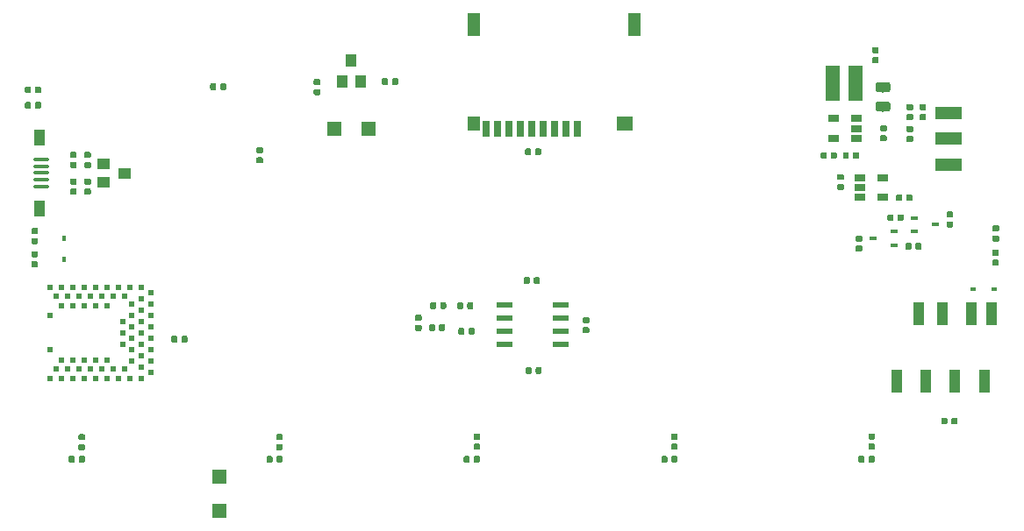
<source format=gbp>
G04 #@! TF.GenerationSoftware,KiCad,Pcbnew,(5.1.0)-1*
G04 #@! TF.CreationDate,2019-05-19T22:51:14-06:00*
G04 #@! TF.ProjectId,laser-theremin,6c617365-722d-4746-9865-72656d696e2e,rev?*
G04 #@! TF.SameCoordinates,Original*
G04 #@! TF.FileFunction,Paste,Bot*
G04 #@! TF.FilePolarity,Positive*
%FSLAX46Y46*%
G04 Gerber Fmt 4.6, Leading zero omitted, Abs format (unit mm)*
G04 Created by KiCad (PCBNEW (5.1.0)-1) date 2019-05-19 22:51:14*
%MOMM*%
%LPD*%
G04 APERTURE LIST*
%ADD10R,1.200000X2.200000*%
%ADD11R,1.600000X1.400000*%
%ADD12R,1.200000X1.400000*%
%ADD13R,0.700000X1.600000*%
%ADD14R,2.500000X1.250000*%
%ADD15R,1.060000X0.650000*%
%ADD16C,0.100000*%
%ADD17C,0.590000*%
%ADD18C,0.975000*%
%ADD19R,1.397000X1.397000*%
%ADD20R,1.143000X1.016000*%
%ADD21R,1.000000X1.597660*%
%ADD22O,1.500000X0.400000*%
%ADD23R,1.350000X3.400000*%
%ADD24R,1.016000X1.143000*%
%ADD25R,0.700000X0.450000*%
%ADD26R,0.450000X0.600000*%
%ADD27R,0.600000X0.450000*%
%ADD28R,0.998220X2.247900*%
%ADD29R,1.550000X0.600000*%
%ADD30R,0.500000X0.500000*%
G04 APERTURE END LIST*
D10*
X144330000Y-68490000D03*
X159830000Y-68490000D03*
D11*
X158930000Y-78090000D03*
D12*
X144330000Y-78090000D03*
D13*
X152080000Y-78590000D03*
X153180000Y-78590000D03*
X154280000Y-78590000D03*
X150980000Y-78590000D03*
X149880000Y-78590000D03*
X148780000Y-78590000D03*
X147680000Y-78590000D03*
X146580000Y-78590000D03*
X145480000Y-78590000D03*
D14*
X190110000Y-77070000D03*
X190110000Y-79570000D03*
X190110000Y-82070000D03*
D15*
X179010000Y-77620000D03*
X179010000Y-79520000D03*
X181210000Y-79520000D03*
X181210000Y-78570000D03*
X181210000Y-77620000D03*
D16*
G36*
X149726958Y-80500710D02*
G01*
X149741276Y-80502834D01*
X149755317Y-80506351D01*
X149768946Y-80511228D01*
X149782031Y-80517417D01*
X149794447Y-80524858D01*
X149806073Y-80533481D01*
X149816798Y-80543202D01*
X149826519Y-80553927D01*
X149835142Y-80565553D01*
X149842583Y-80577969D01*
X149848772Y-80591054D01*
X149853649Y-80604683D01*
X149857166Y-80618724D01*
X149859290Y-80633042D01*
X149860000Y-80647500D01*
X149860000Y-80992500D01*
X149859290Y-81006958D01*
X149857166Y-81021276D01*
X149853649Y-81035317D01*
X149848772Y-81048946D01*
X149842583Y-81062031D01*
X149835142Y-81074447D01*
X149826519Y-81086073D01*
X149816798Y-81096798D01*
X149806073Y-81106519D01*
X149794447Y-81115142D01*
X149782031Y-81122583D01*
X149768946Y-81128772D01*
X149755317Y-81133649D01*
X149741276Y-81137166D01*
X149726958Y-81139290D01*
X149712500Y-81140000D01*
X149417500Y-81140000D01*
X149403042Y-81139290D01*
X149388724Y-81137166D01*
X149374683Y-81133649D01*
X149361054Y-81128772D01*
X149347969Y-81122583D01*
X149335553Y-81115142D01*
X149323927Y-81106519D01*
X149313202Y-81096798D01*
X149303481Y-81086073D01*
X149294858Y-81074447D01*
X149287417Y-81062031D01*
X149281228Y-81048946D01*
X149276351Y-81035317D01*
X149272834Y-81021276D01*
X149270710Y-81006958D01*
X149270000Y-80992500D01*
X149270000Y-80647500D01*
X149270710Y-80633042D01*
X149272834Y-80618724D01*
X149276351Y-80604683D01*
X149281228Y-80591054D01*
X149287417Y-80577969D01*
X149294858Y-80565553D01*
X149303481Y-80553927D01*
X149313202Y-80543202D01*
X149323927Y-80533481D01*
X149335553Y-80524858D01*
X149347969Y-80517417D01*
X149361054Y-80511228D01*
X149374683Y-80506351D01*
X149388724Y-80502834D01*
X149403042Y-80500710D01*
X149417500Y-80500000D01*
X149712500Y-80500000D01*
X149726958Y-80500710D01*
X149726958Y-80500710D01*
G37*
D17*
X149565000Y-80820000D03*
D16*
G36*
X150696958Y-80500710D02*
G01*
X150711276Y-80502834D01*
X150725317Y-80506351D01*
X150738946Y-80511228D01*
X150752031Y-80517417D01*
X150764447Y-80524858D01*
X150776073Y-80533481D01*
X150786798Y-80543202D01*
X150796519Y-80553927D01*
X150805142Y-80565553D01*
X150812583Y-80577969D01*
X150818772Y-80591054D01*
X150823649Y-80604683D01*
X150827166Y-80618724D01*
X150829290Y-80633042D01*
X150830000Y-80647500D01*
X150830000Y-80992500D01*
X150829290Y-81006958D01*
X150827166Y-81021276D01*
X150823649Y-81035317D01*
X150818772Y-81048946D01*
X150812583Y-81062031D01*
X150805142Y-81074447D01*
X150796519Y-81086073D01*
X150786798Y-81096798D01*
X150776073Y-81106519D01*
X150764447Y-81115142D01*
X150752031Y-81122583D01*
X150738946Y-81128772D01*
X150725317Y-81133649D01*
X150711276Y-81137166D01*
X150696958Y-81139290D01*
X150682500Y-81140000D01*
X150387500Y-81140000D01*
X150373042Y-81139290D01*
X150358724Y-81137166D01*
X150344683Y-81133649D01*
X150331054Y-81128772D01*
X150317969Y-81122583D01*
X150305553Y-81115142D01*
X150293927Y-81106519D01*
X150283202Y-81096798D01*
X150273481Y-81086073D01*
X150264858Y-81074447D01*
X150257417Y-81062031D01*
X150251228Y-81048946D01*
X150246351Y-81035317D01*
X150242834Y-81021276D01*
X150240710Y-81006958D01*
X150240000Y-80992500D01*
X150240000Y-80647500D01*
X150240710Y-80633042D01*
X150242834Y-80618724D01*
X150246351Y-80604683D01*
X150251228Y-80591054D01*
X150257417Y-80577969D01*
X150264858Y-80565553D01*
X150273481Y-80553927D01*
X150283202Y-80543202D01*
X150293927Y-80533481D01*
X150305553Y-80524858D01*
X150317969Y-80517417D01*
X150331054Y-80511228D01*
X150344683Y-80506351D01*
X150358724Y-80502834D01*
X150373042Y-80500710D01*
X150387500Y-80500000D01*
X150682500Y-80500000D01*
X150696958Y-80500710D01*
X150696958Y-80500710D01*
G37*
D17*
X150535000Y-80820000D03*
D16*
G36*
X129376958Y-74760710D02*
G01*
X129391276Y-74762834D01*
X129405317Y-74766351D01*
X129418946Y-74771228D01*
X129432031Y-74777417D01*
X129444447Y-74784858D01*
X129456073Y-74793481D01*
X129466798Y-74803202D01*
X129476519Y-74813927D01*
X129485142Y-74825553D01*
X129492583Y-74837969D01*
X129498772Y-74851054D01*
X129503649Y-74864683D01*
X129507166Y-74878724D01*
X129509290Y-74893042D01*
X129510000Y-74907500D01*
X129510000Y-75202500D01*
X129509290Y-75216958D01*
X129507166Y-75231276D01*
X129503649Y-75245317D01*
X129498772Y-75258946D01*
X129492583Y-75272031D01*
X129485142Y-75284447D01*
X129476519Y-75296073D01*
X129466798Y-75306798D01*
X129456073Y-75316519D01*
X129444447Y-75325142D01*
X129432031Y-75332583D01*
X129418946Y-75338772D01*
X129405317Y-75343649D01*
X129391276Y-75347166D01*
X129376958Y-75349290D01*
X129362500Y-75350000D01*
X129017500Y-75350000D01*
X129003042Y-75349290D01*
X128988724Y-75347166D01*
X128974683Y-75343649D01*
X128961054Y-75338772D01*
X128947969Y-75332583D01*
X128935553Y-75325142D01*
X128923927Y-75316519D01*
X128913202Y-75306798D01*
X128903481Y-75296073D01*
X128894858Y-75284447D01*
X128887417Y-75272031D01*
X128881228Y-75258946D01*
X128876351Y-75245317D01*
X128872834Y-75231276D01*
X128870710Y-75216958D01*
X128870000Y-75202500D01*
X128870000Y-74907500D01*
X128870710Y-74893042D01*
X128872834Y-74878724D01*
X128876351Y-74864683D01*
X128881228Y-74851054D01*
X128887417Y-74837969D01*
X128894858Y-74825553D01*
X128903481Y-74813927D01*
X128913202Y-74803202D01*
X128923927Y-74793481D01*
X128935553Y-74784858D01*
X128947969Y-74777417D01*
X128961054Y-74771228D01*
X128974683Y-74766351D01*
X128988724Y-74762834D01*
X129003042Y-74760710D01*
X129017500Y-74760000D01*
X129362500Y-74760000D01*
X129376958Y-74760710D01*
X129376958Y-74760710D01*
G37*
D17*
X129190000Y-75055000D03*
D16*
G36*
X129376958Y-73790710D02*
G01*
X129391276Y-73792834D01*
X129405317Y-73796351D01*
X129418946Y-73801228D01*
X129432031Y-73807417D01*
X129444447Y-73814858D01*
X129456073Y-73823481D01*
X129466798Y-73833202D01*
X129476519Y-73843927D01*
X129485142Y-73855553D01*
X129492583Y-73867969D01*
X129498772Y-73881054D01*
X129503649Y-73894683D01*
X129507166Y-73908724D01*
X129509290Y-73923042D01*
X129510000Y-73937500D01*
X129510000Y-74232500D01*
X129509290Y-74246958D01*
X129507166Y-74261276D01*
X129503649Y-74275317D01*
X129498772Y-74288946D01*
X129492583Y-74302031D01*
X129485142Y-74314447D01*
X129476519Y-74326073D01*
X129466798Y-74336798D01*
X129456073Y-74346519D01*
X129444447Y-74355142D01*
X129432031Y-74362583D01*
X129418946Y-74368772D01*
X129405317Y-74373649D01*
X129391276Y-74377166D01*
X129376958Y-74379290D01*
X129362500Y-74380000D01*
X129017500Y-74380000D01*
X129003042Y-74379290D01*
X128988724Y-74377166D01*
X128974683Y-74373649D01*
X128961054Y-74368772D01*
X128947969Y-74362583D01*
X128935553Y-74355142D01*
X128923927Y-74346519D01*
X128913202Y-74336798D01*
X128903481Y-74326073D01*
X128894858Y-74314447D01*
X128887417Y-74302031D01*
X128881228Y-74288946D01*
X128876351Y-74275317D01*
X128872834Y-74261276D01*
X128870710Y-74246958D01*
X128870000Y-74232500D01*
X128870000Y-73937500D01*
X128870710Y-73923042D01*
X128872834Y-73908724D01*
X128876351Y-73894683D01*
X128881228Y-73881054D01*
X128887417Y-73867969D01*
X128894858Y-73855553D01*
X128903481Y-73843927D01*
X128913202Y-73833202D01*
X128923927Y-73823481D01*
X128935553Y-73814858D01*
X128947969Y-73807417D01*
X128961054Y-73801228D01*
X128974683Y-73796351D01*
X128988724Y-73792834D01*
X129003042Y-73790710D01*
X129017500Y-73790000D01*
X129362500Y-73790000D01*
X129376958Y-73790710D01*
X129376958Y-73790710D01*
G37*
D17*
X129190000Y-74085000D03*
D16*
G36*
X184036958Y-79230710D02*
G01*
X184051276Y-79232834D01*
X184065317Y-79236351D01*
X184078946Y-79241228D01*
X184092031Y-79247417D01*
X184104447Y-79254858D01*
X184116073Y-79263481D01*
X184126798Y-79273202D01*
X184136519Y-79283927D01*
X184145142Y-79295553D01*
X184152583Y-79307969D01*
X184158772Y-79321054D01*
X184163649Y-79334683D01*
X184167166Y-79348724D01*
X184169290Y-79363042D01*
X184170000Y-79377500D01*
X184170000Y-79672500D01*
X184169290Y-79686958D01*
X184167166Y-79701276D01*
X184163649Y-79715317D01*
X184158772Y-79728946D01*
X184152583Y-79742031D01*
X184145142Y-79754447D01*
X184136519Y-79766073D01*
X184126798Y-79776798D01*
X184116073Y-79786519D01*
X184104447Y-79795142D01*
X184092031Y-79802583D01*
X184078946Y-79808772D01*
X184065317Y-79813649D01*
X184051276Y-79817166D01*
X184036958Y-79819290D01*
X184022500Y-79820000D01*
X183677500Y-79820000D01*
X183663042Y-79819290D01*
X183648724Y-79817166D01*
X183634683Y-79813649D01*
X183621054Y-79808772D01*
X183607969Y-79802583D01*
X183595553Y-79795142D01*
X183583927Y-79786519D01*
X183573202Y-79776798D01*
X183563481Y-79766073D01*
X183554858Y-79754447D01*
X183547417Y-79742031D01*
X183541228Y-79728946D01*
X183536351Y-79715317D01*
X183532834Y-79701276D01*
X183530710Y-79686958D01*
X183530000Y-79672500D01*
X183530000Y-79377500D01*
X183530710Y-79363042D01*
X183532834Y-79348724D01*
X183536351Y-79334683D01*
X183541228Y-79321054D01*
X183547417Y-79307969D01*
X183554858Y-79295553D01*
X183563481Y-79283927D01*
X183573202Y-79273202D01*
X183583927Y-79263481D01*
X183595553Y-79254858D01*
X183607969Y-79247417D01*
X183621054Y-79241228D01*
X183634683Y-79236351D01*
X183648724Y-79232834D01*
X183663042Y-79230710D01*
X183677500Y-79230000D01*
X184022500Y-79230000D01*
X184036958Y-79230710D01*
X184036958Y-79230710D01*
G37*
D17*
X183850000Y-79525000D03*
D16*
G36*
X184036958Y-78260710D02*
G01*
X184051276Y-78262834D01*
X184065317Y-78266351D01*
X184078946Y-78271228D01*
X184092031Y-78277417D01*
X184104447Y-78284858D01*
X184116073Y-78293481D01*
X184126798Y-78303202D01*
X184136519Y-78313927D01*
X184145142Y-78325553D01*
X184152583Y-78337969D01*
X184158772Y-78351054D01*
X184163649Y-78364683D01*
X184167166Y-78378724D01*
X184169290Y-78393042D01*
X184170000Y-78407500D01*
X184170000Y-78702500D01*
X184169290Y-78716958D01*
X184167166Y-78731276D01*
X184163649Y-78745317D01*
X184158772Y-78758946D01*
X184152583Y-78772031D01*
X184145142Y-78784447D01*
X184136519Y-78796073D01*
X184126798Y-78806798D01*
X184116073Y-78816519D01*
X184104447Y-78825142D01*
X184092031Y-78832583D01*
X184078946Y-78838772D01*
X184065317Y-78843649D01*
X184051276Y-78847166D01*
X184036958Y-78849290D01*
X184022500Y-78850000D01*
X183677500Y-78850000D01*
X183663042Y-78849290D01*
X183648724Y-78847166D01*
X183634683Y-78843649D01*
X183621054Y-78838772D01*
X183607969Y-78832583D01*
X183595553Y-78825142D01*
X183583927Y-78816519D01*
X183573202Y-78806798D01*
X183563481Y-78796073D01*
X183554858Y-78784447D01*
X183547417Y-78772031D01*
X183541228Y-78758946D01*
X183536351Y-78745317D01*
X183532834Y-78731276D01*
X183530710Y-78716958D01*
X183530000Y-78702500D01*
X183530000Y-78407500D01*
X183530710Y-78393042D01*
X183532834Y-78378724D01*
X183536351Y-78364683D01*
X183541228Y-78351054D01*
X183547417Y-78337969D01*
X183554858Y-78325553D01*
X183563481Y-78313927D01*
X183573202Y-78303202D01*
X183583927Y-78293481D01*
X183595553Y-78284858D01*
X183607969Y-78277417D01*
X183621054Y-78271228D01*
X183634683Y-78266351D01*
X183648724Y-78262834D01*
X183663042Y-78260710D01*
X183677500Y-78260000D01*
X184022500Y-78260000D01*
X184036958Y-78260710D01*
X184036958Y-78260710D01*
G37*
D17*
X183850000Y-78555000D03*
D16*
G36*
X116556958Y-98610710D02*
G01*
X116571276Y-98612834D01*
X116585317Y-98616351D01*
X116598946Y-98621228D01*
X116612031Y-98627417D01*
X116624447Y-98634858D01*
X116636073Y-98643481D01*
X116646798Y-98653202D01*
X116656519Y-98663927D01*
X116665142Y-98675553D01*
X116672583Y-98687969D01*
X116678772Y-98701054D01*
X116683649Y-98714683D01*
X116687166Y-98728724D01*
X116689290Y-98743042D01*
X116690000Y-98757500D01*
X116690000Y-99102500D01*
X116689290Y-99116958D01*
X116687166Y-99131276D01*
X116683649Y-99145317D01*
X116678772Y-99158946D01*
X116672583Y-99172031D01*
X116665142Y-99184447D01*
X116656519Y-99196073D01*
X116646798Y-99206798D01*
X116636073Y-99216519D01*
X116624447Y-99225142D01*
X116612031Y-99232583D01*
X116598946Y-99238772D01*
X116585317Y-99243649D01*
X116571276Y-99247166D01*
X116556958Y-99249290D01*
X116542500Y-99250000D01*
X116247500Y-99250000D01*
X116233042Y-99249290D01*
X116218724Y-99247166D01*
X116204683Y-99243649D01*
X116191054Y-99238772D01*
X116177969Y-99232583D01*
X116165553Y-99225142D01*
X116153927Y-99216519D01*
X116143202Y-99206798D01*
X116133481Y-99196073D01*
X116124858Y-99184447D01*
X116117417Y-99172031D01*
X116111228Y-99158946D01*
X116106351Y-99145317D01*
X116102834Y-99131276D01*
X116100710Y-99116958D01*
X116100000Y-99102500D01*
X116100000Y-98757500D01*
X116100710Y-98743042D01*
X116102834Y-98728724D01*
X116106351Y-98714683D01*
X116111228Y-98701054D01*
X116117417Y-98687969D01*
X116124858Y-98675553D01*
X116133481Y-98663927D01*
X116143202Y-98653202D01*
X116153927Y-98643481D01*
X116165553Y-98634858D01*
X116177969Y-98627417D01*
X116191054Y-98621228D01*
X116204683Y-98616351D01*
X116218724Y-98612834D01*
X116233042Y-98610710D01*
X116247500Y-98610000D01*
X116542500Y-98610000D01*
X116556958Y-98610710D01*
X116556958Y-98610710D01*
G37*
D17*
X116395000Y-98930000D03*
D16*
G36*
X115586958Y-98610710D02*
G01*
X115601276Y-98612834D01*
X115615317Y-98616351D01*
X115628946Y-98621228D01*
X115642031Y-98627417D01*
X115654447Y-98634858D01*
X115666073Y-98643481D01*
X115676798Y-98653202D01*
X115686519Y-98663927D01*
X115695142Y-98675553D01*
X115702583Y-98687969D01*
X115708772Y-98701054D01*
X115713649Y-98714683D01*
X115717166Y-98728724D01*
X115719290Y-98743042D01*
X115720000Y-98757500D01*
X115720000Y-99102500D01*
X115719290Y-99116958D01*
X115717166Y-99131276D01*
X115713649Y-99145317D01*
X115708772Y-99158946D01*
X115702583Y-99172031D01*
X115695142Y-99184447D01*
X115686519Y-99196073D01*
X115676798Y-99206798D01*
X115666073Y-99216519D01*
X115654447Y-99225142D01*
X115642031Y-99232583D01*
X115628946Y-99238772D01*
X115615317Y-99243649D01*
X115601276Y-99247166D01*
X115586958Y-99249290D01*
X115572500Y-99250000D01*
X115277500Y-99250000D01*
X115263042Y-99249290D01*
X115248724Y-99247166D01*
X115234683Y-99243649D01*
X115221054Y-99238772D01*
X115207969Y-99232583D01*
X115195553Y-99225142D01*
X115183927Y-99216519D01*
X115173202Y-99206798D01*
X115163481Y-99196073D01*
X115154858Y-99184447D01*
X115147417Y-99172031D01*
X115141228Y-99158946D01*
X115136351Y-99145317D01*
X115132834Y-99131276D01*
X115130710Y-99116958D01*
X115130000Y-99102500D01*
X115130000Y-98757500D01*
X115130710Y-98743042D01*
X115132834Y-98728724D01*
X115136351Y-98714683D01*
X115141228Y-98701054D01*
X115147417Y-98687969D01*
X115154858Y-98675553D01*
X115163481Y-98663927D01*
X115173202Y-98653202D01*
X115183927Y-98643481D01*
X115195553Y-98634858D01*
X115207969Y-98627417D01*
X115221054Y-98621228D01*
X115234683Y-98616351D01*
X115248724Y-98612834D01*
X115263042Y-98610710D01*
X115277500Y-98610000D01*
X115572500Y-98610000D01*
X115586958Y-98610710D01*
X115586958Y-98610710D01*
G37*
D17*
X115425000Y-98930000D03*
D16*
G36*
X184290142Y-74096174D02*
G01*
X184313803Y-74099684D01*
X184337007Y-74105496D01*
X184359529Y-74113554D01*
X184381153Y-74123782D01*
X184401670Y-74136079D01*
X184420883Y-74150329D01*
X184438607Y-74166393D01*
X184454671Y-74184117D01*
X184468921Y-74203330D01*
X184481218Y-74223847D01*
X184491446Y-74245471D01*
X184499504Y-74267993D01*
X184505316Y-74291197D01*
X184508826Y-74314858D01*
X184510000Y-74338750D01*
X184510000Y-74826250D01*
X184508826Y-74850142D01*
X184505316Y-74873803D01*
X184499504Y-74897007D01*
X184491446Y-74919529D01*
X184481218Y-74941153D01*
X184468921Y-74961670D01*
X184454671Y-74980883D01*
X184438607Y-74998607D01*
X184420883Y-75014671D01*
X184401670Y-75028921D01*
X184381153Y-75041218D01*
X184359529Y-75051446D01*
X184337007Y-75059504D01*
X184313803Y-75065316D01*
X184290142Y-75068826D01*
X184266250Y-75070000D01*
X183353750Y-75070000D01*
X183329858Y-75068826D01*
X183306197Y-75065316D01*
X183282993Y-75059504D01*
X183260471Y-75051446D01*
X183238847Y-75041218D01*
X183218330Y-75028921D01*
X183199117Y-75014671D01*
X183181393Y-74998607D01*
X183165329Y-74980883D01*
X183151079Y-74961670D01*
X183138782Y-74941153D01*
X183128554Y-74919529D01*
X183120496Y-74897007D01*
X183114684Y-74873803D01*
X183111174Y-74850142D01*
X183110000Y-74826250D01*
X183110000Y-74338750D01*
X183111174Y-74314858D01*
X183114684Y-74291197D01*
X183120496Y-74267993D01*
X183128554Y-74245471D01*
X183138782Y-74223847D01*
X183151079Y-74203330D01*
X183165329Y-74184117D01*
X183181393Y-74166393D01*
X183199117Y-74150329D01*
X183218330Y-74136079D01*
X183238847Y-74123782D01*
X183260471Y-74113554D01*
X183282993Y-74105496D01*
X183306197Y-74099684D01*
X183329858Y-74096174D01*
X183353750Y-74095000D01*
X184266250Y-74095000D01*
X184290142Y-74096174D01*
X184290142Y-74096174D01*
G37*
D18*
X183810000Y-74582500D03*
D16*
G36*
X184290142Y-75971174D02*
G01*
X184313803Y-75974684D01*
X184337007Y-75980496D01*
X184359529Y-75988554D01*
X184381153Y-75998782D01*
X184401670Y-76011079D01*
X184420883Y-76025329D01*
X184438607Y-76041393D01*
X184454671Y-76059117D01*
X184468921Y-76078330D01*
X184481218Y-76098847D01*
X184491446Y-76120471D01*
X184499504Y-76142993D01*
X184505316Y-76166197D01*
X184508826Y-76189858D01*
X184510000Y-76213750D01*
X184510000Y-76701250D01*
X184508826Y-76725142D01*
X184505316Y-76748803D01*
X184499504Y-76772007D01*
X184491446Y-76794529D01*
X184481218Y-76816153D01*
X184468921Y-76836670D01*
X184454671Y-76855883D01*
X184438607Y-76873607D01*
X184420883Y-76889671D01*
X184401670Y-76903921D01*
X184381153Y-76916218D01*
X184359529Y-76926446D01*
X184337007Y-76934504D01*
X184313803Y-76940316D01*
X184290142Y-76943826D01*
X184266250Y-76945000D01*
X183353750Y-76945000D01*
X183329858Y-76943826D01*
X183306197Y-76940316D01*
X183282993Y-76934504D01*
X183260471Y-76926446D01*
X183238847Y-76916218D01*
X183218330Y-76903921D01*
X183199117Y-76889671D01*
X183181393Y-76873607D01*
X183165329Y-76855883D01*
X183151079Y-76836670D01*
X183138782Y-76816153D01*
X183128554Y-76794529D01*
X183120496Y-76772007D01*
X183114684Y-76748803D01*
X183111174Y-76725142D01*
X183110000Y-76701250D01*
X183110000Y-76213750D01*
X183111174Y-76189858D01*
X183114684Y-76166197D01*
X183120496Y-76142993D01*
X183128554Y-76120471D01*
X183138782Y-76098847D01*
X183151079Y-76078330D01*
X183165329Y-76059117D01*
X183181393Y-76041393D01*
X183199117Y-76025329D01*
X183218330Y-76011079D01*
X183238847Y-75998782D01*
X183260471Y-75988554D01*
X183282993Y-75980496D01*
X183306197Y-75974684D01*
X183329858Y-75971174D01*
X183353750Y-75970000D01*
X184266250Y-75970000D01*
X184290142Y-75971174D01*
X184290142Y-75971174D01*
G37*
D18*
X183810000Y-76457500D03*
D16*
G36*
X105876958Y-80840710D02*
G01*
X105891276Y-80842834D01*
X105905317Y-80846351D01*
X105918946Y-80851228D01*
X105932031Y-80857417D01*
X105944447Y-80864858D01*
X105956073Y-80873481D01*
X105966798Y-80883202D01*
X105976519Y-80893927D01*
X105985142Y-80905553D01*
X105992583Y-80917969D01*
X105998772Y-80931054D01*
X106003649Y-80944683D01*
X106007166Y-80958724D01*
X106009290Y-80973042D01*
X106010000Y-80987500D01*
X106010000Y-81282500D01*
X106009290Y-81296958D01*
X106007166Y-81311276D01*
X106003649Y-81325317D01*
X105998772Y-81338946D01*
X105992583Y-81352031D01*
X105985142Y-81364447D01*
X105976519Y-81376073D01*
X105966798Y-81386798D01*
X105956073Y-81396519D01*
X105944447Y-81405142D01*
X105932031Y-81412583D01*
X105918946Y-81418772D01*
X105905317Y-81423649D01*
X105891276Y-81427166D01*
X105876958Y-81429290D01*
X105862500Y-81430000D01*
X105517500Y-81430000D01*
X105503042Y-81429290D01*
X105488724Y-81427166D01*
X105474683Y-81423649D01*
X105461054Y-81418772D01*
X105447969Y-81412583D01*
X105435553Y-81405142D01*
X105423927Y-81396519D01*
X105413202Y-81386798D01*
X105403481Y-81376073D01*
X105394858Y-81364447D01*
X105387417Y-81352031D01*
X105381228Y-81338946D01*
X105376351Y-81325317D01*
X105372834Y-81311276D01*
X105370710Y-81296958D01*
X105370000Y-81282500D01*
X105370000Y-80987500D01*
X105370710Y-80973042D01*
X105372834Y-80958724D01*
X105376351Y-80944683D01*
X105381228Y-80931054D01*
X105387417Y-80917969D01*
X105394858Y-80905553D01*
X105403481Y-80893927D01*
X105413202Y-80883202D01*
X105423927Y-80873481D01*
X105435553Y-80864858D01*
X105447969Y-80857417D01*
X105461054Y-80851228D01*
X105474683Y-80846351D01*
X105488724Y-80842834D01*
X105503042Y-80840710D01*
X105517500Y-80840000D01*
X105862500Y-80840000D01*
X105876958Y-80840710D01*
X105876958Y-80840710D01*
G37*
D17*
X105690000Y-81135000D03*
D16*
G36*
X105876958Y-81810710D02*
G01*
X105891276Y-81812834D01*
X105905317Y-81816351D01*
X105918946Y-81821228D01*
X105932031Y-81827417D01*
X105944447Y-81834858D01*
X105956073Y-81843481D01*
X105966798Y-81853202D01*
X105976519Y-81863927D01*
X105985142Y-81875553D01*
X105992583Y-81887969D01*
X105998772Y-81901054D01*
X106003649Y-81914683D01*
X106007166Y-81928724D01*
X106009290Y-81943042D01*
X106010000Y-81957500D01*
X106010000Y-82252500D01*
X106009290Y-82266958D01*
X106007166Y-82281276D01*
X106003649Y-82295317D01*
X105998772Y-82308946D01*
X105992583Y-82322031D01*
X105985142Y-82334447D01*
X105976519Y-82346073D01*
X105966798Y-82356798D01*
X105956073Y-82366519D01*
X105944447Y-82375142D01*
X105932031Y-82382583D01*
X105918946Y-82388772D01*
X105905317Y-82393649D01*
X105891276Y-82397166D01*
X105876958Y-82399290D01*
X105862500Y-82400000D01*
X105517500Y-82400000D01*
X105503042Y-82399290D01*
X105488724Y-82397166D01*
X105474683Y-82393649D01*
X105461054Y-82388772D01*
X105447969Y-82382583D01*
X105435553Y-82375142D01*
X105423927Y-82366519D01*
X105413202Y-82356798D01*
X105403481Y-82346073D01*
X105394858Y-82334447D01*
X105387417Y-82322031D01*
X105381228Y-82308946D01*
X105376351Y-82295317D01*
X105372834Y-82281276D01*
X105370710Y-82266958D01*
X105370000Y-82252500D01*
X105370000Y-81957500D01*
X105370710Y-81943042D01*
X105372834Y-81928724D01*
X105376351Y-81914683D01*
X105381228Y-81901054D01*
X105387417Y-81887969D01*
X105394858Y-81875553D01*
X105403481Y-81863927D01*
X105413202Y-81853202D01*
X105423927Y-81843481D01*
X105435553Y-81834858D01*
X105447969Y-81827417D01*
X105461054Y-81821228D01*
X105474683Y-81816351D01*
X105488724Y-81812834D01*
X105503042Y-81810710D01*
X105517500Y-81810000D01*
X105862500Y-81810000D01*
X105876958Y-81810710D01*
X105876958Y-81810710D01*
G37*
D17*
X105690000Y-82105000D03*
D16*
G36*
X105876958Y-84380710D02*
G01*
X105891276Y-84382834D01*
X105905317Y-84386351D01*
X105918946Y-84391228D01*
X105932031Y-84397417D01*
X105944447Y-84404858D01*
X105956073Y-84413481D01*
X105966798Y-84423202D01*
X105976519Y-84433927D01*
X105985142Y-84445553D01*
X105992583Y-84457969D01*
X105998772Y-84471054D01*
X106003649Y-84484683D01*
X106007166Y-84498724D01*
X106009290Y-84513042D01*
X106010000Y-84527500D01*
X106010000Y-84822500D01*
X106009290Y-84836958D01*
X106007166Y-84851276D01*
X106003649Y-84865317D01*
X105998772Y-84878946D01*
X105992583Y-84892031D01*
X105985142Y-84904447D01*
X105976519Y-84916073D01*
X105966798Y-84926798D01*
X105956073Y-84936519D01*
X105944447Y-84945142D01*
X105932031Y-84952583D01*
X105918946Y-84958772D01*
X105905317Y-84963649D01*
X105891276Y-84967166D01*
X105876958Y-84969290D01*
X105862500Y-84970000D01*
X105517500Y-84970000D01*
X105503042Y-84969290D01*
X105488724Y-84967166D01*
X105474683Y-84963649D01*
X105461054Y-84958772D01*
X105447969Y-84952583D01*
X105435553Y-84945142D01*
X105423927Y-84936519D01*
X105413202Y-84926798D01*
X105403481Y-84916073D01*
X105394858Y-84904447D01*
X105387417Y-84892031D01*
X105381228Y-84878946D01*
X105376351Y-84865317D01*
X105372834Y-84851276D01*
X105370710Y-84836958D01*
X105370000Y-84822500D01*
X105370000Y-84527500D01*
X105370710Y-84513042D01*
X105372834Y-84498724D01*
X105376351Y-84484683D01*
X105381228Y-84471054D01*
X105387417Y-84457969D01*
X105394858Y-84445553D01*
X105403481Y-84433927D01*
X105413202Y-84423202D01*
X105423927Y-84413481D01*
X105435553Y-84404858D01*
X105447969Y-84397417D01*
X105461054Y-84391228D01*
X105474683Y-84386351D01*
X105488724Y-84382834D01*
X105503042Y-84380710D01*
X105517500Y-84380000D01*
X105862500Y-84380000D01*
X105876958Y-84380710D01*
X105876958Y-84380710D01*
G37*
D17*
X105690000Y-84675000D03*
D16*
G36*
X105876958Y-83410710D02*
G01*
X105891276Y-83412834D01*
X105905317Y-83416351D01*
X105918946Y-83421228D01*
X105932031Y-83427417D01*
X105944447Y-83434858D01*
X105956073Y-83443481D01*
X105966798Y-83453202D01*
X105976519Y-83463927D01*
X105985142Y-83475553D01*
X105992583Y-83487969D01*
X105998772Y-83501054D01*
X106003649Y-83514683D01*
X106007166Y-83528724D01*
X106009290Y-83543042D01*
X106010000Y-83557500D01*
X106010000Y-83852500D01*
X106009290Y-83866958D01*
X106007166Y-83881276D01*
X106003649Y-83895317D01*
X105998772Y-83908946D01*
X105992583Y-83922031D01*
X105985142Y-83934447D01*
X105976519Y-83946073D01*
X105966798Y-83956798D01*
X105956073Y-83966519D01*
X105944447Y-83975142D01*
X105932031Y-83982583D01*
X105918946Y-83988772D01*
X105905317Y-83993649D01*
X105891276Y-83997166D01*
X105876958Y-83999290D01*
X105862500Y-84000000D01*
X105517500Y-84000000D01*
X105503042Y-83999290D01*
X105488724Y-83997166D01*
X105474683Y-83993649D01*
X105461054Y-83988772D01*
X105447969Y-83982583D01*
X105435553Y-83975142D01*
X105423927Y-83966519D01*
X105413202Y-83956798D01*
X105403481Y-83946073D01*
X105394858Y-83934447D01*
X105387417Y-83922031D01*
X105381228Y-83908946D01*
X105376351Y-83895317D01*
X105372834Y-83881276D01*
X105370710Y-83866958D01*
X105370000Y-83852500D01*
X105370000Y-83557500D01*
X105370710Y-83543042D01*
X105372834Y-83528724D01*
X105376351Y-83514683D01*
X105381228Y-83501054D01*
X105387417Y-83487969D01*
X105394858Y-83475553D01*
X105403481Y-83463927D01*
X105413202Y-83453202D01*
X105423927Y-83443481D01*
X105435553Y-83434858D01*
X105447969Y-83427417D01*
X105461054Y-83421228D01*
X105474683Y-83416351D01*
X105488724Y-83412834D01*
X105503042Y-83410710D01*
X105517500Y-83410000D01*
X105862500Y-83410000D01*
X105876958Y-83410710D01*
X105876958Y-83410710D01*
G37*
D17*
X105690000Y-83705000D03*
D19*
X130869000Y-78610000D03*
X134171000Y-78610000D03*
D20*
X108634000Y-83779000D03*
X108634000Y-82001000D03*
X110666000Y-82890000D03*
D21*
X102398280Y-79470000D03*
X102398280Y-86270000D03*
D22*
X102576080Y-81570000D03*
X102576080Y-82220000D03*
X102576080Y-82870000D03*
X102576080Y-83520000D03*
X102576080Y-84170000D03*
D23*
X178995000Y-74160000D03*
X181145000Y-74160000D03*
D24*
X132490000Y-72024000D03*
X131601000Y-74056000D03*
X133379000Y-74056000D03*
D16*
G36*
X135916958Y-73710710D02*
G01*
X135931276Y-73712834D01*
X135945317Y-73716351D01*
X135958946Y-73721228D01*
X135972031Y-73727417D01*
X135984447Y-73734858D01*
X135996073Y-73743481D01*
X136006798Y-73753202D01*
X136016519Y-73763927D01*
X136025142Y-73775553D01*
X136032583Y-73787969D01*
X136038772Y-73801054D01*
X136043649Y-73814683D01*
X136047166Y-73828724D01*
X136049290Y-73843042D01*
X136050000Y-73857500D01*
X136050000Y-74202500D01*
X136049290Y-74216958D01*
X136047166Y-74231276D01*
X136043649Y-74245317D01*
X136038772Y-74258946D01*
X136032583Y-74272031D01*
X136025142Y-74284447D01*
X136016519Y-74296073D01*
X136006798Y-74306798D01*
X135996073Y-74316519D01*
X135984447Y-74325142D01*
X135972031Y-74332583D01*
X135958946Y-74338772D01*
X135945317Y-74343649D01*
X135931276Y-74347166D01*
X135916958Y-74349290D01*
X135902500Y-74350000D01*
X135607500Y-74350000D01*
X135593042Y-74349290D01*
X135578724Y-74347166D01*
X135564683Y-74343649D01*
X135551054Y-74338772D01*
X135537969Y-74332583D01*
X135525553Y-74325142D01*
X135513927Y-74316519D01*
X135503202Y-74306798D01*
X135493481Y-74296073D01*
X135484858Y-74284447D01*
X135477417Y-74272031D01*
X135471228Y-74258946D01*
X135466351Y-74245317D01*
X135462834Y-74231276D01*
X135460710Y-74216958D01*
X135460000Y-74202500D01*
X135460000Y-73857500D01*
X135460710Y-73843042D01*
X135462834Y-73828724D01*
X135466351Y-73814683D01*
X135471228Y-73801054D01*
X135477417Y-73787969D01*
X135484858Y-73775553D01*
X135493481Y-73763927D01*
X135503202Y-73753202D01*
X135513927Y-73743481D01*
X135525553Y-73734858D01*
X135537969Y-73727417D01*
X135551054Y-73721228D01*
X135564683Y-73716351D01*
X135578724Y-73712834D01*
X135593042Y-73710710D01*
X135607500Y-73710000D01*
X135902500Y-73710000D01*
X135916958Y-73710710D01*
X135916958Y-73710710D01*
G37*
D17*
X135755000Y-74030000D03*
D16*
G36*
X136886958Y-73710710D02*
G01*
X136901276Y-73712834D01*
X136915317Y-73716351D01*
X136928946Y-73721228D01*
X136942031Y-73727417D01*
X136954447Y-73734858D01*
X136966073Y-73743481D01*
X136976798Y-73753202D01*
X136986519Y-73763927D01*
X136995142Y-73775553D01*
X137002583Y-73787969D01*
X137008772Y-73801054D01*
X137013649Y-73814683D01*
X137017166Y-73828724D01*
X137019290Y-73843042D01*
X137020000Y-73857500D01*
X137020000Y-74202500D01*
X137019290Y-74216958D01*
X137017166Y-74231276D01*
X137013649Y-74245317D01*
X137008772Y-74258946D01*
X137002583Y-74272031D01*
X136995142Y-74284447D01*
X136986519Y-74296073D01*
X136976798Y-74306798D01*
X136966073Y-74316519D01*
X136954447Y-74325142D01*
X136942031Y-74332583D01*
X136928946Y-74338772D01*
X136915317Y-74343649D01*
X136901276Y-74347166D01*
X136886958Y-74349290D01*
X136872500Y-74350000D01*
X136577500Y-74350000D01*
X136563042Y-74349290D01*
X136548724Y-74347166D01*
X136534683Y-74343649D01*
X136521054Y-74338772D01*
X136507969Y-74332583D01*
X136495553Y-74325142D01*
X136483927Y-74316519D01*
X136473202Y-74306798D01*
X136463481Y-74296073D01*
X136454858Y-74284447D01*
X136447417Y-74272031D01*
X136441228Y-74258946D01*
X136436351Y-74245317D01*
X136432834Y-74231276D01*
X136430710Y-74216958D01*
X136430000Y-74202500D01*
X136430000Y-73857500D01*
X136430710Y-73843042D01*
X136432834Y-73828724D01*
X136436351Y-73814683D01*
X136441228Y-73801054D01*
X136447417Y-73787969D01*
X136454858Y-73775553D01*
X136463481Y-73763927D01*
X136473202Y-73753202D01*
X136483927Y-73743481D01*
X136495553Y-73734858D01*
X136507969Y-73727417D01*
X136521054Y-73721228D01*
X136534683Y-73716351D01*
X136548724Y-73712834D01*
X136563042Y-73710710D01*
X136577500Y-73710000D01*
X136872500Y-73710000D01*
X136886958Y-73710710D01*
X136886958Y-73710710D01*
G37*
D17*
X136725000Y-74030000D03*
D16*
G36*
X107246958Y-80840710D02*
G01*
X107261276Y-80842834D01*
X107275317Y-80846351D01*
X107288946Y-80851228D01*
X107302031Y-80857417D01*
X107314447Y-80864858D01*
X107326073Y-80873481D01*
X107336798Y-80883202D01*
X107346519Y-80893927D01*
X107355142Y-80905553D01*
X107362583Y-80917969D01*
X107368772Y-80931054D01*
X107373649Y-80944683D01*
X107377166Y-80958724D01*
X107379290Y-80973042D01*
X107380000Y-80987500D01*
X107380000Y-81282500D01*
X107379290Y-81296958D01*
X107377166Y-81311276D01*
X107373649Y-81325317D01*
X107368772Y-81338946D01*
X107362583Y-81352031D01*
X107355142Y-81364447D01*
X107346519Y-81376073D01*
X107336798Y-81386798D01*
X107326073Y-81396519D01*
X107314447Y-81405142D01*
X107302031Y-81412583D01*
X107288946Y-81418772D01*
X107275317Y-81423649D01*
X107261276Y-81427166D01*
X107246958Y-81429290D01*
X107232500Y-81430000D01*
X106887500Y-81430000D01*
X106873042Y-81429290D01*
X106858724Y-81427166D01*
X106844683Y-81423649D01*
X106831054Y-81418772D01*
X106817969Y-81412583D01*
X106805553Y-81405142D01*
X106793927Y-81396519D01*
X106783202Y-81386798D01*
X106773481Y-81376073D01*
X106764858Y-81364447D01*
X106757417Y-81352031D01*
X106751228Y-81338946D01*
X106746351Y-81325317D01*
X106742834Y-81311276D01*
X106740710Y-81296958D01*
X106740000Y-81282500D01*
X106740000Y-80987500D01*
X106740710Y-80973042D01*
X106742834Y-80958724D01*
X106746351Y-80944683D01*
X106751228Y-80931054D01*
X106757417Y-80917969D01*
X106764858Y-80905553D01*
X106773481Y-80893927D01*
X106783202Y-80883202D01*
X106793927Y-80873481D01*
X106805553Y-80864858D01*
X106817969Y-80857417D01*
X106831054Y-80851228D01*
X106844683Y-80846351D01*
X106858724Y-80842834D01*
X106873042Y-80840710D01*
X106887500Y-80840000D01*
X107232500Y-80840000D01*
X107246958Y-80840710D01*
X107246958Y-80840710D01*
G37*
D17*
X107060000Y-81135000D03*
D16*
G36*
X107246958Y-81810710D02*
G01*
X107261276Y-81812834D01*
X107275317Y-81816351D01*
X107288946Y-81821228D01*
X107302031Y-81827417D01*
X107314447Y-81834858D01*
X107326073Y-81843481D01*
X107336798Y-81853202D01*
X107346519Y-81863927D01*
X107355142Y-81875553D01*
X107362583Y-81887969D01*
X107368772Y-81901054D01*
X107373649Y-81914683D01*
X107377166Y-81928724D01*
X107379290Y-81943042D01*
X107380000Y-81957500D01*
X107380000Y-82252500D01*
X107379290Y-82266958D01*
X107377166Y-82281276D01*
X107373649Y-82295317D01*
X107368772Y-82308946D01*
X107362583Y-82322031D01*
X107355142Y-82334447D01*
X107346519Y-82346073D01*
X107336798Y-82356798D01*
X107326073Y-82366519D01*
X107314447Y-82375142D01*
X107302031Y-82382583D01*
X107288946Y-82388772D01*
X107275317Y-82393649D01*
X107261276Y-82397166D01*
X107246958Y-82399290D01*
X107232500Y-82400000D01*
X106887500Y-82400000D01*
X106873042Y-82399290D01*
X106858724Y-82397166D01*
X106844683Y-82393649D01*
X106831054Y-82388772D01*
X106817969Y-82382583D01*
X106805553Y-82375142D01*
X106793927Y-82366519D01*
X106783202Y-82356798D01*
X106773481Y-82346073D01*
X106764858Y-82334447D01*
X106757417Y-82322031D01*
X106751228Y-82308946D01*
X106746351Y-82295317D01*
X106742834Y-82281276D01*
X106740710Y-82266958D01*
X106740000Y-82252500D01*
X106740000Y-81957500D01*
X106740710Y-81943042D01*
X106742834Y-81928724D01*
X106746351Y-81914683D01*
X106751228Y-81901054D01*
X106757417Y-81887969D01*
X106764858Y-81875553D01*
X106773481Y-81863927D01*
X106783202Y-81853202D01*
X106793927Y-81843481D01*
X106805553Y-81834858D01*
X106817969Y-81827417D01*
X106831054Y-81821228D01*
X106844683Y-81816351D01*
X106858724Y-81812834D01*
X106873042Y-81810710D01*
X106887500Y-81810000D01*
X107232500Y-81810000D01*
X107246958Y-81810710D01*
X107246958Y-81810710D01*
G37*
D17*
X107060000Y-82105000D03*
D16*
G36*
X107246958Y-84380710D02*
G01*
X107261276Y-84382834D01*
X107275317Y-84386351D01*
X107288946Y-84391228D01*
X107302031Y-84397417D01*
X107314447Y-84404858D01*
X107326073Y-84413481D01*
X107336798Y-84423202D01*
X107346519Y-84433927D01*
X107355142Y-84445553D01*
X107362583Y-84457969D01*
X107368772Y-84471054D01*
X107373649Y-84484683D01*
X107377166Y-84498724D01*
X107379290Y-84513042D01*
X107380000Y-84527500D01*
X107380000Y-84822500D01*
X107379290Y-84836958D01*
X107377166Y-84851276D01*
X107373649Y-84865317D01*
X107368772Y-84878946D01*
X107362583Y-84892031D01*
X107355142Y-84904447D01*
X107346519Y-84916073D01*
X107336798Y-84926798D01*
X107326073Y-84936519D01*
X107314447Y-84945142D01*
X107302031Y-84952583D01*
X107288946Y-84958772D01*
X107275317Y-84963649D01*
X107261276Y-84967166D01*
X107246958Y-84969290D01*
X107232500Y-84970000D01*
X106887500Y-84970000D01*
X106873042Y-84969290D01*
X106858724Y-84967166D01*
X106844683Y-84963649D01*
X106831054Y-84958772D01*
X106817969Y-84952583D01*
X106805553Y-84945142D01*
X106793927Y-84936519D01*
X106783202Y-84926798D01*
X106773481Y-84916073D01*
X106764858Y-84904447D01*
X106757417Y-84892031D01*
X106751228Y-84878946D01*
X106746351Y-84865317D01*
X106742834Y-84851276D01*
X106740710Y-84836958D01*
X106740000Y-84822500D01*
X106740000Y-84527500D01*
X106740710Y-84513042D01*
X106742834Y-84498724D01*
X106746351Y-84484683D01*
X106751228Y-84471054D01*
X106757417Y-84457969D01*
X106764858Y-84445553D01*
X106773481Y-84433927D01*
X106783202Y-84423202D01*
X106793927Y-84413481D01*
X106805553Y-84404858D01*
X106817969Y-84397417D01*
X106831054Y-84391228D01*
X106844683Y-84386351D01*
X106858724Y-84382834D01*
X106873042Y-84380710D01*
X106887500Y-84380000D01*
X107232500Y-84380000D01*
X107246958Y-84380710D01*
X107246958Y-84380710D01*
G37*
D17*
X107060000Y-84675000D03*
D16*
G36*
X107246958Y-83410710D02*
G01*
X107261276Y-83412834D01*
X107275317Y-83416351D01*
X107288946Y-83421228D01*
X107302031Y-83427417D01*
X107314447Y-83434858D01*
X107326073Y-83443481D01*
X107336798Y-83453202D01*
X107346519Y-83463927D01*
X107355142Y-83475553D01*
X107362583Y-83487969D01*
X107368772Y-83501054D01*
X107373649Y-83514683D01*
X107377166Y-83528724D01*
X107379290Y-83543042D01*
X107380000Y-83557500D01*
X107380000Y-83852500D01*
X107379290Y-83866958D01*
X107377166Y-83881276D01*
X107373649Y-83895317D01*
X107368772Y-83908946D01*
X107362583Y-83922031D01*
X107355142Y-83934447D01*
X107346519Y-83946073D01*
X107336798Y-83956798D01*
X107326073Y-83966519D01*
X107314447Y-83975142D01*
X107302031Y-83982583D01*
X107288946Y-83988772D01*
X107275317Y-83993649D01*
X107261276Y-83997166D01*
X107246958Y-83999290D01*
X107232500Y-84000000D01*
X106887500Y-84000000D01*
X106873042Y-83999290D01*
X106858724Y-83997166D01*
X106844683Y-83993649D01*
X106831054Y-83988772D01*
X106817969Y-83982583D01*
X106805553Y-83975142D01*
X106793927Y-83966519D01*
X106783202Y-83956798D01*
X106773481Y-83946073D01*
X106764858Y-83934447D01*
X106757417Y-83922031D01*
X106751228Y-83908946D01*
X106746351Y-83895317D01*
X106742834Y-83881276D01*
X106740710Y-83866958D01*
X106740000Y-83852500D01*
X106740000Y-83557500D01*
X106740710Y-83543042D01*
X106742834Y-83528724D01*
X106746351Y-83514683D01*
X106751228Y-83501054D01*
X106757417Y-83487969D01*
X106764858Y-83475553D01*
X106773481Y-83463927D01*
X106783202Y-83453202D01*
X106793927Y-83443481D01*
X106805553Y-83434858D01*
X106817969Y-83427417D01*
X106831054Y-83421228D01*
X106844683Y-83416351D01*
X106858724Y-83412834D01*
X106873042Y-83410710D01*
X106887500Y-83410000D01*
X107232500Y-83410000D01*
X107246958Y-83410710D01*
X107246958Y-83410710D01*
G37*
D17*
X107060000Y-83705000D03*
D16*
G36*
X179226958Y-80850710D02*
G01*
X179241276Y-80852834D01*
X179255317Y-80856351D01*
X179268946Y-80861228D01*
X179282031Y-80867417D01*
X179294447Y-80874858D01*
X179306073Y-80883481D01*
X179316798Y-80893202D01*
X179326519Y-80903927D01*
X179335142Y-80915553D01*
X179342583Y-80927969D01*
X179348772Y-80941054D01*
X179353649Y-80954683D01*
X179357166Y-80968724D01*
X179359290Y-80983042D01*
X179360000Y-80997500D01*
X179360000Y-81342500D01*
X179359290Y-81356958D01*
X179357166Y-81371276D01*
X179353649Y-81385317D01*
X179348772Y-81398946D01*
X179342583Y-81412031D01*
X179335142Y-81424447D01*
X179326519Y-81436073D01*
X179316798Y-81446798D01*
X179306073Y-81456519D01*
X179294447Y-81465142D01*
X179282031Y-81472583D01*
X179268946Y-81478772D01*
X179255317Y-81483649D01*
X179241276Y-81487166D01*
X179226958Y-81489290D01*
X179212500Y-81490000D01*
X178917500Y-81490000D01*
X178903042Y-81489290D01*
X178888724Y-81487166D01*
X178874683Y-81483649D01*
X178861054Y-81478772D01*
X178847969Y-81472583D01*
X178835553Y-81465142D01*
X178823927Y-81456519D01*
X178813202Y-81446798D01*
X178803481Y-81436073D01*
X178794858Y-81424447D01*
X178787417Y-81412031D01*
X178781228Y-81398946D01*
X178776351Y-81385317D01*
X178772834Y-81371276D01*
X178770710Y-81356958D01*
X178770000Y-81342500D01*
X178770000Y-80997500D01*
X178770710Y-80983042D01*
X178772834Y-80968724D01*
X178776351Y-80954683D01*
X178781228Y-80941054D01*
X178787417Y-80927969D01*
X178794858Y-80915553D01*
X178803481Y-80903927D01*
X178813202Y-80893202D01*
X178823927Y-80883481D01*
X178835553Y-80874858D01*
X178847969Y-80867417D01*
X178861054Y-80861228D01*
X178874683Y-80856351D01*
X178888724Y-80852834D01*
X178903042Y-80850710D01*
X178917500Y-80850000D01*
X179212500Y-80850000D01*
X179226958Y-80850710D01*
X179226958Y-80850710D01*
G37*
D17*
X179065000Y-81170000D03*
D16*
G36*
X178256958Y-80850710D02*
G01*
X178271276Y-80852834D01*
X178285317Y-80856351D01*
X178298946Y-80861228D01*
X178312031Y-80867417D01*
X178324447Y-80874858D01*
X178336073Y-80883481D01*
X178346798Y-80893202D01*
X178356519Y-80903927D01*
X178365142Y-80915553D01*
X178372583Y-80927969D01*
X178378772Y-80941054D01*
X178383649Y-80954683D01*
X178387166Y-80968724D01*
X178389290Y-80983042D01*
X178390000Y-80997500D01*
X178390000Y-81342500D01*
X178389290Y-81356958D01*
X178387166Y-81371276D01*
X178383649Y-81385317D01*
X178378772Y-81398946D01*
X178372583Y-81412031D01*
X178365142Y-81424447D01*
X178356519Y-81436073D01*
X178346798Y-81446798D01*
X178336073Y-81456519D01*
X178324447Y-81465142D01*
X178312031Y-81472583D01*
X178298946Y-81478772D01*
X178285317Y-81483649D01*
X178271276Y-81487166D01*
X178256958Y-81489290D01*
X178242500Y-81490000D01*
X177947500Y-81490000D01*
X177933042Y-81489290D01*
X177918724Y-81487166D01*
X177904683Y-81483649D01*
X177891054Y-81478772D01*
X177877969Y-81472583D01*
X177865553Y-81465142D01*
X177853927Y-81456519D01*
X177843202Y-81446798D01*
X177833481Y-81436073D01*
X177824858Y-81424447D01*
X177817417Y-81412031D01*
X177811228Y-81398946D01*
X177806351Y-81385317D01*
X177802834Y-81371276D01*
X177800710Y-81356958D01*
X177800000Y-81342500D01*
X177800000Y-80997500D01*
X177800710Y-80983042D01*
X177802834Y-80968724D01*
X177806351Y-80954683D01*
X177811228Y-80941054D01*
X177817417Y-80927969D01*
X177824858Y-80915553D01*
X177833481Y-80903927D01*
X177843202Y-80893202D01*
X177853927Y-80883481D01*
X177865553Y-80874858D01*
X177877969Y-80867417D01*
X177891054Y-80861228D01*
X177904683Y-80856351D01*
X177918724Y-80852834D01*
X177933042Y-80850710D01*
X177947500Y-80850000D01*
X178242500Y-80850000D01*
X178256958Y-80850710D01*
X178256958Y-80850710D01*
G37*
D17*
X178095000Y-81170000D03*
D16*
G36*
X180386958Y-80850710D02*
G01*
X180401276Y-80852834D01*
X180415317Y-80856351D01*
X180428946Y-80861228D01*
X180442031Y-80867417D01*
X180454447Y-80874858D01*
X180466073Y-80883481D01*
X180476798Y-80893202D01*
X180486519Y-80903927D01*
X180495142Y-80915553D01*
X180502583Y-80927969D01*
X180508772Y-80941054D01*
X180513649Y-80954683D01*
X180517166Y-80968724D01*
X180519290Y-80983042D01*
X180520000Y-80997500D01*
X180520000Y-81342500D01*
X180519290Y-81356958D01*
X180517166Y-81371276D01*
X180513649Y-81385317D01*
X180508772Y-81398946D01*
X180502583Y-81412031D01*
X180495142Y-81424447D01*
X180486519Y-81436073D01*
X180476798Y-81446798D01*
X180466073Y-81456519D01*
X180454447Y-81465142D01*
X180442031Y-81472583D01*
X180428946Y-81478772D01*
X180415317Y-81483649D01*
X180401276Y-81487166D01*
X180386958Y-81489290D01*
X180372500Y-81490000D01*
X180077500Y-81490000D01*
X180063042Y-81489290D01*
X180048724Y-81487166D01*
X180034683Y-81483649D01*
X180021054Y-81478772D01*
X180007969Y-81472583D01*
X179995553Y-81465142D01*
X179983927Y-81456519D01*
X179973202Y-81446798D01*
X179963481Y-81436073D01*
X179954858Y-81424447D01*
X179947417Y-81412031D01*
X179941228Y-81398946D01*
X179936351Y-81385317D01*
X179932834Y-81371276D01*
X179930710Y-81356958D01*
X179930000Y-81342500D01*
X179930000Y-80997500D01*
X179930710Y-80983042D01*
X179932834Y-80968724D01*
X179936351Y-80954683D01*
X179941228Y-80941054D01*
X179947417Y-80927969D01*
X179954858Y-80915553D01*
X179963481Y-80903927D01*
X179973202Y-80893202D01*
X179983927Y-80883481D01*
X179995553Y-80874858D01*
X180007969Y-80867417D01*
X180021054Y-80861228D01*
X180034683Y-80856351D01*
X180048724Y-80852834D01*
X180063042Y-80850710D01*
X180077500Y-80850000D01*
X180372500Y-80850000D01*
X180386958Y-80850710D01*
X180386958Y-80850710D01*
G37*
D17*
X180225000Y-81170000D03*
D16*
G36*
X181356958Y-80850710D02*
G01*
X181371276Y-80852834D01*
X181385317Y-80856351D01*
X181398946Y-80861228D01*
X181412031Y-80867417D01*
X181424447Y-80874858D01*
X181436073Y-80883481D01*
X181446798Y-80893202D01*
X181456519Y-80903927D01*
X181465142Y-80915553D01*
X181472583Y-80927969D01*
X181478772Y-80941054D01*
X181483649Y-80954683D01*
X181487166Y-80968724D01*
X181489290Y-80983042D01*
X181490000Y-80997500D01*
X181490000Y-81342500D01*
X181489290Y-81356958D01*
X181487166Y-81371276D01*
X181483649Y-81385317D01*
X181478772Y-81398946D01*
X181472583Y-81412031D01*
X181465142Y-81424447D01*
X181456519Y-81436073D01*
X181446798Y-81446798D01*
X181436073Y-81456519D01*
X181424447Y-81465142D01*
X181412031Y-81472583D01*
X181398946Y-81478772D01*
X181385317Y-81483649D01*
X181371276Y-81487166D01*
X181356958Y-81489290D01*
X181342500Y-81490000D01*
X181047500Y-81490000D01*
X181033042Y-81489290D01*
X181018724Y-81487166D01*
X181004683Y-81483649D01*
X180991054Y-81478772D01*
X180977969Y-81472583D01*
X180965553Y-81465142D01*
X180953927Y-81456519D01*
X180943202Y-81446798D01*
X180933481Y-81436073D01*
X180924858Y-81424447D01*
X180917417Y-81412031D01*
X180911228Y-81398946D01*
X180906351Y-81385317D01*
X180902834Y-81371276D01*
X180900710Y-81356958D01*
X180900000Y-81342500D01*
X180900000Y-80997500D01*
X180900710Y-80983042D01*
X180902834Y-80968724D01*
X180906351Y-80954683D01*
X180911228Y-80941054D01*
X180917417Y-80927969D01*
X180924858Y-80915553D01*
X180933481Y-80903927D01*
X180943202Y-80893202D01*
X180953927Y-80883481D01*
X180965553Y-80874858D01*
X180977969Y-80867417D01*
X180991054Y-80861228D01*
X181004683Y-80856351D01*
X181018724Y-80852834D01*
X181033042Y-80850710D01*
X181047500Y-80850000D01*
X181342500Y-80850000D01*
X181356958Y-80850710D01*
X181356958Y-80850710D01*
G37*
D17*
X181195000Y-81170000D03*
D16*
G36*
X179896958Y-82960710D02*
G01*
X179911276Y-82962834D01*
X179925317Y-82966351D01*
X179938946Y-82971228D01*
X179952031Y-82977417D01*
X179964447Y-82984858D01*
X179976073Y-82993481D01*
X179986798Y-83003202D01*
X179996519Y-83013927D01*
X180005142Y-83025553D01*
X180012583Y-83037969D01*
X180018772Y-83051054D01*
X180023649Y-83064683D01*
X180027166Y-83078724D01*
X180029290Y-83093042D01*
X180030000Y-83107500D01*
X180030000Y-83402500D01*
X180029290Y-83416958D01*
X180027166Y-83431276D01*
X180023649Y-83445317D01*
X180018772Y-83458946D01*
X180012583Y-83472031D01*
X180005142Y-83484447D01*
X179996519Y-83496073D01*
X179986798Y-83506798D01*
X179976073Y-83516519D01*
X179964447Y-83525142D01*
X179952031Y-83532583D01*
X179938946Y-83538772D01*
X179925317Y-83543649D01*
X179911276Y-83547166D01*
X179896958Y-83549290D01*
X179882500Y-83550000D01*
X179537500Y-83550000D01*
X179523042Y-83549290D01*
X179508724Y-83547166D01*
X179494683Y-83543649D01*
X179481054Y-83538772D01*
X179467969Y-83532583D01*
X179455553Y-83525142D01*
X179443927Y-83516519D01*
X179433202Y-83506798D01*
X179423481Y-83496073D01*
X179414858Y-83484447D01*
X179407417Y-83472031D01*
X179401228Y-83458946D01*
X179396351Y-83445317D01*
X179392834Y-83431276D01*
X179390710Y-83416958D01*
X179390000Y-83402500D01*
X179390000Y-83107500D01*
X179390710Y-83093042D01*
X179392834Y-83078724D01*
X179396351Y-83064683D01*
X179401228Y-83051054D01*
X179407417Y-83037969D01*
X179414858Y-83025553D01*
X179423481Y-83013927D01*
X179433202Y-83003202D01*
X179443927Y-82993481D01*
X179455553Y-82984858D01*
X179467969Y-82977417D01*
X179481054Y-82971228D01*
X179494683Y-82966351D01*
X179508724Y-82962834D01*
X179523042Y-82960710D01*
X179537500Y-82960000D01*
X179882500Y-82960000D01*
X179896958Y-82960710D01*
X179896958Y-82960710D01*
G37*
D17*
X179710000Y-83255000D03*
D16*
G36*
X179896958Y-83930710D02*
G01*
X179911276Y-83932834D01*
X179925317Y-83936351D01*
X179938946Y-83941228D01*
X179952031Y-83947417D01*
X179964447Y-83954858D01*
X179976073Y-83963481D01*
X179986798Y-83973202D01*
X179996519Y-83983927D01*
X180005142Y-83995553D01*
X180012583Y-84007969D01*
X180018772Y-84021054D01*
X180023649Y-84034683D01*
X180027166Y-84048724D01*
X180029290Y-84063042D01*
X180030000Y-84077500D01*
X180030000Y-84372500D01*
X180029290Y-84386958D01*
X180027166Y-84401276D01*
X180023649Y-84415317D01*
X180018772Y-84428946D01*
X180012583Y-84442031D01*
X180005142Y-84454447D01*
X179996519Y-84466073D01*
X179986798Y-84476798D01*
X179976073Y-84486519D01*
X179964447Y-84495142D01*
X179952031Y-84502583D01*
X179938946Y-84508772D01*
X179925317Y-84513649D01*
X179911276Y-84517166D01*
X179896958Y-84519290D01*
X179882500Y-84520000D01*
X179537500Y-84520000D01*
X179523042Y-84519290D01*
X179508724Y-84517166D01*
X179494683Y-84513649D01*
X179481054Y-84508772D01*
X179467969Y-84502583D01*
X179455553Y-84495142D01*
X179443927Y-84486519D01*
X179433202Y-84476798D01*
X179423481Y-84466073D01*
X179414858Y-84454447D01*
X179407417Y-84442031D01*
X179401228Y-84428946D01*
X179396351Y-84415317D01*
X179392834Y-84401276D01*
X179390710Y-84386958D01*
X179390000Y-84372500D01*
X179390000Y-84077500D01*
X179390710Y-84063042D01*
X179392834Y-84048724D01*
X179396351Y-84034683D01*
X179401228Y-84021054D01*
X179407417Y-84007969D01*
X179414858Y-83995553D01*
X179423481Y-83983927D01*
X179433202Y-83973202D01*
X179443927Y-83963481D01*
X179455553Y-83954858D01*
X179467969Y-83947417D01*
X179481054Y-83941228D01*
X179494683Y-83936351D01*
X179508724Y-83932834D01*
X179523042Y-83930710D01*
X179537500Y-83930000D01*
X179882500Y-83930000D01*
X179896958Y-83930710D01*
X179896958Y-83930710D01*
G37*
D17*
X179710000Y-84225000D03*
D16*
G36*
X186496958Y-84940710D02*
G01*
X186511276Y-84942834D01*
X186525317Y-84946351D01*
X186538946Y-84951228D01*
X186552031Y-84957417D01*
X186564447Y-84964858D01*
X186576073Y-84973481D01*
X186586798Y-84983202D01*
X186596519Y-84993927D01*
X186605142Y-85005553D01*
X186612583Y-85017969D01*
X186618772Y-85031054D01*
X186623649Y-85044683D01*
X186627166Y-85058724D01*
X186629290Y-85073042D01*
X186630000Y-85087500D01*
X186630000Y-85432500D01*
X186629290Y-85446958D01*
X186627166Y-85461276D01*
X186623649Y-85475317D01*
X186618772Y-85488946D01*
X186612583Y-85502031D01*
X186605142Y-85514447D01*
X186596519Y-85526073D01*
X186586798Y-85536798D01*
X186576073Y-85546519D01*
X186564447Y-85555142D01*
X186552031Y-85562583D01*
X186538946Y-85568772D01*
X186525317Y-85573649D01*
X186511276Y-85577166D01*
X186496958Y-85579290D01*
X186482500Y-85580000D01*
X186187500Y-85580000D01*
X186173042Y-85579290D01*
X186158724Y-85577166D01*
X186144683Y-85573649D01*
X186131054Y-85568772D01*
X186117969Y-85562583D01*
X186105553Y-85555142D01*
X186093927Y-85546519D01*
X186083202Y-85536798D01*
X186073481Y-85526073D01*
X186064858Y-85514447D01*
X186057417Y-85502031D01*
X186051228Y-85488946D01*
X186046351Y-85475317D01*
X186042834Y-85461276D01*
X186040710Y-85446958D01*
X186040000Y-85432500D01*
X186040000Y-85087500D01*
X186040710Y-85073042D01*
X186042834Y-85058724D01*
X186046351Y-85044683D01*
X186051228Y-85031054D01*
X186057417Y-85017969D01*
X186064858Y-85005553D01*
X186073481Y-84993927D01*
X186083202Y-84983202D01*
X186093927Y-84973481D01*
X186105553Y-84964858D01*
X186117969Y-84957417D01*
X186131054Y-84951228D01*
X186144683Y-84946351D01*
X186158724Y-84942834D01*
X186173042Y-84940710D01*
X186187500Y-84940000D01*
X186482500Y-84940000D01*
X186496958Y-84940710D01*
X186496958Y-84940710D01*
G37*
D17*
X186335000Y-85260000D03*
D16*
G36*
X185526958Y-84940710D02*
G01*
X185541276Y-84942834D01*
X185555317Y-84946351D01*
X185568946Y-84951228D01*
X185582031Y-84957417D01*
X185594447Y-84964858D01*
X185606073Y-84973481D01*
X185616798Y-84983202D01*
X185626519Y-84993927D01*
X185635142Y-85005553D01*
X185642583Y-85017969D01*
X185648772Y-85031054D01*
X185653649Y-85044683D01*
X185657166Y-85058724D01*
X185659290Y-85073042D01*
X185660000Y-85087500D01*
X185660000Y-85432500D01*
X185659290Y-85446958D01*
X185657166Y-85461276D01*
X185653649Y-85475317D01*
X185648772Y-85488946D01*
X185642583Y-85502031D01*
X185635142Y-85514447D01*
X185626519Y-85526073D01*
X185616798Y-85536798D01*
X185606073Y-85546519D01*
X185594447Y-85555142D01*
X185582031Y-85562583D01*
X185568946Y-85568772D01*
X185555317Y-85573649D01*
X185541276Y-85577166D01*
X185526958Y-85579290D01*
X185512500Y-85580000D01*
X185217500Y-85580000D01*
X185203042Y-85579290D01*
X185188724Y-85577166D01*
X185174683Y-85573649D01*
X185161054Y-85568772D01*
X185147969Y-85562583D01*
X185135553Y-85555142D01*
X185123927Y-85546519D01*
X185113202Y-85536798D01*
X185103481Y-85526073D01*
X185094858Y-85514447D01*
X185087417Y-85502031D01*
X185081228Y-85488946D01*
X185076351Y-85475317D01*
X185072834Y-85461276D01*
X185070710Y-85446958D01*
X185070000Y-85432500D01*
X185070000Y-85087500D01*
X185070710Y-85073042D01*
X185072834Y-85058724D01*
X185076351Y-85044683D01*
X185081228Y-85031054D01*
X185087417Y-85017969D01*
X185094858Y-85005553D01*
X185103481Y-84993927D01*
X185113202Y-84983202D01*
X185123927Y-84973481D01*
X185135553Y-84964858D01*
X185147969Y-84957417D01*
X185161054Y-84951228D01*
X185174683Y-84946351D01*
X185188724Y-84942834D01*
X185203042Y-84940710D01*
X185217500Y-84940000D01*
X185512500Y-84940000D01*
X185526958Y-84940710D01*
X185526958Y-84940710D01*
G37*
D17*
X185365000Y-85260000D03*
D16*
G36*
X102146958Y-89150710D02*
G01*
X102161276Y-89152834D01*
X102175317Y-89156351D01*
X102188946Y-89161228D01*
X102202031Y-89167417D01*
X102214447Y-89174858D01*
X102226073Y-89183481D01*
X102236798Y-89193202D01*
X102246519Y-89203927D01*
X102255142Y-89215553D01*
X102262583Y-89227969D01*
X102268772Y-89241054D01*
X102273649Y-89254683D01*
X102277166Y-89268724D01*
X102279290Y-89283042D01*
X102280000Y-89297500D01*
X102280000Y-89592500D01*
X102279290Y-89606958D01*
X102277166Y-89621276D01*
X102273649Y-89635317D01*
X102268772Y-89648946D01*
X102262583Y-89662031D01*
X102255142Y-89674447D01*
X102246519Y-89686073D01*
X102236798Y-89696798D01*
X102226073Y-89706519D01*
X102214447Y-89715142D01*
X102202031Y-89722583D01*
X102188946Y-89728772D01*
X102175317Y-89733649D01*
X102161276Y-89737166D01*
X102146958Y-89739290D01*
X102132500Y-89740000D01*
X101787500Y-89740000D01*
X101773042Y-89739290D01*
X101758724Y-89737166D01*
X101744683Y-89733649D01*
X101731054Y-89728772D01*
X101717969Y-89722583D01*
X101705553Y-89715142D01*
X101693927Y-89706519D01*
X101683202Y-89696798D01*
X101673481Y-89686073D01*
X101664858Y-89674447D01*
X101657417Y-89662031D01*
X101651228Y-89648946D01*
X101646351Y-89635317D01*
X101642834Y-89621276D01*
X101640710Y-89606958D01*
X101640000Y-89592500D01*
X101640000Y-89297500D01*
X101640710Y-89283042D01*
X101642834Y-89268724D01*
X101646351Y-89254683D01*
X101651228Y-89241054D01*
X101657417Y-89227969D01*
X101664858Y-89215553D01*
X101673481Y-89203927D01*
X101683202Y-89193202D01*
X101693927Y-89183481D01*
X101705553Y-89174858D01*
X101717969Y-89167417D01*
X101731054Y-89161228D01*
X101744683Y-89156351D01*
X101758724Y-89152834D01*
X101773042Y-89150710D01*
X101787500Y-89150000D01*
X102132500Y-89150000D01*
X102146958Y-89150710D01*
X102146958Y-89150710D01*
G37*
D17*
X101960000Y-89445000D03*
D16*
G36*
X102146958Y-88180710D02*
G01*
X102161276Y-88182834D01*
X102175317Y-88186351D01*
X102188946Y-88191228D01*
X102202031Y-88197417D01*
X102214447Y-88204858D01*
X102226073Y-88213481D01*
X102236798Y-88223202D01*
X102246519Y-88233927D01*
X102255142Y-88245553D01*
X102262583Y-88257969D01*
X102268772Y-88271054D01*
X102273649Y-88284683D01*
X102277166Y-88298724D01*
X102279290Y-88313042D01*
X102280000Y-88327500D01*
X102280000Y-88622500D01*
X102279290Y-88636958D01*
X102277166Y-88651276D01*
X102273649Y-88665317D01*
X102268772Y-88678946D01*
X102262583Y-88692031D01*
X102255142Y-88704447D01*
X102246519Y-88716073D01*
X102236798Y-88726798D01*
X102226073Y-88736519D01*
X102214447Y-88745142D01*
X102202031Y-88752583D01*
X102188946Y-88758772D01*
X102175317Y-88763649D01*
X102161276Y-88767166D01*
X102146958Y-88769290D01*
X102132500Y-88770000D01*
X101787500Y-88770000D01*
X101773042Y-88769290D01*
X101758724Y-88767166D01*
X101744683Y-88763649D01*
X101731054Y-88758772D01*
X101717969Y-88752583D01*
X101705553Y-88745142D01*
X101693927Y-88736519D01*
X101683202Y-88726798D01*
X101673481Y-88716073D01*
X101664858Y-88704447D01*
X101657417Y-88692031D01*
X101651228Y-88678946D01*
X101646351Y-88665317D01*
X101642834Y-88651276D01*
X101640710Y-88636958D01*
X101640000Y-88622500D01*
X101640000Y-88327500D01*
X101640710Y-88313042D01*
X101642834Y-88298724D01*
X101646351Y-88284683D01*
X101651228Y-88271054D01*
X101657417Y-88257969D01*
X101664858Y-88245553D01*
X101673481Y-88233927D01*
X101683202Y-88223202D01*
X101693927Y-88213481D01*
X101705553Y-88204858D01*
X101717969Y-88197417D01*
X101731054Y-88191228D01*
X101744683Y-88186351D01*
X101758724Y-88182834D01*
X101773042Y-88180710D01*
X101787500Y-88180000D01*
X102132500Y-88180000D01*
X102146958Y-88180710D01*
X102146958Y-88180710D01*
G37*
D17*
X101960000Y-88475000D03*
D16*
G36*
X187836958Y-76210710D02*
G01*
X187851276Y-76212834D01*
X187865317Y-76216351D01*
X187878946Y-76221228D01*
X187892031Y-76227417D01*
X187904447Y-76234858D01*
X187916073Y-76243481D01*
X187926798Y-76253202D01*
X187936519Y-76263927D01*
X187945142Y-76275553D01*
X187952583Y-76287969D01*
X187958772Y-76301054D01*
X187963649Y-76314683D01*
X187967166Y-76328724D01*
X187969290Y-76343042D01*
X187970000Y-76357500D01*
X187970000Y-76652500D01*
X187969290Y-76666958D01*
X187967166Y-76681276D01*
X187963649Y-76695317D01*
X187958772Y-76708946D01*
X187952583Y-76722031D01*
X187945142Y-76734447D01*
X187936519Y-76746073D01*
X187926798Y-76756798D01*
X187916073Y-76766519D01*
X187904447Y-76775142D01*
X187892031Y-76782583D01*
X187878946Y-76788772D01*
X187865317Y-76793649D01*
X187851276Y-76797166D01*
X187836958Y-76799290D01*
X187822500Y-76800000D01*
X187477500Y-76800000D01*
X187463042Y-76799290D01*
X187448724Y-76797166D01*
X187434683Y-76793649D01*
X187421054Y-76788772D01*
X187407969Y-76782583D01*
X187395553Y-76775142D01*
X187383927Y-76766519D01*
X187373202Y-76756798D01*
X187363481Y-76746073D01*
X187354858Y-76734447D01*
X187347417Y-76722031D01*
X187341228Y-76708946D01*
X187336351Y-76695317D01*
X187332834Y-76681276D01*
X187330710Y-76666958D01*
X187330000Y-76652500D01*
X187330000Y-76357500D01*
X187330710Y-76343042D01*
X187332834Y-76328724D01*
X187336351Y-76314683D01*
X187341228Y-76301054D01*
X187347417Y-76287969D01*
X187354858Y-76275553D01*
X187363481Y-76263927D01*
X187373202Y-76253202D01*
X187383927Y-76243481D01*
X187395553Y-76234858D01*
X187407969Y-76227417D01*
X187421054Y-76221228D01*
X187434683Y-76216351D01*
X187448724Y-76212834D01*
X187463042Y-76210710D01*
X187477500Y-76210000D01*
X187822500Y-76210000D01*
X187836958Y-76210710D01*
X187836958Y-76210710D01*
G37*
D17*
X187650000Y-76505000D03*
D16*
G36*
X187836958Y-77180710D02*
G01*
X187851276Y-77182834D01*
X187865317Y-77186351D01*
X187878946Y-77191228D01*
X187892031Y-77197417D01*
X187904447Y-77204858D01*
X187916073Y-77213481D01*
X187926798Y-77223202D01*
X187936519Y-77233927D01*
X187945142Y-77245553D01*
X187952583Y-77257969D01*
X187958772Y-77271054D01*
X187963649Y-77284683D01*
X187967166Y-77298724D01*
X187969290Y-77313042D01*
X187970000Y-77327500D01*
X187970000Y-77622500D01*
X187969290Y-77636958D01*
X187967166Y-77651276D01*
X187963649Y-77665317D01*
X187958772Y-77678946D01*
X187952583Y-77692031D01*
X187945142Y-77704447D01*
X187936519Y-77716073D01*
X187926798Y-77726798D01*
X187916073Y-77736519D01*
X187904447Y-77745142D01*
X187892031Y-77752583D01*
X187878946Y-77758772D01*
X187865317Y-77763649D01*
X187851276Y-77767166D01*
X187836958Y-77769290D01*
X187822500Y-77770000D01*
X187477500Y-77770000D01*
X187463042Y-77769290D01*
X187448724Y-77767166D01*
X187434683Y-77763649D01*
X187421054Y-77758772D01*
X187407969Y-77752583D01*
X187395553Y-77745142D01*
X187383927Y-77736519D01*
X187373202Y-77726798D01*
X187363481Y-77716073D01*
X187354858Y-77704447D01*
X187347417Y-77692031D01*
X187341228Y-77678946D01*
X187336351Y-77665317D01*
X187332834Y-77651276D01*
X187330710Y-77636958D01*
X187330000Y-77622500D01*
X187330000Y-77327500D01*
X187330710Y-77313042D01*
X187332834Y-77298724D01*
X187336351Y-77284683D01*
X187341228Y-77271054D01*
X187347417Y-77257969D01*
X187354858Y-77245553D01*
X187363481Y-77233927D01*
X187373202Y-77223202D01*
X187383927Y-77213481D01*
X187395553Y-77204858D01*
X187407969Y-77197417D01*
X187421054Y-77191228D01*
X187434683Y-77186351D01*
X187448724Y-77182834D01*
X187463042Y-77180710D01*
X187477500Y-77180000D01*
X187822500Y-77180000D01*
X187836958Y-77180710D01*
X187836958Y-77180710D01*
G37*
D17*
X187650000Y-77475000D03*
D16*
G36*
X194876958Y-87930710D02*
G01*
X194891276Y-87932834D01*
X194905317Y-87936351D01*
X194918946Y-87941228D01*
X194932031Y-87947417D01*
X194944447Y-87954858D01*
X194956073Y-87963481D01*
X194966798Y-87973202D01*
X194976519Y-87983927D01*
X194985142Y-87995553D01*
X194992583Y-88007969D01*
X194998772Y-88021054D01*
X195003649Y-88034683D01*
X195007166Y-88048724D01*
X195009290Y-88063042D01*
X195010000Y-88077500D01*
X195010000Y-88372500D01*
X195009290Y-88386958D01*
X195007166Y-88401276D01*
X195003649Y-88415317D01*
X194998772Y-88428946D01*
X194992583Y-88442031D01*
X194985142Y-88454447D01*
X194976519Y-88466073D01*
X194966798Y-88476798D01*
X194956073Y-88486519D01*
X194944447Y-88495142D01*
X194932031Y-88502583D01*
X194918946Y-88508772D01*
X194905317Y-88513649D01*
X194891276Y-88517166D01*
X194876958Y-88519290D01*
X194862500Y-88520000D01*
X194517500Y-88520000D01*
X194503042Y-88519290D01*
X194488724Y-88517166D01*
X194474683Y-88513649D01*
X194461054Y-88508772D01*
X194447969Y-88502583D01*
X194435553Y-88495142D01*
X194423927Y-88486519D01*
X194413202Y-88476798D01*
X194403481Y-88466073D01*
X194394858Y-88454447D01*
X194387417Y-88442031D01*
X194381228Y-88428946D01*
X194376351Y-88415317D01*
X194372834Y-88401276D01*
X194370710Y-88386958D01*
X194370000Y-88372500D01*
X194370000Y-88077500D01*
X194370710Y-88063042D01*
X194372834Y-88048724D01*
X194376351Y-88034683D01*
X194381228Y-88021054D01*
X194387417Y-88007969D01*
X194394858Y-87995553D01*
X194403481Y-87983927D01*
X194413202Y-87973202D01*
X194423927Y-87963481D01*
X194435553Y-87954858D01*
X194447969Y-87947417D01*
X194461054Y-87941228D01*
X194474683Y-87936351D01*
X194488724Y-87932834D01*
X194503042Y-87930710D01*
X194517500Y-87930000D01*
X194862500Y-87930000D01*
X194876958Y-87930710D01*
X194876958Y-87930710D01*
G37*
D17*
X194690000Y-88225000D03*
D16*
G36*
X194876958Y-88900710D02*
G01*
X194891276Y-88902834D01*
X194905317Y-88906351D01*
X194918946Y-88911228D01*
X194932031Y-88917417D01*
X194944447Y-88924858D01*
X194956073Y-88933481D01*
X194966798Y-88943202D01*
X194976519Y-88953927D01*
X194985142Y-88965553D01*
X194992583Y-88977969D01*
X194998772Y-88991054D01*
X195003649Y-89004683D01*
X195007166Y-89018724D01*
X195009290Y-89033042D01*
X195010000Y-89047500D01*
X195010000Y-89342500D01*
X195009290Y-89356958D01*
X195007166Y-89371276D01*
X195003649Y-89385317D01*
X194998772Y-89398946D01*
X194992583Y-89412031D01*
X194985142Y-89424447D01*
X194976519Y-89436073D01*
X194966798Y-89446798D01*
X194956073Y-89456519D01*
X194944447Y-89465142D01*
X194932031Y-89472583D01*
X194918946Y-89478772D01*
X194905317Y-89483649D01*
X194891276Y-89487166D01*
X194876958Y-89489290D01*
X194862500Y-89490000D01*
X194517500Y-89490000D01*
X194503042Y-89489290D01*
X194488724Y-89487166D01*
X194474683Y-89483649D01*
X194461054Y-89478772D01*
X194447969Y-89472583D01*
X194435553Y-89465142D01*
X194423927Y-89456519D01*
X194413202Y-89446798D01*
X194403481Y-89436073D01*
X194394858Y-89424447D01*
X194387417Y-89412031D01*
X194381228Y-89398946D01*
X194376351Y-89385317D01*
X194372834Y-89371276D01*
X194370710Y-89356958D01*
X194370000Y-89342500D01*
X194370000Y-89047500D01*
X194370710Y-89033042D01*
X194372834Y-89018724D01*
X194376351Y-89004683D01*
X194381228Y-88991054D01*
X194387417Y-88977969D01*
X194394858Y-88965553D01*
X194403481Y-88953927D01*
X194413202Y-88943202D01*
X194423927Y-88933481D01*
X194435553Y-88924858D01*
X194447969Y-88917417D01*
X194461054Y-88911228D01*
X194474683Y-88906351D01*
X194488724Y-88902834D01*
X194503042Y-88900710D01*
X194517500Y-88900000D01*
X194862500Y-88900000D01*
X194876958Y-88900710D01*
X194876958Y-88900710D01*
G37*
D17*
X194690000Y-89195000D03*
D25*
X188870000Y-87870000D03*
X186870000Y-87220000D03*
X186870000Y-88520000D03*
X184890000Y-88540000D03*
X184890000Y-89840000D03*
X182890000Y-89190000D03*
D16*
G36*
X181676958Y-89880710D02*
G01*
X181691276Y-89882834D01*
X181705317Y-89886351D01*
X181718946Y-89891228D01*
X181732031Y-89897417D01*
X181744447Y-89904858D01*
X181756073Y-89913481D01*
X181766798Y-89923202D01*
X181776519Y-89933927D01*
X181785142Y-89945553D01*
X181792583Y-89957969D01*
X181798772Y-89971054D01*
X181803649Y-89984683D01*
X181807166Y-89998724D01*
X181809290Y-90013042D01*
X181810000Y-90027500D01*
X181810000Y-90322500D01*
X181809290Y-90336958D01*
X181807166Y-90351276D01*
X181803649Y-90365317D01*
X181798772Y-90378946D01*
X181792583Y-90392031D01*
X181785142Y-90404447D01*
X181776519Y-90416073D01*
X181766798Y-90426798D01*
X181756073Y-90436519D01*
X181744447Y-90445142D01*
X181732031Y-90452583D01*
X181718946Y-90458772D01*
X181705317Y-90463649D01*
X181691276Y-90467166D01*
X181676958Y-90469290D01*
X181662500Y-90470000D01*
X181317500Y-90470000D01*
X181303042Y-90469290D01*
X181288724Y-90467166D01*
X181274683Y-90463649D01*
X181261054Y-90458772D01*
X181247969Y-90452583D01*
X181235553Y-90445142D01*
X181223927Y-90436519D01*
X181213202Y-90426798D01*
X181203481Y-90416073D01*
X181194858Y-90404447D01*
X181187417Y-90392031D01*
X181181228Y-90378946D01*
X181176351Y-90365317D01*
X181172834Y-90351276D01*
X181170710Y-90336958D01*
X181170000Y-90322500D01*
X181170000Y-90027500D01*
X181170710Y-90013042D01*
X181172834Y-89998724D01*
X181176351Y-89984683D01*
X181181228Y-89971054D01*
X181187417Y-89957969D01*
X181194858Y-89945553D01*
X181203481Y-89933927D01*
X181213202Y-89923202D01*
X181223927Y-89913481D01*
X181235553Y-89904858D01*
X181247969Y-89897417D01*
X181261054Y-89891228D01*
X181274683Y-89886351D01*
X181288724Y-89882834D01*
X181303042Y-89880710D01*
X181317500Y-89880000D01*
X181662500Y-89880000D01*
X181676958Y-89880710D01*
X181676958Y-89880710D01*
G37*
D17*
X181490000Y-90175000D03*
D16*
G36*
X181676958Y-88910710D02*
G01*
X181691276Y-88912834D01*
X181705317Y-88916351D01*
X181718946Y-88921228D01*
X181732031Y-88927417D01*
X181744447Y-88934858D01*
X181756073Y-88943481D01*
X181766798Y-88953202D01*
X181776519Y-88963927D01*
X181785142Y-88975553D01*
X181792583Y-88987969D01*
X181798772Y-89001054D01*
X181803649Y-89014683D01*
X181807166Y-89028724D01*
X181809290Y-89043042D01*
X181810000Y-89057500D01*
X181810000Y-89352500D01*
X181809290Y-89366958D01*
X181807166Y-89381276D01*
X181803649Y-89395317D01*
X181798772Y-89408946D01*
X181792583Y-89422031D01*
X181785142Y-89434447D01*
X181776519Y-89446073D01*
X181766798Y-89456798D01*
X181756073Y-89466519D01*
X181744447Y-89475142D01*
X181732031Y-89482583D01*
X181718946Y-89488772D01*
X181705317Y-89493649D01*
X181691276Y-89497166D01*
X181676958Y-89499290D01*
X181662500Y-89500000D01*
X181317500Y-89500000D01*
X181303042Y-89499290D01*
X181288724Y-89497166D01*
X181274683Y-89493649D01*
X181261054Y-89488772D01*
X181247969Y-89482583D01*
X181235553Y-89475142D01*
X181223927Y-89466519D01*
X181213202Y-89456798D01*
X181203481Y-89446073D01*
X181194858Y-89434447D01*
X181187417Y-89422031D01*
X181181228Y-89408946D01*
X181176351Y-89395317D01*
X181172834Y-89381276D01*
X181170710Y-89366958D01*
X181170000Y-89352500D01*
X181170000Y-89057500D01*
X181170710Y-89043042D01*
X181172834Y-89028724D01*
X181176351Y-89014683D01*
X181181228Y-89001054D01*
X181187417Y-88987969D01*
X181194858Y-88975553D01*
X181203481Y-88963927D01*
X181213202Y-88953202D01*
X181223927Y-88943481D01*
X181235553Y-88934858D01*
X181247969Y-88927417D01*
X181261054Y-88921228D01*
X181274683Y-88916351D01*
X181288724Y-88912834D01*
X181303042Y-88910710D01*
X181317500Y-88910000D01*
X181662500Y-88910000D01*
X181676958Y-88910710D01*
X181676958Y-88910710D01*
G37*
D17*
X181490000Y-89205000D03*
D16*
G36*
X190456958Y-87550710D02*
G01*
X190471276Y-87552834D01*
X190485317Y-87556351D01*
X190498946Y-87561228D01*
X190512031Y-87567417D01*
X190524447Y-87574858D01*
X190536073Y-87583481D01*
X190546798Y-87593202D01*
X190556519Y-87603927D01*
X190565142Y-87615553D01*
X190572583Y-87627969D01*
X190578772Y-87641054D01*
X190583649Y-87654683D01*
X190587166Y-87668724D01*
X190589290Y-87683042D01*
X190590000Y-87697500D01*
X190590000Y-87992500D01*
X190589290Y-88006958D01*
X190587166Y-88021276D01*
X190583649Y-88035317D01*
X190578772Y-88048946D01*
X190572583Y-88062031D01*
X190565142Y-88074447D01*
X190556519Y-88086073D01*
X190546798Y-88096798D01*
X190536073Y-88106519D01*
X190524447Y-88115142D01*
X190512031Y-88122583D01*
X190498946Y-88128772D01*
X190485317Y-88133649D01*
X190471276Y-88137166D01*
X190456958Y-88139290D01*
X190442500Y-88140000D01*
X190097500Y-88140000D01*
X190083042Y-88139290D01*
X190068724Y-88137166D01*
X190054683Y-88133649D01*
X190041054Y-88128772D01*
X190027969Y-88122583D01*
X190015553Y-88115142D01*
X190003927Y-88106519D01*
X189993202Y-88096798D01*
X189983481Y-88086073D01*
X189974858Y-88074447D01*
X189967417Y-88062031D01*
X189961228Y-88048946D01*
X189956351Y-88035317D01*
X189952834Y-88021276D01*
X189950710Y-88006958D01*
X189950000Y-87992500D01*
X189950000Y-87697500D01*
X189950710Y-87683042D01*
X189952834Y-87668724D01*
X189956351Y-87654683D01*
X189961228Y-87641054D01*
X189967417Y-87627969D01*
X189974858Y-87615553D01*
X189983481Y-87603927D01*
X189993202Y-87593202D01*
X190003927Y-87583481D01*
X190015553Y-87574858D01*
X190027969Y-87567417D01*
X190041054Y-87561228D01*
X190054683Y-87556351D01*
X190068724Y-87552834D01*
X190083042Y-87550710D01*
X190097500Y-87550000D01*
X190442500Y-87550000D01*
X190456958Y-87550710D01*
X190456958Y-87550710D01*
G37*
D17*
X190270000Y-87845000D03*
D16*
G36*
X190456958Y-86580710D02*
G01*
X190471276Y-86582834D01*
X190485317Y-86586351D01*
X190498946Y-86591228D01*
X190512031Y-86597417D01*
X190524447Y-86604858D01*
X190536073Y-86613481D01*
X190546798Y-86623202D01*
X190556519Y-86633927D01*
X190565142Y-86645553D01*
X190572583Y-86657969D01*
X190578772Y-86671054D01*
X190583649Y-86684683D01*
X190587166Y-86698724D01*
X190589290Y-86713042D01*
X190590000Y-86727500D01*
X190590000Y-87022500D01*
X190589290Y-87036958D01*
X190587166Y-87051276D01*
X190583649Y-87065317D01*
X190578772Y-87078946D01*
X190572583Y-87092031D01*
X190565142Y-87104447D01*
X190556519Y-87116073D01*
X190546798Y-87126798D01*
X190536073Y-87136519D01*
X190524447Y-87145142D01*
X190512031Y-87152583D01*
X190498946Y-87158772D01*
X190485317Y-87163649D01*
X190471276Y-87167166D01*
X190456958Y-87169290D01*
X190442500Y-87170000D01*
X190097500Y-87170000D01*
X190083042Y-87169290D01*
X190068724Y-87167166D01*
X190054683Y-87163649D01*
X190041054Y-87158772D01*
X190027969Y-87152583D01*
X190015553Y-87145142D01*
X190003927Y-87136519D01*
X189993202Y-87126798D01*
X189983481Y-87116073D01*
X189974858Y-87104447D01*
X189967417Y-87092031D01*
X189961228Y-87078946D01*
X189956351Y-87065317D01*
X189952834Y-87051276D01*
X189950710Y-87036958D01*
X189950000Y-87022500D01*
X189950000Y-86727500D01*
X189950710Y-86713042D01*
X189952834Y-86698724D01*
X189956351Y-86684683D01*
X189961228Y-86671054D01*
X189967417Y-86657969D01*
X189974858Y-86645553D01*
X189983481Y-86633927D01*
X189993202Y-86623202D01*
X190003927Y-86613481D01*
X190015553Y-86604858D01*
X190027969Y-86597417D01*
X190041054Y-86591228D01*
X190054683Y-86586351D01*
X190068724Y-86582834D01*
X190083042Y-86580710D01*
X190097500Y-86580000D01*
X190442500Y-86580000D01*
X190456958Y-86580710D01*
X190456958Y-86580710D01*
G37*
D17*
X190270000Y-86875000D03*
D16*
G36*
X186576958Y-79290710D02*
G01*
X186591276Y-79292834D01*
X186605317Y-79296351D01*
X186618946Y-79301228D01*
X186632031Y-79307417D01*
X186644447Y-79314858D01*
X186656073Y-79323481D01*
X186666798Y-79333202D01*
X186676519Y-79343927D01*
X186685142Y-79355553D01*
X186692583Y-79367969D01*
X186698772Y-79381054D01*
X186703649Y-79394683D01*
X186707166Y-79408724D01*
X186709290Y-79423042D01*
X186710000Y-79437500D01*
X186710000Y-79732500D01*
X186709290Y-79746958D01*
X186707166Y-79761276D01*
X186703649Y-79775317D01*
X186698772Y-79788946D01*
X186692583Y-79802031D01*
X186685142Y-79814447D01*
X186676519Y-79826073D01*
X186666798Y-79836798D01*
X186656073Y-79846519D01*
X186644447Y-79855142D01*
X186632031Y-79862583D01*
X186618946Y-79868772D01*
X186605317Y-79873649D01*
X186591276Y-79877166D01*
X186576958Y-79879290D01*
X186562500Y-79880000D01*
X186217500Y-79880000D01*
X186203042Y-79879290D01*
X186188724Y-79877166D01*
X186174683Y-79873649D01*
X186161054Y-79868772D01*
X186147969Y-79862583D01*
X186135553Y-79855142D01*
X186123927Y-79846519D01*
X186113202Y-79836798D01*
X186103481Y-79826073D01*
X186094858Y-79814447D01*
X186087417Y-79802031D01*
X186081228Y-79788946D01*
X186076351Y-79775317D01*
X186072834Y-79761276D01*
X186070710Y-79746958D01*
X186070000Y-79732500D01*
X186070000Y-79437500D01*
X186070710Y-79423042D01*
X186072834Y-79408724D01*
X186076351Y-79394683D01*
X186081228Y-79381054D01*
X186087417Y-79367969D01*
X186094858Y-79355553D01*
X186103481Y-79343927D01*
X186113202Y-79333202D01*
X186123927Y-79323481D01*
X186135553Y-79314858D01*
X186147969Y-79307417D01*
X186161054Y-79301228D01*
X186174683Y-79296351D01*
X186188724Y-79292834D01*
X186203042Y-79290710D01*
X186217500Y-79290000D01*
X186562500Y-79290000D01*
X186576958Y-79290710D01*
X186576958Y-79290710D01*
G37*
D17*
X186390000Y-79585000D03*
D16*
G36*
X186576958Y-78320710D02*
G01*
X186591276Y-78322834D01*
X186605317Y-78326351D01*
X186618946Y-78331228D01*
X186632031Y-78337417D01*
X186644447Y-78344858D01*
X186656073Y-78353481D01*
X186666798Y-78363202D01*
X186676519Y-78373927D01*
X186685142Y-78385553D01*
X186692583Y-78397969D01*
X186698772Y-78411054D01*
X186703649Y-78424683D01*
X186707166Y-78438724D01*
X186709290Y-78453042D01*
X186710000Y-78467500D01*
X186710000Y-78762500D01*
X186709290Y-78776958D01*
X186707166Y-78791276D01*
X186703649Y-78805317D01*
X186698772Y-78818946D01*
X186692583Y-78832031D01*
X186685142Y-78844447D01*
X186676519Y-78856073D01*
X186666798Y-78866798D01*
X186656073Y-78876519D01*
X186644447Y-78885142D01*
X186632031Y-78892583D01*
X186618946Y-78898772D01*
X186605317Y-78903649D01*
X186591276Y-78907166D01*
X186576958Y-78909290D01*
X186562500Y-78910000D01*
X186217500Y-78910000D01*
X186203042Y-78909290D01*
X186188724Y-78907166D01*
X186174683Y-78903649D01*
X186161054Y-78898772D01*
X186147969Y-78892583D01*
X186135553Y-78885142D01*
X186123927Y-78876519D01*
X186113202Y-78866798D01*
X186103481Y-78856073D01*
X186094858Y-78844447D01*
X186087417Y-78832031D01*
X186081228Y-78818946D01*
X186076351Y-78805317D01*
X186072834Y-78791276D01*
X186070710Y-78776958D01*
X186070000Y-78762500D01*
X186070000Y-78467500D01*
X186070710Y-78453042D01*
X186072834Y-78438724D01*
X186076351Y-78424683D01*
X186081228Y-78411054D01*
X186087417Y-78397969D01*
X186094858Y-78385553D01*
X186103481Y-78373927D01*
X186113202Y-78363202D01*
X186123927Y-78353481D01*
X186135553Y-78344858D01*
X186147969Y-78337417D01*
X186161054Y-78331228D01*
X186174683Y-78326351D01*
X186188724Y-78322834D01*
X186203042Y-78320710D01*
X186217500Y-78320000D01*
X186562500Y-78320000D01*
X186576958Y-78320710D01*
X186576958Y-78320710D01*
G37*
D17*
X186390000Y-78615000D03*
D16*
G36*
X186576958Y-76210710D02*
G01*
X186591276Y-76212834D01*
X186605317Y-76216351D01*
X186618946Y-76221228D01*
X186632031Y-76227417D01*
X186644447Y-76234858D01*
X186656073Y-76243481D01*
X186666798Y-76253202D01*
X186676519Y-76263927D01*
X186685142Y-76275553D01*
X186692583Y-76287969D01*
X186698772Y-76301054D01*
X186703649Y-76314683D01*
X186707166Y-76328724D01*
X186709290Y-76343042D01*
X186710000Y-76357500D01*
X186710000Y-76652500D01*
X186709290Y-76666958D01*
X186707166Y-76681276D01*
X186703649Y-76695317D01*
X186698772Y-76708946D01*
X186692583Y-76722031D01*
X186685142Y-76734447D01*
X186676519Y-76746073D01*
X186666798Y-76756798D01*
X186656073Y-76766519D01*
X186644447Y-76775142D01*
X186632031Y-76782583D01*
X186618946Y-76788772D01*
X186605317Y-76793649D01*
X186591276Y-76797166D01*
X186576958Y-76799290D01*
X186562500Y-76800000D01*
X186217500Y-76800000D01*
X186203042Y-76799290D01*
X186188724Y-76797166D01*
X186174683Y-76793649D01*
X186161054Y-76788772D01*
X186147969Y-76782583D01*
X186135553Y-76775142D01*
X186123927Y-76766519D01*
X186113202Y-76756798D01*
X186103481Y-76746073D01*
X186094858Y-76734447D01*
X186087417Y-76722031D01*
X186081228Y-76708946D01*
X186076351Y-76695317D01*
X186072834Y-76681276D01*
X186070710Y-76666958D01*
X186070000Y-76652500D01*
X186070000Y-76357500D01*
X186070710Y-76343042D01*
X186072834Y-76328724D01*
X186076351Y-76314683D01*
X186081228Y-76301054D01*
X186087417Y-76287969D01*
X186094858Y-76275553D01*
X186103481Y-76263927D01*
X186113202Y-76253202D01*
X186123927Y-76243481D01*
X186135553Y-76234858D01*
X186147969Y-76227417D01*
X186161054Y-76221228D01*
X186174683Y-76216351D01*
X186188724Y-76212834D01*
X186203042Y-76210710D01*
X186217500Y-76210000D01*
X186562500Y-76210000D01*
X186576958Y-76210710D01*
X186576958Y-76210710D01*
G37*
D17*
X186390000Y-76505000D03*
D16*
G36*
X186576958Y-77180710D02*
G01*
X186591276Y-77182834D01*
X186605317Y-77186351D01*
X186618946Y-77191228D01*
X186632031Y-77197417D01*
X186644447Y-77204858D01*
X186656073Y-77213481D01*
X186666798Y-77223202D01*
X186676519Y-77233927D01*
X186685142Y-77245553D01*
X186692583Y-77257969D01*
X186698772Y-77271054D01*
X186703649Y-77284683D01*
X186707166Y-77298724D01*
X186709290Y-77313042D01*
X186710000Y-77327500D01*
X186710000Y-77622500D01*
X186709290Y-77636958D01*
X186707166Y-77651276D01*
X186703649Y-77665317D01*
X186698772Y-77678946D01*
X186692583Y-77692031D01*
X186685142Y-77704447D01*
X186676519Y-77716073D01*
X186666798Y-77726798D01*
X186656073Y-77736519D01*
X186644447Y-77745142D01*
X186632031Y-77752583D01*
X186618946Y-77758772D01*
X186605317Y-77763649D01*
X186591276Y-77767166D01*
X186576958Y-77769290D01*
X186562500Y-77770000D01*
X186217500Y-77770000D01*
X186203042Y-77769290D01*
X186188724Y-77767166D01*
X186174683Y-77763649D01*
X186161054Y-77758772D01*
X186147969Y-77752583D01*
X186135553Y-77745142D01*
X186123927Y-77736519D01*
X186113202Y-77726798D01*
X186103481Y-77716073D01*
X186094858Y-77704447D01*
X186087417Y-77692031D01*
X186081228Y-77678946D01*
X186076351Y-77665317D01*
X186072834Y-77651276D01*
X186070710Y-77636958D01*
X186070000Y-77622500D01*
X186070000Y-77327500D01*
X186070710Y-77313042D01*
X186072834Y-77298724D01*
X186076351Y-77284683D01*
X186081228Y-77271054D01*
X186087417Y-77257969D01*
X186094858Y-77245553D01*
X186103481Y-77233927D01*
X186113202Y-77223202D01*
X186123927Y-77213481D01*
X186135553Y-77204858D01*
X186147969Y-77197417D01*
X186161054Y-77191228D01*
X186174683Y-77186351D01*
X186188724Y-77182834D01*
X186203042Y-77180710D01*
X186217500Y-77180000D01*
X186562500Y-77180000D01*
X186576958Y-77180710D01*
X186576958Y-77180710D01*
G37*
D17*
X186390000Y-77475000D03*
D16*
G36*
X186416958Y-89630710D02*
G01*
X186431276Y-89632834D01*
X186445317Y-89636351D01*
X186458946Y-89641228D01*
X186472031Y-89647417D01*
X186484447Y-89654858D01*
X186496073Y-89663481D01*
X186506798Y-89673202D01*
X186516519Y-89683927D01*
X186525142Y-89695553D01*
X186532583Y-89707969D01*
X186538772Y-89721054D01*
X186543649Y-89734683D01*
X186547166Y-89748724D01*
X186549290Y-89763042D01*
X186550000Y-89777500D01*
X186550000Y-90122500D01*
X186549290Y-90136958D01*
X186547166Y-90151276D01*
X186543649Y-90165317D01*
X186538772Y-90178946D01*
X186532583Y-90192031D01*
X186525142Y-90204447D01*
X186516519Y-90216073D01*
X186506798Y-90226798D01*
X186496073Y-90236519D01*
X186484447Y-90245142D01*
X186472031Y-90252583D01*
X186458946Y-90258772D01*
X186445317Y-90263649D01*
X186431276Y-90267166D01*
X186416958Y-90269290D01*
X186402500Y-90270000D01*
X186107500Y-90270000D01*
X186093042Y-90269290D01*
X186078724Y-90267166D01*
X186064683Y-90263649D01*
X186051054Y-90258772D01*
X186037969Y-90252583D01*
X186025553Y-90245142D01*
X186013927Y-90236519D01*
X186003202Y-90226798D01*
X185993481Y-90216073D01*
X185984858Y-90204447D01*
X185977417Y-90192031D01*
X185971228Y-90178946D01*
X185966351Y-90165317D01*
X185962834Y-90151276D01*
X185960710Y-90136958D01*
X185960000Y-90122500D01*
X185960000Y-89777500D01*
X185960710Y-89763042D01*
X185962834Y-89748724D01*
X185966351Y-89734683D01*
X185971228Y-89721054D01*
X185977417Y-89707969D01*
X185984858Y-89695553D01*
X185993481Y-89683927D01*
X186003202Y-89673202D01*
X186013927Y-89663481D01*
X186025553Y-89654858D01*
X186037969Y-89647417D01*
X186051054Y-89641228D01*
X186064683Y-89636351D01*
X186078724Y-89632834D01*
X186093042Y-89630710D01*
X186107500Y-89630000D01*
X186402500Y-89630000D01*
X186416958Y-89630710D01*
X186416958Y-89630710D01*
G37*
D17*
X186255000Y-89950000D03*
D16*
G36*
X187386958Y-89630710D02*
G01*
X187401276Y-89632834D01*
X187415317Y-89636351D01*
X187428946Y-89641228D01*
X187442031Y-89647417D01*
X187454447Y-89654858D01*
X187466073Y-89663481D01*
X187476798Y-89673202D01*
X187486519Y-89683927D01*
X187495142Y-89695553D01*
X187502583Y-89707969D01*
X187508772Y-89721054D01*
X187513649Y-89734683D01*
X187517166Y-89748724D01*
X187519290Y-89763042D01*
X187520000Y-89777500D01*
X187520000Y-90122500D01*
X187519290Y-90136958D01*
X187517166Y-90151276D01*
X187513649Y-90165317D01*
X187508772Y-90178946D01*
X187502583Y-90192031D01*
X187495142Y-90204447D01*
X187486519Y-90216073D01*
X187476798Y-90226798D01*
X187466073Y-90236519D01*
X187454447Y-90245142D01*
X187442031Y-90252583D01*
X187428946Y-90258772D01*
X187415317Y-90263649D01*
X187401276Y-90267166D01*
X187386958Y-90269290D01*
X187372500Y-90270000D01*
X187077500Y-90270000D01*
X187063042Y-90269290D01*
X187048724Y-90267166D01*
X187034683Y-90263649D01*
X187021054Y-90258772D01*
X187007969Y-90252583D01*
X186995553Y-90245142D01*
X186983927Y-90236519D01*
X186973202Y-90226798D01*
X186963481Y-90216073D01*
X186954858Y-90204447D01*
X186947417Y-90192031D01*
X186941228Y-90178946D01*
X186936351Y-90165317D01*
X186932834Y-90151276D01*
X186930710Y-90136958D01*
X186930000Y-90122500D01*
X186930000Y-89777500D01*
X186930710Y-89763042D01*
X186932834Y-89748724D01*
X186936351Y-89734683D01*
X186941228Y-89721054D01*
X186947417Y-89707969D01*
X186954858Y-89695553D01*
X186963481Y-89683927D01*
X186973202Y-89673202D01*
X186983927Y-89663481D01*
X186995553Y-89654858D01*
X187007969Y-89647417D01*
X187021054Y-89641228D01*
X187034683Y-89636351D01*
X187048724Y-89632834D01*
X187063042Y-89630710D01*
X187077500Y-89630000D01*
X187372500Y-89630000D01*
X187386958Y-89630710D01*
X187386958Y-89630710D01*
G37*
D17*
X187225000Y-89950000D03*
D16*
G36*
X185656958Y-86860710D02*
G01*
X185671276Y-86862834D01*
X185685317Y-86866351D01*
X185698946Y-86871228D01*
X185712031Y-86877417D01*
X185724447Y-86884858D01*
X185736073Y-86893481D01*
X185746798Y-86903202D01*
X185756519Y-86913927D01*
X185765142Y-86925553D01*
X185772583Y-86937969D01*
X185778772Y-86951054D01*
X185783649Y-86964683D01*
X185787166Y-86978724D01*
X185789290Y-86993042D01*
X185790000Y-87007500D01*
X185790000Y-87352500D01*
X185789290Y-87366958D01*
X185787166Y-87381276D01*
X185783649Y-87395317D01*
X185778772Y-87408946D01*
X185772583Y-87422031D01*
X185765142Y-87434447D01*
X185756519Y-87446073D01*
X185746798Y-87456798D01*
X185736073Y-87466519D01*
X185724447Y-87475142D01*
X185712031Y-87482583D01*
X185698946Y-87488772D01*
X185685317Y-87493649D01*
X185671276Y-87497166D01*
X185656958Y-87499290D01*
X185642500Y-87500000D01*
X185347500Y-87500000D01*
X185333042Y-87499290D01*
X185318724Y-87497166D01*
X185304683Y-87493649D01*
X185291054Y-87488772D01*
X185277969Y-87482583D01*
X185265553Y-87475142D01*
X185253927Y-87466519D01*
X185243202Y-87456798D01*
X185233481Y-87446073D01*
X185224858Y-87434447D01*
X185217417Y-87422031D01*
X185211228Y-87408946D01*
X185206351Y-87395317D01*
X185202834Y-87381276D01*
X185200710Y-87366958D01*
X185200000Y-87352500D01*
X185200000Y-87007500D01*
X185200710Y-86993042D01*
X185202834Y-86978724D01*
X185206351Y-86964683D01*
X185211228Y-86951054D01*
X185217417Y-86937969D01*
X185224858Y-86925553D01*
X185233481Y-86913927D01*
X185243202Y-86903202D01*
X185253927Y-86893481D01*
X185265553Y-86884858D01*
X185277969Y-86877417D01*
X185291054Y-86871228D01*
X185304683Y-86866351D01*
X185318724Y-86862834D01*
X185333042Y-86860710D01*
X185347500Y-86860000D01*
X185642500Y-86860000D01*
X185656958Y-86860710D01*
X185656958Y-86860710D01*
G37*
D17*
X185495000Y-87180000D03*
D16*
G36*
X184686958Y-86860710D02*
G01*
X184701276Y-86862834D01*
X184715317Y-86866351D01*
X184728946Y-86871228D01*
X184742031Y-86877417D01*
X184754447Y-86884858D01*
X184766073Y-86893481D01*
X184776798Y-86903202D01*
X184786519Y-86913927D01*
X184795142Y-86925553D01*
X184802583Y-86937969D01*
X184808772Y-86951054D01*
X184813649Y-86964683D01*
X184817166Y-86978724D01*
X184819290Y-86993042D01*
X184820000Y-87007500D01*
X184820000Y-87352500D01*
X184819290Y-87366958D01*
X184817166Y-87381276D01*
X184813649Y-87395317D01*
X184808772Y-87408946D01*
X184802583Y-87422031D01*
X184795142Y-87434447D01*
X184786519Y-87446073D01*
X184776798Y-87456798D01*
X184766073Y-87466519D01*
X184754447Y-87475142D01*
X184742031Y-87482583D01*
X184728946Y-87488772D01*
X184715317Y-87493649D01*
X184701276Y-87497166D01*
X184686958Y-87499290D01*
X184672500Y-87500000D01*
X184377500Y-87500000D01*
X184363042Y-87499290D01*
X184348724Y-87497166D01*
X184334683Y-87493649D01*
X184321054Y-87488772D01*
X184307969Y-87482583D01*
X184295553Y-87475142D01*
X184283927Y-87466519D01*
X184273202Y-87456798D01*
X184263481Y-87446073D01*
X184254858Y-87434447D01*
X184247417Y-87422031D01*
X184241228Y-87408946D01*
X184236351Y-87395317D01*
X184232834Y-87381276D01*
X184230710Y-87366958D01*
X184230000Y-87352500D01*
X184230000Y-87007500D01*
X184230710Y-86993042D01*
X184232834Y-86978724D01*
X184236351Y-86964683D01*
X184241228Y-86951054D01*
X184247417Y-86937969D01*
X184254858Y-86925553D01*
X184263481Y-86913927D01*
X184273202Y-86903202D01*
X184283927Y-86893481D01*
X184295553Y-86884858D01*
X184307969Y-86877417D01*
X184321054Y-86871228D01*
X184334683Y-86866351D01*
X184348724Y-86862834D01*
X184363042Y-86860710D01*
X184377500Y-86860000D01*
X184672500Y-86860000D01*
X184686958Y-86860710D01*
X184686958Y-86860710D01*
G37*
D17*
X184525000Y-87180000D03*
D16*
G36*
X102136958Y-91400710D02*
G01*
X102151276Y-91402834D01*
X102165317Y-91406351D01*
X102178946Y-91411228D01*
X102192031Y-91417417D01*
X102204447Y-91424858D01*
X102216073Y-91433481D01*
X102226798Y-91443202D01*
X102236519Y-91453927D01*
X102245142Y-91465553D01*
X102252583Y-91477969D01*
X102258772Y-91491054D01*
X102263649Y-91504683D01*
X102267166Y-91518724D01*
X102269290Y-91533042D01*
X102270000Y-91547500D01*
X102270000Y-91842500D01*
X102269290Y-91856958D01*
X102267166Y-91871276D01*
X102263649Y-91885317D01*
X102258772Y-91898946D01*
X102252583Y-91912031D01*
X102245142Y-91924447D01*
X102236519Y-91936073D01*
X102226798Y-91946798D01*
X102216073Y-91956519D01*
X102204447Y-91965142D01*
X102192031Y-91972583D01*
X102178946Y-91978772D01*
X102165317Y-91983649D01*
X102151276Y-91987166D01*
X102136958Y-91989290D01*
X102122500Y-91990000D01*
X101777500Y-91990000D01*
X101763042Y-91989290D01*
X101748724Y-91987166D01*
X101734683Y-91983649D01*
X101721054Y-91978772D01*
X101707969Y-91972583D01*
X101695553Y-91965142D01*
X101683927Y-91956519D01*
X101673202Y-91946798D01*
X101663481Y-91936073D01*
X101654858Y-91924447D01*
X101647417Y-91912031D01*
X101641228Y-91898946D01*
X101636351Y-91885317D01*
X101632834Y-91871276D01*
X101630710Y-91856958D01*
X101630000Y-91842500D01*
X101630000Y-91547500D01*
X101630710Y-91533042D01*
X101632834Y-91518724D01*
X101636351Y-91504683D01*
X101641228Y-91491054D01*
X101647417Y-91477969D01*
X101654858Y-91465553D01*
X101663481Y-91453927D01*
X101673202Y-91443202D01*
X101683927Y-91433481D01*
X101695553Y-91424858D01*
X101707969Y-91417417D01*
X101721054Y-91411228D01*
X101734683Y-91406351D01*
X101748724Y-91402834D01*
X101763042Y-91400710D01*
X101777500Y-91400000D01*
X102122500Y-91400000D01*
X102136958Y-91400710D01*
X102136958Y-91400710D01*
G37*
D17*
X101950000Y-91695000D03*
D16*
G36*
X102136958Y-90430710D02*
G01*
X102151276Y-90432834D01*
X102165317Y-90436351D01*
X102178946Y-90441228D01*
X102192031Y-90447417D01*
X102204447Y-90454858D01*
X102216073Y-90463481D01*
X102226798Y-90473202D01*
X102236519Y-90483927D01*
X102245142Y-90495553D01*
X102252583Y-90507969D01*
X102258772Y-90521054D01*
X102263649Y-90534683D01*
X102267166Y-90548724D01*
X102269290Y-90563042D01*
X102270000Y-90577500D01*
X102270000Y-90872500D01*
X102269290Y-90886958D01*
X102267166Y-90901276D01*
X102263649Y-90915317D01*
X102258772Y-90928946D01*
X102252583Y-90942031D01*
X102245142Y-90954447D01*
X102236519Y-90966073D01*
X102226798Y-90976798D01*
X102216073Y-90986519D01*
X102204447Y-90995142D01*
X102192031Y-91002583D01*
X102178946Y-91008772D01*
X102165317Y-91013649D01*
X102151276Y-91017166D01*
X102136958Y-91019290D01*
X102122500Y-91020000D01*
X101777500Y-91020000D01*
X101763042Y-91019290D01*
X101748724Y-91017166D01*
X101734683Y-91013649D01*
X101721054Y-91008772D01*
X101707969Y-91002583D01*
X101695553Y-90995142D01*
X101683927Y-90986519D01*
X101673202Y-90976798D01*
X101663481Y-90966073D01*
X101654858Y-90954447D01*
X101647417Y-90942031D01*
X101641228Y-90928946D01*
X101636351Y-90915317D01*
X101632834Y-90901276D01*
X101630710Y-90886958D01*
X101630000Y-90872500D01*
X101630000Y-90577500D01*
X101630710Y-90563042D01*
X101632834Y-90548724D01*
X101636351Y-90534683D01*
X101641228Y-90521054D01*
X101647417Y-90507969D01*
X101654858Y-90495553D01*
X101663481Y-90483927D01*
X101673202Y-90473202D01*
X101683927Y-90463481D01*
X101695553Y-90454858D01*
X101707969Y-90447417D01*
X101721054Y-90441228D01*
X101734683Y-90436351D01*
X101748724Y-90432834D01*
X101763042Y-90430710D01*
X101777500Y-90430000D01*
X102122500Y-90430000D01*
X102136958Y-90430710D01*
X102136958Y-90430710D01*
G37*
D17*
X101950000Y-90725000D03*
D16*
G36*
X194856958Y-90270710D02*
G01*
X194871276Y-90272834D01*
X194885317Y-90276351D01*
X194898946Y-90281228D01*
X194912031Y-90287417D01*
X194924447Y-90294858D01*
X194936073Y-90303481D01*
X194946798Y-90313202D01*
X194956519Y-90323927D01*
X194965142Y-90335553D01*
X194972583Y-90347969D01*
X194978772Y-90361054D01*
X194983649Y-90374683D01*
X194987166Y-90388724D01*
X194989290Y-90403042D01*
X194990000Y-90417500D01*
X194990000Y-90712500D01*
X194989290Y-90726958D01*
X194987166Y-90741276D01*
X194983649Y-90755317D01*
X194978772Y-90768946D01*
X194972583Y-90782031D01*
X194965142Y-90794447D01*
X194956519Y-90806073D01*
X194946798Y-90816798D01*
X194936073Y-90826519D01*
X194924447Y-90835142D01*
X194912031Y-90842583D01*
X194898946Y-90848772D01*
X194885317Y-90853649D01*
X194871276Y-90857166D01*
X194856958Y-90859290D01*
X194842500Y-90860000D01*
X194497500Y-90860000D01*
X194483042Y-90859290D01*
X194468724Y-90857166D01*
X194454683Y-90853649D01*
X194441054Y-90848772D01*
X194427969Y-90842583D01*
X194415553Y-90835142D01*
X194403927Y-90826519D01*
X194393202Y-90816798D01*
X194383481Y-90806073D01*
X194374858Y-90794447D01*
X194367417Y-90782031D01*
X194361228Y-90768946D01*
X194356351Y-90755317D01*
X194352834Y-90741276D01*
X194350710Y-90726958D01*
X194350000Y-90712500D01*
X194350000Y-90417500D01*
X194350710Y-90403042D01*
X194352834Y-90388724D01*
X194356351Y-90374683D01*
X194361228Y-90361054D01*
X194367417Y-90347969D01*
X194374858Y-90335553D01*
X194383481Y-90323927D01*
X194393202Y-90313202D01*
X194403927Y-90303481D01*
X194415553Y-90294858D01*
X194427969Y-90287417D01*
X194441054Y-90281228D01*
X194454683Y-90276351D01*
X194468724Y-90272834D01*
X194483042Y-90270710D01*
X194497500Y-90270000D01*
X194842500Y-90270000D01*
X194856958Y-90270710D01*
X194856958Y-90270710D01*
G37*
D17*
X194670000Y-90565000D03*
D16*
G36*
X194856958Y-91240710D02*
G01*
X194871276Y-91242834D01*
X194885317Y-91246351D01*
X194898946Y-91251228D01*
X194912031Y-91257417D01*
X194924447Y-91264858D01*
X194936073Y-91273481D01*
X194946798Y-91283202D01*
X194956519Y-91293927D01*
X194965142Y-91305553D01*
X194972583Y-91317969D01*
X194978772Y-91331054D01*
X194983649Y-91344683D01*
X194987166Y-91358724D01*
X194989290Y-91373042D01*
X194990000Y-91387500D01*
X194990000Y-91682500D01*
X194989290Y-91696958D01*
X194987166Y-91711276D01*
X194983649Y-91725317D01*
X194978772Y-91738946D01*
X194972583Y-91752031D01*
X194965142Y-91764447D01*
X194956519Y-91776073D01*
X194946798Y-91786798D01*
X194936073Y-91796519D01*
X194924447Y-91805142D01*
X194912031Y-91812583D01*
X194898946Y-91818772D01*
X194885317Y-91823649D01*
X194871276Y-91827166D01*
X194856958Y-91829290D01*
X194842500Y-91830000D01*
X194497500Y-91830000D01*
X194483042Y-91829290D01*
X194468724Y-91827166D01*
X194454683Y-91823649D01*
X194441054Y-91818772D01*
X194427969Y-91812583D01*
X194415553Y-91805142D01*
X194403927Y-91796519D01*
X194393202Y-91786798D01*
X194383481Y-91776073D01*
X194374858Y-91764447D01*
X194367417Y-91752031D01*
X194361228Y-91738946D01*
X194356351Y-91725317D01*
X194352834Y-91711276D01*
X194350710Y-91696958D01*
X194350000Y-91682500D01*
X194350000Y-91387500D01*
X194350710Y-91373042D01*
X194352834Y-91358724D01*
X194356351Y-91344683D01*
X194361228Y-91331054D01*
X194367417Y-91317969D01*
X194374858Y-91305553D01*
X194383481Y-91293927D01*
X194393202Y-91283202D01*
X194403927Y-91273481D01*
X194415553Y-91264858D01*
X194427969Y-91257417D01*
X194441054Y-91251228D01*
X194454683Y-91246351D01*
X194468724Y-91242834D01*
X194483042Y-91240710D01*
X194497500Y-91240000D01*
X194842500Y-91240000D01*
X194856958Y-91240710D01*
X194856958Y-91240710D01*
G37*
D17*
X194670000Y-91535000D03*
D16*
G36*
X125736958Y-110210710D02*
G01*
X125751276Y-110212834D01*
X125765317Y-110216351D01*
X125778946Y-110221228D01*
X125792031Y-110227417D01*
X125804447Y-110234858D01*
X125816073Y-110243481D01*
X125826798Y-110253202D01*
X125836519Y-110263927D01*
X125845142Y-110275553D01*
X125852583Y-110287969D01*
X125858772Y-110301054D01*
X125863649Y-110314683D01*
X125867166Y-110328724D01*
X125869290Y-110343042D01*
X125870000Y-110357500D01*
X125870000Y-110702500D01*
X125869290Y-110716958D01*
X125867166Y-110731276D01*
X125863649Y-110745317D01*
X125858772Y-110758946D01*
X125852583Y-110772031D01*
X125845142Y-110784447D01*
X125836519Y-110796073D01*
X125826798Y-110806798D01*
X125816073Y-110816519D01*
X125804447Y-110825142D01*
X125792031Y-110832583D01*
X125778946Y-110838772D01*
X125765317Y-110843649D01*
X125751276Y-110847166D01*
X125736958Y-110849290D01*
X125722500Y-110850000D01*
X125427500Y-110850000D01*
X125413042Y-110849290D01*
X125398724Y-110847166D01*
X125384683Y-110843649D01*
X125371054Y-110838772D01*
X125357969Y-110832583D01*
X125345553Y-110825142D01*
X125333927Y-110816519D01*
X125323202Y-110806798D01*
X125313481Y-110796073D01*
X125304858Y-110784447D01*
X125297417Y-110772031D01*
X125291228Y-110758946D01*
X125286351Y-110745317D01*
X125282834Y-110731276D01*
X125280710Y-110716958D01*
X125280000Y-110702500D01*
X125280000Y-110357500D01*
X125280710Y-110343042D01*
X125282834Y-110328724D01*
X125286351Y-110314683D01*
X125291228Y-110301054D01*
X125297417Y-110287969D01*
X125304858Y-110275553D01*
X125313481Y-110263927D01*
X125323202Y-110253202D01*
X125333927Y-110243481D01*
X125345553Y-110234858D01*
X125357969Y-110227417D01*
X125371054Y-110221228D01*
X125384683Y-110216351D01*
X125398724Y-110212834D01*
X125413042Y-110210710D01*
X125427500Y-110210000D01*
X125722500Y-110210000D01*
X125736958Y-110210710D01*
X125736958Y-110210710D01*
G37*
D17*
X125575000Y-110530000D03*
D16*
G36*
X124766958Y-110210710D02*
G01*
X124781276Y-110212834D01*
X124795317Y-110216351D01*
X124808946Y-110221228D01*
X124822031Y-110227417D01*
X124834447Y-110234858D01*
X124846073Y-110243481D01*
X124856798Y-110253202D01*
X124866519Y-110263927D01*
X124875142Y-110275553D01*
X124882583Y-110287969D01*
X124888772Y-110301054D01*
X124893649Y-110314683D01*
X124897166Y-110328724D01*
X124899290Y-110343042D01*
X124900000Y-110357500D01*
X124900000Y-110702500D01*
X124899290Y-110716958D01*
X124897166Y-110731276D01*
X124893649Y-110745317D01*
X124888772Y-110758946D01*
X124882583Y-110772031D01*
X124875142Y-110784447D01*
X124866519Y-110796073D01*
X124856798Y-110806798D01*
X124846073Y-110816519D01*
X124834447Y-110825142D01*
X124822031Y-110832583D01*
X124808946Y-110838772D01*
X124795317Y-110843649D01*
X124781276Y-110847166D01*
X124766958Y-110849290D01*
X124752500Y-110850000D01*
X124457500Y-110850000D01*
X124443042Y-110849290D01*
X124428724Y-110847166D01*
X124414683Y-110843649D01*
X124401054Y-110838772D01*
X124387969Y-110832583D01*
X124375553Y-110825142D01*
X124363927Y-110816519D01*
X124353202Y-110806798D01*
X124343481Y-110796073D01*
X124334858Y-110784447D01*
X124327417Y-110772031D01*
X124321228Y-110758946D01*
X124316351Y-110745317D01*
X124312834Y-110731276D01*
X124310710Y-110716958D01*
X124310000Y-110702500D01*
X124310000Y-110357500D01*
X124310710Y-110343042D01*
X124312834Y-110328724D01*
X124316351Y-110314683D01*
X124321228Y-110301054D01*
X124327417Y-110287969D01*
X124334858Y-110275553D01*
X124343481Y-110263927D01*
X124353202Y-110253202D01*
X124363927Y-110243481D01*
X124375553Y-110234858D01*
X124387969Y-110227417D01*
X124401054Y-110221228D01*
X124414683Y-110216351D01*
X124428724Y-110212834D01*
X124443042Y-110210710D01*
X124457500Y-110210000D01*
X124752500Y-110210000D01*
X124766958Y-110210710D01*
X124766958Y-110210710D01*
G37*
D17*
X124605000Y-110530000D03*
D16*
G36*
X143806958Y-110210710D02*
G01*
X143821276Y-110212834D01*
X143835317Y-110216351D01*
X143848946Y-110221228D01*
X143862031Y-110227417D01*
X143874447Y-110234858D01*
X143886073Y-110243481D01*
X143896798Y-110253202D01*
X143906519Y-110263927D01*
X143915142Y-110275553D01*
X143922583Y-110287969D01*
X143928772Y-110301054D01*
X143933649Y-110314683D01*
X143937166Y-110328724D01*
X143939290Y-110343042D01*
X143940000Y-110357500D01*
X143940000Y-110702500D01*
X143939290Y-110716958D01*
X143937166Y-110731276D01*
X143933649Y-110745317D01*
X143928772Y-110758946D01*
X143922583Y-110772031D01*
X143915142Y-110784447D01*
X143906519Y-110796073D01*
X143896798Y-110806798D01*
X143886073Y-110816519D01*
X143874447Y-110825142D01*
X143862031Y-110832583D01*
X143848946Y-110838772D01*
X143835317Y-110843649D01*
X143821276Y-110847166D01*
X143806958Y-110849290D01*
X143792500Y-110850000D01*
X143497500Y-110850000D01*
X143483042Y-110849290D01*
X143468724Y-110847166D01*
X143454683Y-110843649D01*
X143441054Y-110838772D01*
X143427969Y-110832583D01*
X143415553Y-110825142D01*
X143403927Y-110816519D01*
X143393202Y-110806798D01*
X143383481Y-110796073D01*
X143374858Y-110784447D01*
X143367417Y-110772031D01*
X143361228Y-110758946D01*
X143356351Y-110745317D01*
X143352834Y-110731276D01*
X143350710Y-110716958D01*
X143350000Y-110702500D01*
X143350000Y-110357500D01*
X143350710Y-110343042D01*
X143352834Y-110328724D01*
X143356351Y-110314683D01*
X143361228Y-110301054D01*
X143367417Y-110287969D01*
X143374858Y-110275553D01*
X143383481Y-110263927D01*
X143393202Y-110253202D01*
X143403927Y-110243481D01*
X143415553Y-110234858D01*
X143427969Y-110227417D01*
X143441054Y-110221228D01*
X143454683Y-110216351D01*
X143468724Y-110212834D01*
X143483042Y-110210710D01*
X143497500Y-110210000D01*
X143792500Y-110210000D01*
X143806958Y-110210710D01*
X143806958Y-110210710D01*
G37*
D17*
X143645000Y-110530000D03*
D16*
G36*
X144776958Y-110210710D02*
G01*
X144791276Y-110212834D01*
X144805317Y-110216351D01*
X144818946Y-110221228D01*
X144832031Y-110227417D01*
X144844447Y-110234858D01*
X144856073Y-110243481D01*
X144866798Y-110253202D01*
X144876519Y-110263927D01*
X144885142Y-110275553D01*
X144892583Y-110287969D01*
X144898772Y-110301054D01*
X144903649Y-110314683D01*
X144907166Y-110328724D01*
X144909290Y-110343042D01*
X144910000Y-110357500D01*
X144910000Y-110702500D01*
X144909290Y-110716958D01*
X144907166Y-110731276D01*
X144903649Y-110745317D01*
X144898772Y-110758946D01*
X144892583Y-110772031D01*
X144885142Y-110784447D01*
X144876519Y-110796073D01*
X144866798Y-110806798D01*
X144856073Y-110816519D01*
X144844447Y-110825142D01*
X144832031Y-110832583D01*
X144818946Y-110838772D01*
X144805317Y-110843649D01*
X144791276Y-110847166D01*
X144776958Y-110849290D01*
X144762500Y-110850000D01*
X144467500Y-110850000D01*
X144453042Y-110849290D01*
X144438724Y-110847166D01*
X144424683Y-110843649D01*
X144411054Y-110838772D01*
X144397969Y-110832583D01*
X144385553Y-110825142D01*
X144373927Y-110816519D01*
X144363202Y-110806798D01*
X144353481Y-110796073D01*
X144344858Y-110784447D01*
X144337417Y-110772031D01*
X144331228Y-110758946D01*
X144326351Y-110745317D01*
X144322834Y-110731276D01*
X144320710Y-110716958D01*
X144320000Y-110702500D01*
X144320000Y-110357500D01*
X144320710Y-110343042D01*
X144322834Y-110328724D01*
X144326351Y-110314683D01*
X144331228Y-110301054D01*
X144337417Y-110287969D01*
X144344858Y-110275553D01*
X144353481Y-110263927D01*
X144363202Y-110253202D01*
X144373927Y-110243481D01*
X144385553Y-110234858D01*
X144397969Y-110227417D01*
X144411054Y-110221228D01*
X144424683Y-110216351D01*
X144438724Y-110212834D01*
X144453042Y-110210710D01*
X144467500Y-110210000D01*
X144762500Y-110210000D01*
X144776958Y-110210710D01*
X144776958Y-110210710D01*
G37*
D17*
X144615000Y-110530000D03*
D16*
G36*
X163836958Y-110210710D02*
G01*
X163851276Y-110212834D01*
X163865317Y-110216351D01*
X163878946Y-110221228D01*
X163892031Y-110227417D01*
X163904447Y-110234858D01*
X163916073Y-110243481D01*
X163926798Y-110253202D01*
X163936519Y-110263927D01*
X163945142Y-110275553D01*
X163952583Y-110287969D01*
X163958772Y-110301054D01*
X163963649Y-110314683D01*
X163967166Y-110328724D01*
X163969290Y-110343042D01*
X163970000Y-110357500D01*
X163970000Y-110702500D01*
X163969290Y-110716958D01*
X163967166Y-110731276D01*
X163963649Y-110745317D01*
X163958772Y-110758946D01*
X163952583Y-110772031D01*
X163945142Y-110784447D01*
X163936519Y-110796073D01*
X163926798Y-110806798D01*
X163916073Y-110816519D01*
X163904447Y-110825142D01*
X163892031Y-110832583D01*
X163878946Y-110838772D01*
X163865317Y-110843649D01*
X163851276Y-110847166D01*
X163836958Y-110849290D01*
X163822500Y-110850000D01*
X163527500Y-110850000D01*
X163513042Y-110849290D01*
X163498724Y-110847166D01*
X163484683Y-110843649D01*
X163471054Y-110838772D01*
X163457969Y-110832583D01*
X163445553Y-110825142D01*
X163433927Y-110816519D01*
X163423202Y-110806798D01*
X163413481Y-110796073D01*
X163404858Y-110784447D01*
X163397417Y-110772031D01*
X163391228Y-110758946D01*
X163386351Y-110745317D01*
X163382834Y-110731276D01*
X163380710Y-110716958D01*
X163380000Y-110702500D01*
X163380000Y-110357500D01*
X163380710Y-110343042D01*
X163382834Y-110328724D01*
X163386351Y-110314683D01*
X163391228Y-110301054D01*
X163397417Y-110287969D01*
X163404858Y-110275553D01*
X163413481Y-110263927D01*
X163423202Y-110253202D01*
X163433927Y-110243481D01*
X163445553Y-110234858D01*
X163457969Y-110227417D01*
X163471054Y-110221228D01*
X163484683Y-110216351D01*
X163498724Y-110212834D01*
X163513042Y-110210710D01*
X163527500Y-110210000D01*
X163822500Y-110210000D01*
X163836958Y-110210710D01*
X163836958Y-110210710D01*
G37*
D17*
X163675000Y-110530000D03*
D16*
G36*
X162866958Y-110210710D02*
G01*
X162881276Y-110212834D01*
X162895317Y-110216351D01*
X162908946Y-110221228D01*
X162922031Y-110227417D01*
X162934447Y-110234858D01*
X162946073Y-110243481D01*
X162956798Y-110253202D01*
X162966519Y-110263927D01*
X162975142Y-110275553D01*
X162982583Y-110287969D01*
X162988772Y-110301054D01*
X162993649Y-110314683D01*
X162997166Y-110328724D01*
X162999290Y-110343042D01*
X163000000Y-110357500D01*
X163000000Y-110702500D01*
X162999290Y-110716958D01*
X162997166Y-110731276D01*
X162993649Y-110745317D01*
X162988772Y-110758946D01*
X162982583Y-110772031D01*
X162975142Y-110784447D01*
X162966519Y-110796073D01*
X162956798Y-110806798D01*
X162946073Y-110816519D01*
X162934447Y-110825142D01*
X162922031Y-110832583D01*
X162908946Y-110838772D01*
X162895317Y-110843649D01*
X162881276Y-110847166D01*
X162866958Y-110849290D01*
X162852500Y-110850000D01*
X162557500Y-110850000D01*
X162543042Y-110849290D01*
X162528724Y-110847166D01*
X162514683Y-110843649D01*
X162501054Y-110838772D01*
X162487969Y-110832583D01*
X162475553Y-110825142D01*
X162463927Y-110816519D01*
X162453202Y-110806798D01*
X162443481Y-110796073D01*
X162434858Y-110784447D01*
X162427417Y-110772031D01*
X162421228Y-110758946D01*
X162416351Y-110745317D01*
X162412834Y-110731276D01*
X162410710Y-110716958D01*
X162410000Y-110702500D01*
X162410000Y-110357500D01*
X162410710Y-110343042D01*
X162412834Y-110328724D01*
X162416351Y-110314683D01*
X162421228Y-110301054D01*
X162427417Y-110287969D01*
X162434858Y-110275553D01*
X162443481Y-110263927D01*
X162453202Y-110253202D01*
X162463927Y-110243481D01*
X162475553Y-110234858D01*
X162487969Y-110227417D01*
X162501054Y-110221228D01*
X162514683Y-110216351D01*
X162528724Y-110212834D01*
X162543042Y-110210710D01*
X162557500Y-110210000D01*
X162852500Y-110210000D01*
X162866958Y-110210710D01*
X162866958Y-110210710D01*
G37*
D17*
X162705000Y-110530000D03*
D16*
G36*
X181896958Y-110210710D02*
G01*
X181911276Y-110212834D01*
X181925317Y-110216351D01*
X181938946Y-110221228D01*
X181952031Y-110227417D01*
X181964447Y-110234858D01*
X181976073Y-110243481D01*
X181986798Y-110253202D01*
X181996519Y-110263927D01*
X182005142Y-110275553D01*
X182012583Y-110287969D01*
X182018772Y-110301054D01*
X182023649Y-110314683D01*
X182027166Y-110328724D01*
X182029290Y-110343042D01*
X182030000Y-110357500D01*
X182030000Y-110702500D01*
X182029290Y-110716958D01*
X182027166Y-110731276D01*
X182023649Y-110745317D01*
X182018772Y-110758946D01*
X182012583Y-110772031D01*
X182005142Y-110784447D01*
X181996519Y-110796073D01*
X181986798Y-110806798D01*
X181976073Y-110816519D01*
X181964447Y-110825142D01*
X181952031Y-110832583D01*
X181938946Y-110838772D01*
X181925317Y-110843649D01*
X181911276Y-110847166D01*
X181896958Y-110849290D01*
X181882500Y-110850000D01*
X181587500Y-110850000D01*
X181573042Y-110849290D01*
X181558724Y-110847166D01*
X181544683Y-110843649D01*
X181531054Y-110838772D01*
X181517969Y-110832583D01*
X181505553Y-110825142D01*
X181493927Y-110816519D01*
X181483202Y-110806798D01*
X181473481Y-110796073D01*
X181464858Y-110784447D01*
X181457417Y-110772031D01*
X181451228Y-110758946D01*
X181446351Y-110745317D01*
X181442834Y-110731276D01*
X181440710Y-110716958D01*
X181440000Y-110702500D01*
X181440000Y-110357500D01*
X181440710Y-110343042D01*
X181442834Y-110328724D01*
X181446351Y-110314683D01*
X181451228Y-110301054D01*
X181457417Y-110287969D01*
X181464858Y-110275553D01*
X181473481Y-110263927D01*
X181483202Y-110253202D01*
X181493927Y-110243481D01*
X181505553Y-110234858D01*
X181517969Y-110227417D01*
X181531054Y-110221228D01*
X181544683Y-110216351D01*
X181558724Y-110212834D01*
X181573042Y-110210710D01*
X181587500Y-110210000D01*
X181882500Y-110210000D01*
X181896958Y-110210710D01*
X181896958Y-110210710D01*
G37*
D17*
X181735000Y-110530000D03*
D16*
G36*
X182866958Y-110210710D02*
G01*
X182881276Y-110212834D01*
X182895317Y-110216351D01*
X182908946Y-110221228D01*
X182922031Y-110227417D01*
X182934447Y-110234858D01*
X182946073Y-110243481D01*
X182956798Y-110253202D01*
X182966519Y-110263927D01*
X182975142Y-110275553D01*
X182982583Y-110287969D01*
X182988772Y-110301054D01*
X182993649Y-110314683D01*
X182997166Y-110328724D01*
X182999290Y-110343042D01*
X183000000Y-110357500D01*
X183000000Y-110702500D01*
X182999290Y-110716958D01*
X182997166Y-110731276D01*
X182993649Y-110745317D01*
X182988772Y-110758946D01*
X182982583Y-110772031D01*
X182975142Y-110784447D01*
X182966519Y-110796073D01*
X182956798Y-110806798D01*
X182946073Y-110816519D01*
X182934447Y-110825142D01*
X182922031Y-110832583D01*
X182908946Y-110838772D01*
X182895317Y-110843649D01*
X182881276Y-110847166D01*
X182866958Y-110849290D01*
X182852500Y-110850000D01*
X182557500Y-110850000D01*
X182543042Y-110849290D01*
X182528724Y-110847166D01*
X182514683Y-110843649D01*
X182501054Y-110838772D01*
X182487969Y-110832583D01*
X182475553Y-110825142D01*
X182463927Y-110816519D01*
X182453202Y-110806798D01*
X182443481Y-110796073D01*
X182434858Y-110784447D01*
X182427417Y-110772031D01*
X182421228Y-110758946D01*
X182416351Y-110745317D01*
X182412834Y-110731276D01*
X182410710Y-110716958D01*
X182410000Y-110702500D01*
X182410000Y-110357500D01*
X182410710Y-110343042D01*
X182412834Y-110328724D01*
X182416351Y-110314683D01*
X182421228Y-110301054D01*
X182427417Y-110287969D01*
X182434858Y-110275553D01*
X182443481Y-110263927D01*
X182453202Y-110253202D01*
X182463927Y-110243481D01*
X182475553Y-110234858D01*
X182487969Y-110227417D01*
X182501054Y-110221228D01*
X182514683Y-110216351D01*
X182528724Y-110212834D01*
X182543042Y-110210710D01*
X182557500Y-110210000D01*
X182852500Y-110210000D01*
X182866958Y-110210710D01*
X182866958Y-110210710D01*
G37*
D17*
X182705000Y-110530000D03*
D16*
G36*
X102436958Y-74530710D02*
G01*
X102451276Y-74532834D01*
X102465317Y-74536351D01*
X102478946Y-74541228D01*
X102492031Y-74547417D01*
X102504447Y-74554858D01*
X102516073Y-74563481D01*
X102526798Y-74573202D01*
X102536519Y-74583927D01*
X102545142Y-74595553D01*
X102552583Y-74607969D01*
X102558772Y-74621054D01*
X102563649Y-74634683D01*
X102567166Y-74648724D01*
X102569290Y-74663042D01*
X102570000Y-74677500D01*
X102570000Y-75022500D01*
X102569290Y-75036958D01*
X102567166Y-75051276D01*
X102563649Y-75065317D01*
X102558772Y-75078946D01*
X102552583Y-75092031D01*
X102545142Y-75104447D01*
X102536519Y-75116073D01*
X102526798Y-75126798D01*
X102516073Y-75136519D01*
X102504447Y-75145142D01*
X102492031Y-75152583D01*
X102478946Y-75158772D01*
X102465317Y-75163649D01*
X102451276Y-75167166D01*
X102436958Y-75169290D01*
X102422500Y-75170000D01*
X102127500Y-75170000D01*
X102113042Y-75169290D01*
X102098724Y-75167166D01*
X102084683Y-75163649D01*
X102071054Y-75158772D01*
X102057969Y-75152583D01*
X102045553Y-75145142D01*
X102033927Y-75136519D01*
X102023202Y-75126798D01*
X102013481Y-75116073D01*
X102004858Y-75104447D01*
X101997417Y-75092031D01*
X101991228Y-75078946D01*
X101986351Y-75065317D01*
X101982834Y-75051276D01*
X101980710Y-75036958D01*
X101980000Y-75022500D01*
X101980000Y-74677500D01*
X101980710Y-74663042D01*
X101982834Y-74648724D01*
X101986351Y-74634683D01*
X101991228Y-74621054D01*
X101997417Y-74607969D01*
X102004858Y-74595553D01*
X102013481Y-74583927D01*
X102023202Y-74573202D01*
X102033927Y-74563481D01*
X102045553Y-74554858D01*
X102057969Y-74547417D01*
X102071054Y-74541228D01*
X102084683Y-74536351D01*
X102098724Y-74532834D01*
X102113042Y-74530710D01*
X102127500Y-74530000D01*
X102422500Y-74530000D01*
X102436958Y-74530710D01*
X102436958Y-74530710D01*
G37*
D17*
X102275000Y-74850000D03*
D16*
G36*
X101466958Y-74530710D02*
G01*
X101481276Y-74532834D01*
X101495317Y-74536351D01*
X101508946Y-74541228D01*
X101522031Y-74547417D01*
X101534447Y-74554858D01*
X101546073Y-74563481D01*
X101556798Y-74573202D01*
X101566519Y-74583927D01*
X101575142Y-74595553D01*
X101582583Y-74607969D01*
X101588772Y-74621054D01*
X101593649Y-74634683D01*
X101597166Y-74648724D01*
X101599290Y-74663042D01*
X101600000Y-74677500D01*
X101600000Y-75022500D01*
X101599290Y-75036958D01*
X101597166Y-75051276D01*
X101593649Y-75065317D01*
X101588772Y-75078946D01*
X101582583Y-75092031D01*
X101575142Y-75104447D01*
X101566519Y-75116073D01*
X101556798Y-75126798D01*
X101546073Y-75136519D01*
X101534447Y-75145142D01*
X101522031Y-75152583D01*
X101508946Y-75158772D01*
X101495317Y-75163649D01*
X101481276Y-75167166D01*
X101466958Y-75169290D01*
X101452500Y-75170000D01*
X101157500Y-75170000D01*
X101143042Y-75169290D01*
X101128724Y-75167166D01*
X101114683Y-75163649D01*
X101101054Y-75158772D01*
X101087969Y-75152583D01*
X101075553Y-75145142D01*
X101063927Y-75136519D01*
X101053202Y-75126798D01*
X101043481Y-75116073D01*
X101034858Y-75104447D01*
X101027417Y-75092031D01*
X101021228Y-75078946D01*
X101016351Y-75065317D01*
X101012834Y-75051276D01*
X101010710Y-75036958D01*
X101010000Y-75022500D01*
X101010000Y-74677500D01*
X101010710Y-74663042D01*
X101012834Y-74648724D01*
X101016351Y-74634683D01*
X101021228Y-74621054D01*
X101027417Y-74607969D01*
X101034858Y-74595553D01*
X101043481Y-74583927D01*
X101053202Y-74573202D01*
X101063927Y-74563481D01*
X101075553Y-74554858D01*
X101087969Y-74547417D01*
X101101054Y-74541228D01*
X101114683Y-74536351D01*
X101128724Y-74532834D01*
X101143042Y-74530710D01*
X101157500Y-74530000D01*
X101452500Y-74530000D01*
X101466958Y-74530710D01*
X101466958Y-74530710D01*
G37*
D17*
X101305000Y-74850000D03*
D16*
G36*
X101466958Y-76010710D02*
G01*
X101481276Y-76012834D01*
X101495317Y-76016351D01*
X101508946Y-76021228D01*
X101522031Y-76027417D01*
X101534447Y-76034858D01*
X101546073Y-76043481D01*
X101556798Y-76053202D01*
X101566519Y-76063927D01*
X101575142Y-76075553D01*
X101582583Y-76087969D01*
X101588772Y-76101054D01*
X101593649Y-76114683D01*
X101597166Y-76128724D01*
X101599290Y-76143042D01*
X101600000Y-76157500D01*
X101600000Y-76502500D01*
X101599290Y-76516958D01*
X101597166Y-76531276D01*
X101593649Y-76545317D01*
X101588772Y-76558946D01*
X101582583Y-76572031D01*
X101575142Y-76584447D01*
X101566519Y-76596073D01*
X101556798Y-76606798D01*
X101546073Y-76616519D01*
X101534447Y-76625142D01*
X101522031Y-76632583D01*
X101508946Y-76638772D01*
X101495317Y-76643649D01*
X101481276Y-76647166D01*
X101466958Y-76649290D01*
X101452500Y-76650000D01*
X101157500Y-76650000D01*
X101143042Y-76649290D01*
X101128724Y-76647166D01*
X101114683Y-76643649D01*
X101101054Y-76638772D01*
X101087969Y-76632583D01*
X101075553Y-76625142D01*
X101063927Y-76616519D01*
X101053202Y-76606798D01*
X101043481Y-76596073D01*
X101034858Y-76584447D01*
X101027417Y-76572031D01*
X101021228Y-76558946D01*
X101016351Y-76545317D01*
X101012834Y-76531276D01*
X101010710Y-76516958D01*
X101010000Y-76502500D01*
X101010000Y-76157500D01*
X101010710Y-76143042D01*
X101012834Y-76128724D01*
X101016351Y-76114683D01*
X101021228Y-76101054D01*
X101027417Y-76087969D01*
X101034858Y-76075553D01*
X101043481Y-76063927D01*
X101053202Y-76053202D01*
X101063927Y-76043481D01*
X101075553Y-76034858D01*
X101087969Y-76027417D01*
X101101054Y-76021228D01*
X101114683Y-76016351D01*
X101128724Y-76012834D01*
X101143042Y-76010710D01*
X101157500Y-76010000D01*
X101452500Y-76010000D01*
X101466958Y-76010710D01*
X101466958Y-76010710D01*
G37*
D17*
X101305000Y-76330000D03*
D16*
G36*
X102436958Y-76010710D02*
G01*
X102451276Y-76012834D01*
X102465317Y-76016351D01*
X102478946Y-76021228D01*
X102492031Y-76027417D01*
X102504447Y-76034858D01*
X102516073Y-76043481D01*
X102526798Y-76053202D01*
X102536519Y-76063927D01*
X102545142Y-76075553D01*
X102552583Y-76087969D01*
X102558772Y-76101054D01*
X102563649Y-76114683D01*
X102567166Y-76128724D01*
X102569290Y-76143042D01*
X102570000Y-76157500D01*
X102570000Y-76502500D01*
X102569290Y-76516958D01*
X102567166Y-76531276D01*
X102563649Y-76545317D01*
X102558772Y-76558946D01*
X102552583Y-76572031D01*
X102545142Y-76584447D01*
X102536519Y-76596073D01*
X102526798Y-76606798D01*
X102516073Y-76616519D01*
X102504447Y-76625142D01*
X102492031Y-76632583D01*
X102478946Y-76638772D01*
X102465317Y-76643649D01*
X102451276Y-76647166D01*
X102436958Y-76649290D01*
X102422500Y-76650000D01*
X102127500Y-76650000D01*
X102113042Y-76649290D01*
X102098724Y-76647166D01*
X102084683Y-76643649D01*
X102071054Y-76638772D01*
X102057969Y-76632583D01*
X102045553Y-76625142D01*
X102033927Y-76616519D01*
X102023202Y-76606798D01*
X102013481Y-76596073D01*
X102004858Y-76584447D01*
X101997417Y-76572031D01*
X101991228Y-76558946D01*
X101986351Y-76545317D01*
X101982834Y-76531276D01*
X101980710Y-76516958D01*
X101980000Y-76502500D01*
X101980000Y-76157500D01*
X101980710Y-76143042D01*
X101982834Y-76128724D01*
X101986351Y-76114683D01*
X101991228Y-76101054D01*
X101997417Y-76087969D01*
X102004858Y-76075553D01*
X102013481Y-76063927D01*
X102023202Y-76053202D01*
X102033927Y-76043481D01*
X102045553Y-76034858D01*
X102057969Y-76027417D01*
X102071054Y-76021228D01*
X102084683Y-76016351D01*
X102098724Y-76012834D01*
X102113042Y-76010710D01*
X102127500Y-76010000D01*
X102422500Y-76010000D01*
X102436958Y-76010710D01*
X102436958Y-76010710D01*
G37*
D17*
X102275000Y-76330000D03*
D15*
X181560000Y-85220000D03*
X181560000Y-84270000D03*
X181560000Y-83320000D03*
X183760000Y-83320000D03*
X183760000Y-85220000D03*
D16*
G36*
X123846958Y-80380710D02*
G01*
X123861276Y-80382834D01*
X123875317Y-80386351D01*
X123888946Y-80391228D01*
X123902031Y-80397417D01*
X123914447Y-80404858D01*
X123926073Y-80413481D01*
X123936798Y-80423202D01*
X123946519Y-80433927D01*
X123955142Y-80445553D01*
X123962583Y-80457969D01*
X123968772Y-80471054D01*
X123973649Y-80484683D01*
X123977166Y-80498724D01*
X123979290Y-80513042D01*
X123980000Y-80527500D01*
X123980000Y-80822500D01*
X123979290Y-80836958D01*
X123977166Y-80851276D01*
X123973649Y-80865317D01*
X123968772Y-80878946D01*
X123962583Y-80892031D01*
X123955142Y-80904447D01*
X123946519Y-80916073D01*
X123936798Y-80926798D01*
X123926073Y-80936519D01*
X123914447Y-80945142D01*
X123902031Y-80952583D01*
X123888946Y-80958772D01*
X123875317Y-80963649D01*
X123861276Y-80967166D01*
X123846958Y-80969290D01*
X123832500Y-80970000D01*
X123487500Y-80970000D01*
X123473042Y-80969290D01*
X123458724Y-80967166D01*
X123444683Y-80963649D01*
X123431054Y-80958772D01*
X123417969Y-80952583D01*
X123405553Y-80945142D01*
X123393927Y-80936519D01*
X123383202Y-80926798D01*
X123373481Y-80916073D01*
X123364858Y-80904447D01*
X123357417Y-80892031D01*
X123351228Y-80878946D01*
X123346351Y-80865317D01*
X123342834Y-80851276D01*
X123340710Y-80836958D01*
X123340000Y-80822500D01*
X123340000Y-80527500D01*
X123340710Y-80513042D01*
X123342834Y-80498724D01*
X123346351Y-80484683D01*
X123351228Y-80471054D01*
X123357417Y-80457969D01*
X123364858Y-80445553D01*
X123373481Y-80433927D01*
X123383202Y-80423202D01*
X123393927Y-80413481D01*
X123405553Y-80404858D01*
X123417969Y-80397417D01*
X123431054Y-80391228D01*
X123444683Y-80386351D01*
X123458724Y-80382834D01*
X123473042Y-80380710D01*
X123487500Y-80380000D01*
X123832500Y-80380000D01*
X123846958Y-80380710D01*
X123846958Y-80380710D01*
G37*
D17*
X123660000Y-80675000D03*
D16*
G36*
X123846958Y-81350710D02*
G01*
X123861276Y-81352834D01*
X123875317Y-81356351D01*
X123888946Y-81361228D01*
X123902031Y-81367417D01*
X123914447Y-81374858D01*
X123926073Y-81383481D01*
X123936798Y-81393202D01*
X123946519Y-81403927D01*
X123955142Y-81415553D01*
X123962583Y-81427969D01*
X123968772Y-81441054D01*
X123973649Y-81454683D01*
X123977166Y-81468724D01*
X123979290Y-81483042D01*
X123980000Y-81497500D01*
X123980000Y-81792500D01*
X123979290Y-81806958D01*
X123977166Y-81821276D01*
X123973649Y-81835317D01*
X123968772Y-81848946D01*
X123962583Y-81862031D01*
X123955142Y-81874447D01*
X123946519Y-81886073D01*
X123936798Y-81896798D01*
X123926073Y-81906519D01*
X123914447Y-81915142D01*
X123902031Y-81922583D01*
X123888946Y-81928772D01*
X123875317Y-81933649D01*
X123861276Y-81937166D01*
X123846958Y-81939290D01*
X123832500Y-81940000D01*
X123487500Y-81940000D01*
X123473042Y-81939290D01*
X123458724Y-81937166D01*
X123444683Y-81933649D01*
X123431054Y-81928772D01*
X123417969Y-81922583D01*
X123405553Y-81915142D01*
X123393927Y-81906519D01*
X123383202Y-81896798D01*
X123373481Y-81886073D01*
X123364858Y-81874447D01*
X123357417Y-81862031D01*
X123351228Y-81848946D01*
X123346351Y-81835317D01*
X123342834Y-81821276D01*
X123340710Y-81806958D01*
X123340000Y-81792500D01*
X123340000Y-81497500D01*
X123340710Y-81483042D01*
X123342834Y-81468724D01*
X123346351Y-81454683D01*
X123351228Y-81441054D01*
X123357417Y-81427969D01*
X123364858Y-81415553D01*
X123373481Y-81403927D01*
X123383202Y-81393202D01*
X123393927Y-81383481D01*
X123405553Y-81374858D01*
X123417969Y-81367417D01*
X123431054Y-81361228D01*
X123444683Y-81356351D01*
X123458724Y-81352834D01*
X123473042Y-81350710D01*
X123487500Y-81350000D01*
X123832500Y-81350000D01*
X123846958Y-81350710D01*
X123846958Y-81350710D01*
G37*
D17*
X123660000Y-81645000D03*
D16*
G36*
X119336958Y-74210710D02*
G01*
X119351276Y-74212834D01*
X119365317Y-74216351D01*
X119378946Y-74221228D01*
X119392031Y-74227417D01*
X119404447Y-74234858D01*
X119416073Y-74243481D01*
X119426798Y-74253202D01*
X119436519Y-74263927D01*
X119445142Y-74275553D01*
X119452583Y-74287969D01*
X119458772Y-74301054D01*
X119463649Y-74314683D01*
X119467166Y-74328724D01*
X119469290Y-74343042D01*
X119470000Y-74357500D01*
X119470000Y-74702500D01*
X119469290Y-74716958D01*
X119467166Y-74731276D01*
X119463649Y-74745317D01*
X119458772Y-74758946D01*
X119452583Y-74772031D01*
X119445142Y-74784447D01*
X119436519Y-74796073D01*
X119426798Y-74806798D01*
X119416073Y-74816519D01*
X119404447Y-74825142D01*
X119392031Y-74832583D01*
X119378946Y-74838772D01*
X119365317Y-74843649D01*
X119351276Y-74847166D01*
X119336958Y-74849290D01*
X119322500Y-74850000D01*
X119027500Y-74850000D01*
X119013042Y-74849290D01*
X118998724Y-74847166D01*
X118984683Y-74843649D01*
X118971054Y-74838772D01*
X118957969Y-74832583D01*
X118945553Y-74825142D01*
X118933927Y-74816519D01*
X118923202Y-74806798D01*
X118913481Y-74796073D01*
X118904858Y-74784447D01*
X118897417Y-74772031D01*
X118891228Y-74758946D01*
X118886351Y-74745317D01*
X118882834Y-74731276D01*
X118880710Y-74716958D01*
X118880000Y-74702500D01*
X118880000Y-74357500D01*
X118880710Y-74343042D01*
X118882834Y-74328724D01*
X118886351Y-74314683D01*
X118891228Y-74301054D01*
X118897417Y-74287969D01*
X118904858Y-74275553D01*
X118913481Y-74263927D01*
X118923202Y-74253202D01*
X118933927Y-74243481D01*
X118945553Y-74234858D01*
X118957969Y-74227417D01*
X118971054Y-74221228D01*
X118984683Y-74216351D01*
X118998724Y-74212834D01*
X119013042Y-74210710D01*
X119027500Y-74210000D01*
X119322500Y-74210000D01*
X119336958Y-74210710D01*
X119336958Y-74210710D01*
G37*
D17*
X119175000Y-74530000D03*
D16*
G36*
X120306958Y-74210710D02*
G01*
X120321276Y-74212834D01*
X120335317Y-74216351D01*
X120348946Y-74221228D01*
X120362031Y-74227417D01*
X120374447Y-74234858D01*
X120386073Y-74243481D01*
X120396798Y-74253202D01*
X120406519Y-74263927D01*
X120415142Y-74275553D01*
X120422583Y-74287969D01*
X120428772Y-74301054D01*
X120433649Y-74314683D01*
X120437166Y-74328724D01*
X120439290Y-74343042D01*
X120440000Y-74357500D01*
X120440000Y-74702500D01*
X120439290Y-74716958D01*
X120437166Y-74731276D01*
X120433649Y-74745317D01*
X120428772Y-74758946D01*
X120422583Y-74772031D01*
X120415142Y-74784447D01*
X120406519Y-74796073D01*
X120396798Y-74806798D01*
X120386073Y-74816519D01*
X120374447Y-74825142D01*
X120362031Y-74832583D01*
X120348946Y-74838772D01*
X120335317Y-74843649D01*
X120321276Y-74847166D01*
X120306958Y-74849290D01*
X120292500Y-74850000D01*
X119997500Y-74850000D01*
X119983042Y-74849290D01*
X119968724Y-74847166D01*
X119954683Y-74843649D01*
X119941054Y-74838772D01*
X119927969Y-74832583D01*
X119915553Y-74825142D01*
X119903927Y-74816519D01*
X119893202Y-74806798D01*
X119883481Y-74796073D01*
X119874858Y-74784447D01*
X119867417Y-74772031D01*
X119861228Y-74758946D01*
X119856351Y-74745317D01*
X119852834Y-74731276D01*
X119850710Y-74716958D01*
X119850000Y-74702500D01*
X119850000Y-74357500D01*
X119850710Y-74343042D01*
X119852834Y-74328724D01*
X119856351Y-74314683D01*
X119861228Y-74301054D01*
X119867417Y-74287969D01*
X119874858Y-74275553D01*
X119883481Y-74263927D01*
X119893202Y-74253202D01*
X119903927Y-74243481D01*
X119915553Y-74234858D01*
X119927969Y-74227417D01*
X119941054Y-74221228D01*
X119954683Y-74216351D01*
X119968724Y-74212834D01*
X119983042Y-74210710D01*
X119997500Y-74210000D01*
X120292500Y-74210000D01*
X120306958Y-74210710D01*
X120306958Y-74210710D01*
G37*
D17*
X120145000Y-74530000D03*
D16*
G36*
X183266958Y-71680710D02*
G01*
X183281276Y-71682834D01*
X183295317Y-71686351D01*
X183308946Y-71691228D01*
X183322031Y-71697417D01*
X183334447Y-71704858D01*
X183346073Y-71713481D01*
X183356798Y-71723202D01*
X183366519Y-71733927D01*
X183375142Y-71745553D01*
X183382583Y-71757969D01*
X183388772Y-71771054D01*
X183393649Y-71784683D01*
X183397166Y-71798724D01*
X183399290Y-71813042D01*
X183400000Y-71827500D01*
X183400000Y-72122500D01*
X183399290Y-72136958D01*
X183397166Y-72151276D01*
X183393649Y-72165317D01*
X183388772Y-72178946D01*
X183382583Y-72192031D01*
X183375142Y-72204447D01*
X183366519Y-72216073D01*
X183356798Y-72226798D01*
X183346073Y-72236519D01*
X183334447Y-72245142D01*
X183322031Y-72252583D01*
X183308946Y-72258772D01*
X183295317Y-72263649D01*
X183281276Y-72267166D01*
X183266958Y-72269290D01*
X183252500Y-72270000D01*
X182907500Y-72270000D01*
X182893042Y-72269290D01*
X182878724Y-72267166D01*
X182864683Y-72263649D01*
X182851054Y-72258772D01*
X182837969Y-72252583D01*
X182825553Y-72245142D01*
X182813927Y-72236519D01*
X182803202Y-72226798D01*
X182793481Y-72216073D01*
X182784858Y-72204447D01*
X182777417Y-72192031D01*
X182771228Y-72178946D01*
X182766351Y-72165317D01*
X182762834Y-72151276D01*
X182760710Y-72136958D01*
X182760000Y-72122500D01*
X182760000Y-71827500D01*
X182760710Y-71813042D01*
X182762834Y-71798724D01*
X182766351Y-71784683D01*
X182771228Y-71771054D01*
X182777417Y-71757969D01*
X182784858Y-71745553D01*
X182793481Y-71733927D01*
X182803202Y-71723202D01*
X182813927Y-71713481D01*
X182825553Y-71704858D01*
X182837969Y-71697417D01*
X182851054Y-71691228D01*
X182864683Y-71686351D01*
X182878724Y-71682834D01*
X182893042Y-71680710D01*
X182907500Y-71680000D01*
X183252500Y-71680000D01*
X183266958Y-71680710D01*
X183266958Y-71680710D01*
G37*
D17*
X183080000Y-71975000D03*
D16*
G36*
X183266958Y-70710710D02*
G01*
X183281276Y-70712834D01*
X183295317Y-70716351D01*
X183308946Y-70721228D01*
X183322031Y-70727417D01*
X183334447Y-70734858D01*
X183346073Y-70743481D01*
X183356798Y-70753202D01*
X183366519Y-70763927D01*
X183375142Y-70775553D01*
X183382583Y-70787969D01*
X183388772Y-70801054D01*
X183393649Y-70814683D01*
X183397166Y-70828724D01*
X183399290Y-70843042D01*
X183400000Y-70857500D01*
X183400000Y-71152500D01*
X183399290Y-71166958D01*
X183397166Y-71181276D01*
X183393649Y-71195317D01*
X183388772Y-71208946D01*
X183382583Y-71222031D01*
X183375142Y-71234447D01*
X183366519Y-71246073D01*
X183356798Y-71256798D01*
X183346073Y-71266519D01*
X183334447Y-71275142D01*
X183322031Y-71282583D01*
X183308946Y-71288772D01*
X183295317Y-71293649D01*
X183281276Y-71297166D01*
X183266958Y-71299290D01*
X183252500Y-71300000D01*
X182907500Y-71300000D01*
X182893042Y-71299290D01*
X182878724Y-71297166D01*
X182864683Y-71293649D01*
X182851054Y-71288772D01*
X182837969Y-71282583D01*
X182825553Y-71275142D01*
X182813927Y-71266519D01*
X182803202Y-71256798D01*
X182793481Y-71246073D01*
X182784858Y-71234447D01*
X182777417Y-71222031D01*
X182771228Y-71208946D01*
X182766351Y-71195317D01*
X182762834Y-71181276D01*
X182760710Y-71166958D01*
X182760000Y-71152500D01*
X182760000Y-70857500D01*
X182760710Y-70843042D01*
X182762834Y-70828724D01*
X182766351Y-70814683D01*
X182771228Y-70801054D01*
X182777417Y-70787969D01*
X182784858Y-70775553D01*
X182793481Y-70763927D01*
X182803202Y-70753202D01*
X182813927Y-70743481D01*
X182825553Y-70734858D01*
X182837969Y-70727417D01*
X182851054Y-70721228D01*
X182864683Y-70716351D01*
X182878724Y-70712834D01*
X182893042Y-70710710D01*
X182907500Y-70710000D01*
X183252500Y-70710000D01*
X183266958Y-70710710D01*
X183266958Y-70710710D01*
G37*
D17*
X183080000Y-71005000D03*
D16*
G36*
X105686958Y-110200710D02*
G01*
X105701276Y-110202834D01*
X105715317Y-110206351D01*
X105728946Y-110211228D01*
X105742031Y-110217417D01*
X105754447Y-110224858D01*
X105766073Y-110233481D01*
X105776798Y-110243202D01*
X105786519Y-110253927D01*
X105795142Y-110265553D01*
X105802583Y-110277969D01*
X105808772Y-110291054D01*
X105813649Y-110304683D01*
X105817166Y-110318724D01*
X105819290Y-110333042D01*
X105820000Y-110347500D01*
X105820000Y-110692500D01*
X105819290Y-110706958D01*
X105817166Y-110721276D01*
X105813649Y-110735317D01*
X105808772Y-110748946D01*
X105802583Y-110762031D01*
X105795142Y-110774447D01*
X105786519Y-110786073D01*
X105776798Y-110796798D01*
X105766073Y-110806519D01*
X105754447Y-110815142D01*
X105742031Y-110822583D01*
X105728946Y-110828772D01*
X105715317Y-110833649D01*
X105701276Y-110837166D01*
X105686958Y-110839290D01*
X105672500Y-110840000D01*
X105377500Y-110840000D01*
X105363042Y-110839290D01*
X105348724Y-110837166D01*
X105334683Y-110833649D01*
X105321054Y-110828772D01*
X105307969Y-110822583D01*
X105295553Y-110815142D01*
X105283927Y-110806519D01*
X105273202Y-110796798D01*
X105263481Y-110786073D01*
X105254858Y-110774447D01*
X105247417Y-110762031D01*
X105241228Y-110748946D01*
X105236351Y-110735317D01*
X105232834Y-110721276D01*
X105230710Y-110706958D01*
X105230000Y-110692500D01*
X105230000Y-110347500D01*
X105230710Y-110333042D01*
X105232834Y-110318724D01*
X105236351Y-110304683D01*
X105241228Y-110291054D01*
X105247417Y-110277969D01*
X105254858Y-110265553D01*
X105263481Y-110253927D01*
X105273202Y-110243202D01*
X105283927Y-110233481D01*
X105295553Y-110224858D01*
X105307969Y-110217417D01*
X105321054Y-110211228D01*
X105334683Y-110206351D01*
X105348724Y-110202834D01*
X105363042Y-110200710D01*
X105377500Y-110200000D01*
X105672500Y-110200000D01*
X105686958Y-110200710D01*
X105686958Y-110200710D01*
G37*
D17*
X105525000Y-110520000D03*
D16*
G36*
X106656958Y-110200710D02*
G01*
X106671276Y-110202834D01*
X106685317Y-110206351D01*
X106698946Y-110211228D01*
X106712031Y-110217417D01*
X106724447Y-110224858D01*
X106736073Y-110233481D01*
X106746798Y-110243202D01*
X106756519Y-110253927D01*
X106765142Y-110265553D01*
X106772583Y-110277969D01*
X106778772Y-110291054D01*
X106783649Y-110304683D01*
X106787166Y-110318724D01*
X106789290Y-110333042D01*
X106790000Y-110347500D01*
X106790000Y-110692500D01*
X106789290Y-110706958D01*
X106787166Y-110721276D01*
X106783649Y-110735317D01*
X106778772Y-110748946D01*
X106772583Y-110762031D01*
X106765142Y-110774447D01*
X106756519Y-110786073D01*
X106746798Y-110796798D01*
X106736073Y-110806519D01*
X106724447Y-110815142D01*
X106712031Y-110822583D01*
X106698946Y-110828772D01*
X106685317Y-110833649D01*
X106671276Y-110837166D01*
X106656958Y-110839290D01*
X106642500Y-110840000D01*
X106347500Y-110840000D01*
X106333042Y-110839290D01*
X106318724Y-110837166D01*
X106304683Y-110833649D01*
X106291054Y-110828772D01*
X106277969Y-110822583D01*
X106265553Y-110815142D01*
X106253927Y-110806519D01*
X106243202Y-110796798D01*
X106233481Y-110786073D01*
X106224858Y-110774447D01*
X106217417Y-110762031D01*
X106211228Y-110748946D01*
X106206351Y-110735317D01*
X106202834Y-110721276D01*
X106200710Y-110706958D01*
X106200000Y-110692500D01*
X106200000Y-110347500D01*
X106200710Y-110333042D01*
X106202834Y-110318724D01*
X106206351Y-110304683D01*
X106211228Y-110291054D01*
X106217417Y-110277969D01*
X106224858Y-110265553D01*
X106233481Y-110253927D01*
X106243202Y-110243202D01*
X106253927Y-110233481D01*
X106265553Y-110224858D01*
X106277969Y-110217417D01*
X106291054Y-110211228D01*
X106304683Y-110206351D01*
X106318724Y-110202834D01*
X106333042Y-110200710D01*
X106347500Y-110200000D01*
X106642500Y-110200000D01*
X106656958Y-110200710D01*
X106656958Y-110200710D01*
G37*
D17*
X106495000Y-110520000D03*
D16*
G36*
X106676958Y-109070710D02*
G01*
X106691276Y-109072834D01*
X106705317Y-109076351D01*
X106718946Y-109081228D01*
X106732031Y-109087417D01*
X106744447Y-109094858D01*
X106756073Y-109103481D01*
X106766798Y-109113202D01*
X106776519Y-109123927D01*
X106785142Y-109135553D01*
X106792583Y-109147969D01*
X106798772Y-109161054D01*
X106803649Y-109174683D01*
X106807166Y-109188724D01*
X106809290Y-109203042D01*
X106810000Y-109217500D01*
X106810000Y-109512500D01*
X106809290Y-109526958D01*
X106807166Y-109541276D01*
X106803649Y-109555317D01*
X106798772Y-109568946D01*
X106792583Y-109582031D01*
X106785142Y-109594447D01*
X106776519Y-109606073D01*
X106766798Y-109616798D01*
X106756073Y-109626519D01*
X106744447Y-109635142D01*
X106732031Y-109642583D01*
X106718946Y-109648772D01*
X106705317Y-109653649D01*
X106691276Y-109657166D01*
X106676958Y-109659290D01*
X106662500Y-109660000D01*
X106317500Y-109660000D01*
X106303042Y-109659290D01*
X106288724Y-109657166D01*
X106274683Y-109653649D01*
X106261054Y-109648772D01*
X106247969Y-109642583D01*
X106235553Y-109635142D01*
X106223927Y-109626519D01*
X106213202Y-109616798D01*
X106203481Y-109606073D01*
X106194858Y-109594447D01*
X106187417Y-109582031D01*
X106181228Y-109568946D01*
X106176351Y-109555317D01*
X106172834Y-109541276D01*
X106170710Y-109526958D01*
X106170000Y-109512500D01*
X106170000Y-109217500D01*
X106170710Y-109203042D01*
X106172834Y-109188724D01*
X106176351Y-109174683D01*
X106181228Y-109161054D01*
X106187417Y-109147969D01*
X106194858Y-109135553D01*
X106203481Y-109123927D01*
X106213202Y-109113202D01*
X106223927Y-109103481D01*
X106235553Y-109094858D01*
X106247969Y-109087417D01*
X106261054Y-109081228D01*
X106274683Y-109076351D01*
X106288724Y-109072834D01*
X106303042Y-109070710D01*
X106317500Y-109070000D01*
X106662500Y-109070000D01*
X106676958Y-109070710D01*
X106676958Y-109070710D01*
G37*
D17*
X106490000Y-109365000D03*
D16*
G36*
X106676958Y-108100710D02*
G01*
X106691276Y-108102834D01*
X106705317Y-108106351D01*
X106718946Y-108111228D01*
X106732031Y-108117417D01*
X106744447Y-108124858D01*
X106756073Y-108133481D01*
X106766798Y-108143202D01*
X106776519Y-108153927D01*
X106785142Y-108165553D01*
X106792583Y-108177969D01*
X106798772Y-108191054D01*
X106803649Y-108204683D01*
X106807166Y-108218724D01*
X106809290Y-108233042D01*
X106810000Y-108247500D01*
X106810000Y-108542500D01*
X106809290Y-108556958D01*
X106807166Y-108571276D01*
X106803649Y-108585317D01*
X106798772Y-108598946D01*
X106792583Y-108612031D01*
X106785142Y-108624447D01*
X106776519Y-108636073D01*
X106766798Y-108646798D01*
X106756073Y-108656519D01*
X106744447Y-108665142D01*
X106732031Y-108672583D01*
X106718946Y-108678772D01*
X106705317Y-108683649D01*
X106691276Y-108687166D01*
X106676958Y-108689290D01*
X106662500Y-108690000D01*
X106317500Y-108690000D01*
X106303042Y-108689290D01*
X106288724Y-108687166D01*
X106274683Y-108683649D01*
X106261054Y-108678772D01*
X106247969Y-108672583D01*
X106235553Y-108665142D01*
X106223927Y-108656519D01*
X106213202Y-108646798D01*
X106203481Y-108636073D01*
X106194858Y-108624447D01*
X106187417Y-108612031D01*
X106181228Y-108598946D01*
X106176351Y-108585317D01*
X106172834Y-108571276D01*
X106170710Y-108556958D01*
X106170000Y-108542500D01*
X106170000Y-108247500D01*
X106170710Y-108233042D01*
X106172834Y-108218724D01*
X106176351Y-108204683D01*
X106181228Y-108191054D01*
X106187417Y-108177969D01*
X106194858Y-108165553D01*
X106203481Y-108153927D01*
X106213202Y-108143202D01*
X106223927Y-108133481D01*
X106235553Y-108124858D01*
X106247969Y-108117417D01*
X106261054Y-108111228D01*
X106274683Y-108106351D01*
X106288724Y-108102834D01*
X106303042Y-108100710D01*
X106317500Y-108100000D01*
X106662500Y-108100000D01*
X106676958Y-108100710D01*
X106676958Y-108100710D01*
G37*
D17*
X106490000Y-108395000D03*
D16*
G36*
X125756958Y-108090710D02*
G01*
X125771276Y-108092834D01*
X125785317Y-108096351D01*
X125798946Y-108101228D01*
X125812031Y-108107417D01*
X125824447Y-108114858D01*
X125836073Y-108123481D01*
X125846798Y-108133202D01*
X125856519Y-108143927D01*
X125865142Y-108155553D01*
X125872583Y-108167969D01*
X125878772Y-108181054D01*
X125883649Y-108194683D01*
X125887166Y-108208724D01*
X125889290Y-108223042D01*
X125890000Y-108237500D01*
X125890000Y-108532500D01*
X125889290Y-108546958D01*
X125887166Y-108561276D01*
X125883649Y-108575317D01*
X125878772Y-108588946D01*
X125872583Y-108602031D01*
X125865142Y-108614447D01*
X125856519Y-108626073D01*
X125846798Y-108636798D01*
X125836073Y-108646519D01*
X125824447Y-108655142D01*
X125812031Y-108662583D01*
X125798946Y-108668772D01*
X125785317Y-108673649D01*
X125771276Y-108677166D01*
X125756958Y-108679290D01*
X125742500Y-108680000D01*
X125397500Y-108680000D01*
X125383042Y-108679290D01*
X125368724Y-108677166D01*
X125354683Y-108673649D01*
X125341054Y-108668772D01*
X125327969Y-108662583D01*
X125315553Y-108655142D01*
X125303927Y-108646519D01*
X125293202Y-108636798D01*
X125283481Y-108626073D01*
X125274858Y-108614447D01*
X125267417Y-108602031D01*
X125261228Y-108588946D01*
X125256351Y-108575317D01*
X125252834Y-108561276D01*
X125250710Y-108546958D01*
X125250000Y-108532500D01*
X125250000Y-108237500D01*
X125250710Y-108223042D01*
X125252834Y-108208724D01*
X125256351Y-108194683D01*
X125261228Y-108181054D01*
X125267417Y-108167969D01*
X125274858Y-108155553D01*
X125283481Y-108143927D01*
X125293202Y-108133202D01*
X125303927Y-108123481D01*
X125315553Y-108114858D01*
X125327969Y-108107417D01*
X125341054Y-108101228D01*
X125354683Y-108096351D01*
X125368724Y-108092834D01*
X125383042Y-108090710D01*
X125397500Y-108090000D01*
X125742500Y-108090000D01*
X125756958Y-108090710D01*
X125756958Y-108090710D01*
G37*
D17*
X125570000Y-108385000D03*
D16*
G36*
X125756958Y-109060710D02*
G01*
X125771276Y-109062834D01*
X125785317Y-109066351D01*
X125798946Y-109071228D01*
X125812031Y-109077417D01*
X125824447Y-109084858D01*
X125836073Y-109093481D01*
X125846798Y-109103202D01*
X125856519Y-109113927D01*
X125865142Y-109125553D01*
X125872583Y-109137969D01*
X125878772Y-109151054D01*
X125883649Y-109164683D01*
X125887166Y-109178724D01*
X125889290Y-109193042D01*
X125890000Y-109207500D01*
X125890000Y-109502500D01*
X125889290Y-109516958D01*
X125887166Y-109531276D01*
X125883649Y-109545317D01*
X125878772Y-109558946D01*
X125872583Y-109572031D01*
X125865142Y-109584447D01*
X125856519Y-109596073D01*
X125846798Y-109606798D01*
X125836073Y-109616519D01*
X125824447Y-109625142D01*
X125812031Y-109632583D01*
X125798946Y-109638772D01*
X125785317Y-109643649D01*
X125771276Y-109647166D01*
X125756958Y-109649290D01*
X125742500Y-109650000D01*
X125397500Y-109650000D01*
X125383042Y-109649290D01*
X125368724Y-109647166D01*
X125354683Y-109643649D01*
X125341054Y-109638772D01*
X125327969Y-109632583D01*
X125315553Y-109625142D01*
X125303927Y-109616519D01*
X125293202Y-109606798D01*
X125283481Y-109596073D01*
X125274858Y-109584447D01*
X125267417Y-109572031D01*
X125261228Y-109558946D01*
X125256351Y-109545317D01*
X125252834Y-109531276D01*
X125250710Y-109516958D01*
X125250000Y-109502500D01*
X125250000Y-109207500D01*
X125250710Y-109193042D01*
X125252834Y-109178724D01*
X125256351Y-109164683D01*
X125261228Y-109151054D01*
X125267417Y-109137969D01*
X125274858Y-109125553D01*
X125283481Y-109113927D01*
X125293202Y-109103202D01*
X125303927Y-109093481D01*
X125315553Y-109084858D01*
X125327969Y-109077417D01*
X125341054Y-109071228D01*
X125354683Y-109066351D01*
X125368724Y-109062834D01*
X125383042Y-109060710D01*
X125397500Y-109060000D01*
X125742500Y-109060000D01*
X125756958Y-109060710D01*
X125756958Y-109060710D01*
G37*
D17*
X125570000Y-109355000D03*
D16*
G36*
X144806958Y-109020710D02*
G01*
X144821276Y-109022834D01*
X144835317Y-109026351D01*
X144848946Y-109031228D01*
X144862031Y-109037417D01*
X144874447Y-109044858D01*
X144886073Y-109053481D01*
X144896798Y-109063202D01*
X144906519Y-109073927D01*
X144915142Y-109085553D01*
X144922583Y-109097969D01*
X144928772Y-109111054D01*
X144933649Y-109124683D01*
X144937166Y-109138724D01*
X144939290Y-109153042D01*
X144940000Y-109167500D01*
X144940000Y-109462500D01*
X144939290Y-109476958D01*
X144937166Y-109491276D01*
X144933649Y-109505317D01*
X144928772Y-109518946D01*
X144922583Y-109532031D01*
X144915142Y-109544447D01*
X144906519Y-109556073D01*
X144896798Y-109566798D01*
X144886073Y-109576519D01*
X144874447Y-109585142D01*
X144862031Y-109592583D01*
X144848946Y-109598772D01*
X144835317Y-109603649D01*
X144821276Y-109607166D01*
X144806958Y-109609290D01*
X144792500Y-109610000D01*
X144447500Y-109610000D01*
X144433042Y-109609290D01*
X144418724Y-109607166D01*
X144404683Y-109603649D01*
X144391054Y-109598772D01*
X144377969Y-109592583D01*
X144365553Y-109585142D01*
X144353927Y-109576519D01*
X144343202Y-109566798D01*
X144333481Y-109556073D01*
X144324858Y-109544447D01*
X144317417Y-109532031D01*
X144311228Y-109518946D01*
X144306351Y-109505317D01*
X144302834Y-109491276D01*
X144300710Y-109476958D01*
X144300000Y-109462500D01*
X144300000Y-109167500D01*
X144300710Y-109153042D01*
X144302834Y-109138724D01*
X144306351Y-109124683D01*
X144311228Y-109111054D01*
X144317417Y-109097969D01*
X144324858Y-109085553D01*
X144333481Y-109073927D01*
X144343202Y-109063202D01*
X144353927Y-109053481D01*
X144365553Y-109044858D01*
X144377969Y-109037417D01*
X144391054Y-109031228D01*
X144404683Y-109026351D01*
X144418724Y-109022834D01*
X144433042Y-109020710D01*
X144447500Y-109020000D01*
X144792500Y-109020000D01*
X144806958Y-109020710D01*
X144806958Y-109020710D01*
G37*
D17*
X144620000Y-109315000D03*
D16*
G36*
X144806958Y-108050710D02*
G01*
X144821276Y-108052834D01*
X144835317Y-108056351D01*
X144848946Y-108061228D01*
X144862031Y-108067417D01*
X144874447Y-108074858D01*
X144886073Y-108083481D01*
X144896798Y-108093202D01*
X144906519Y-108103927D01*
X144915142Y-108115553D01*
X144922583Y-108127969D01*
X144928772Y-108141054D01*
X144933649Y-108154683D01*
X144937166Y-108168724D01*
X144939290Y-108183042D01*
X144940000Y-108197500D01*
X144940000Y-108492500D01*
X144939290Y-108506958D01*
X144937166Y-108521276D01*
X144933649Y-108535317D01*
X144928772Y-108548946D01*
X144922583Y-108562031D01*
X144915142Y-108574447D01*
X144906519Y-108586073D01*
X144896798Y-108596798D01*
X144886073Y-108606519D01*
X144874447Y-108615142D01*
X144862031Y-108622583D01*
X144848946Y-108628772D01*
X144835317Y-108633649D01*
X144821276Y-108637166D01*
X144806958Y-108639290D01*
X144792500Y-108640000D01*
X144447500Y-108640000D01*
X144433042Y-108639290D01*
X144418724Y-108637166D01*
X144404683Y-108633649D01*
X144391054Y-108628772D01*
X144377969Y-108622583D01*
X144365553Y-108615142D01*
X144353927Y-108606519D01*
X144343202Y-108596798D01*
X144333481Y-108586073D01*
X144324858Y-108574447D01*
X144317417Y-108562031D01*
X144311228Y-108548946D01*
X144306351Y-108535317D01*
X144302834Y-108521276D01*
X144300710Y-108506958D01*
X144300000Y-108492500D01*
X144300000Y-108197500D01*
X144300710Y-108183042D01*
X144302834Y-108168724D01*
X144306351Y-108154683D01*
X144311228Y-108141054D01*
X144317417Y-108127969D01*
X144324858Y-108115553D01*
X144333481Y-108103927D01*
X144343202Y-108093202D01*
X144353927Y-108083481D01*
X144365553Y-108074858D01*
X144377969Y-108067417D01*
X144391054Y-108061228D01*
X144404683Y-108056351D01*
X144418724Y-108052834D01*
X144433042Y-108050710D01*
X144447500Y-108050000D01*
X144792500Y-108050000D01*
X144806958Y-108050710D01*
X144806958Y-108050710D01*
G37*
D17*
X144620000Y-108345000D03*
D16*
G36*
X163856958Y-108050710D02*
G01*
X163871276Y-108052834D01*
X163885317Y-108056351D01*
X163898946Y-108061228D01*
X163912031Y-108067417D01*
X163924447Y-108074858D01*
X163936073Y-108083481D01*
X163946798Y-108093202D01*
X163956519Y-108103927D01*
X163965142Y-108115553D01*
X163972583Y-108127969D01*
X163978772Y-108141054D01*
X163983649Y-108154683D01*
X163987166Y-108168724D01*
X163989290Y-108183042D01*
X163990000Y-108197500D01*
X163990000Y-108492500D01*
X163989290Y-108506958D01*
X163987166Y-108521276D01*
X163983649Y-108535317D01*
X163978772Y-108548946D01*
X163972583Y-108562031D01*
X163965142Y-108574447D01*
X163956519Y-108586073D01*
X163946798Y-108596798D01*
X163936073Y-108606519D01*
X163924447Y-108615142D01*
X163912031Y-108622583D01*
X163898946Y-108628772D01*
X163885317Y-108633649D01*
X163871276Y-108637166D01*
X163856958Y-108639290D01*
X163842500Y-108640000D01*
X163497500Y-108640000D01*
X163483042Y-108639290D01*
X163468724Y-108637166D01*
X163454683Y-108633649D01*
X163441054Y-108628772D01*
X163427969Y-108622583D01*
X163415553Y-108615142D01*
X163403927Y-108606519D01*
X163393202Y-108596798D01*
X163383481Y-108586073D01*
X163374858Y-108574447D01*
X163367417Y-108562031D01*
X163361228Y-108548946D01*
X163356351Y-108535317D01*
X163352834Y-108521276D01*
X163350710Y-108506958D01*
X163350000Y-108492500D01*
X163350000Y-108197500D01*
X163350710Y-108183042D01*
X163352834Y-108168724D01*
X163356351Y-108154683D01*
X163361228Y-108141054D01*
X163367417Y-108127969D01*
X163374858Y-108115553D01*
X163383481Y-108103927D01*
X163393202Y-108093202D01*
X163403927Y-108083481D01*
X163415553Y-108074858D01*
X163427969Y-108067417D01*
X163441054Y-108061228D01*
X163454683Y-108056351D01*
X163468724Y-108052834D01*
X163483042Y-108050710D01*
X163497500Y-108050000D01*
X163842500Y-108050000D01*
X163856958Y-108050710D01*
X163856958Y-108050710D01*
G37*
D17*
X163670000Y-108345000D03*
D16*
G36*
X163856958Y-109020710D02*
G01*
X163871276Y-109022834D01*
X163885317Y-109026351D01*
X163898946Y-109031228D01*
X163912031Y-109037417D01*
X163924447Y-109044858D01*
X163936073Y-109053481D01*
X163946798Y-109063202D01*
X163956519Y-109073927D01*
X163965142Y-109085553D01*
X163972583Y-109097969D01*
X163978772Y-109111054D01*
X163983649Y-109124683D01*
X163987166Y-109138724D01*
X163989290Y-109153042D01*
X163990000Y-109167500D01*
X163990000Y-109462500D01*
X163989290Y-109476958D01*
X163987166Y-109491276D01*
X163983649Y-109505317D01*
X163978772Y-109518946D01*
X163972583Y-109532031D01*
X163965142Y-109544447D01*
X163956519Y-109556073D01*
X163946798Y-109566798D01*
X163936073Y-109576519D01*
X163924447Y-109585142D01*
X163912031Y-109592583D01*
X163898946Y-109598772D01*
X163885317Y-109603649D01*
X163871276Y-109607166D01*
X163856958Y-109609290D01*
X163842500Y-109610000D01*
X163497500Y-109610000D01*
X163483042Y-109609290D01*
X163468724Y-109607166D01*
X163454683Y-109603649D01*
X163441054Y-109598772D01*
X163427969Y-109592583D01*
X163415553Y-109585142D01*
X163403927Y-109576519D01*
X163393202Y-109566798D01*
X163383481Y-109556073D01*
X163374858Y-109544447D01*
X163367417Y-109532031D01*
X163361228Y-109518946D01*
X163356351Y-109505317D01*
X163352834Y-109491276D01*
X163350710Y-109476958D01*
X163350000Y-109462500D01*
X163350000Y-109167500D01*
X163350710Y-109153042D01*
X163352834Y-109138724D01*
X163356351Y-109124683D01*
X163361228Y-109111054D01*
X163367417Y-109097969D01*
X163374858Y-109085553D01*
X163383481Y-109073927D01*
X163393202Y-109063202D01*
X163403927Y-109053481D01*
X163415553Y-109044858D01*
X163427969Y-109037417D01*
X163441054Y-109031228D01*
X163454683Y-109026351D01*
X163468724Y-109022834D01*
X163483042Y-109020710D01*
X163497500Y-109020000D01*
X163842500Y-109020000D01*
X163856958Y-109020710D01*
X163856958Y-109020710D01*
G37*
D17*
X163670000Y-109315000D03*
D16*
G36*
X182906958Y-109010710D02*
G01*
X182921276Y-109012834D01*
X182935317Y-109016351D01*
X182948946Y-109021228D01*
X182962031Y-109027417D01*
X182974447Y-109034858D01*
X182986073Y-109043481D01*
X182996798Y-109053202D01*
X183006519Y-109063927D01*
X183015142Y-109075553D01*
X183022583Y-109087969D01*
X183028772Y-109101054D01*
X183033649Y-109114683D01*
X183037166Y-109128724D01*
X183039290Y-109143042D01*
X183040000Y-109157500D01*
X183040000Y-109452500D01*
X183039290Y-109466958D01*
X183037166Y-109481276D01*
X183033649Y-109495317D01*
X183028772Y-109508946D01*
X183022583Y-109522031D01*
X183015142Y-109534447D01*
X183006519Y-109546073D01*
X182996798Y-109556798D01*
X182986073Y-109566519D01*
X182974447Y-109575142D01*
X182962031Y-109582583D01*
X182948946Y-109588772D01*
X182935317Y-109593649D01*
X182921276Y-109597166D01*
X182906958Y-109599290D01*
X182892500Y-109600000D01*
X182547500Y-109600000D01*
X182533042Y-109599290D01*
X182518724Y-109597166D01*
X182504683Y-109593649D01*
X182491054Y-109588772D01*
X182477969Y-109582583D01*
X182465553Y-109575142D01*
X182453927Y-109566519D01*
X182443202Y-109556798D01*
X182433481Y-109546073D01*
X182424858Y-109534447D01*
X182417417Y-109522031D01*
X182411228Y-109508946D01*
X182406351Y-109495317D01*
X182402834Y-109481276D01*
X182400710Y-109466958D01*
X182400000Y-109452500D01*
X182400000Y-109157500D01*
X182400710Y-109143042D01*
X182402834Y-109128724D01*
X182406351Y-109114683D01*
X182411228Y-109101054D01*
X182417417Y-109087969D01*
X182424858Y-109075553D01*
X182433481Y-109063927D01*
X182443202Y-109053202D01*
X182453927Y-109043481D01*
X182465553Y-109034858D01*
X182477969Y-109027417D01*
X182491054Y-109021228D01*
X182504683Y-109016351D01*
X182518724Y-109012834D01*
X182533042Y-109010710D01*
X182547500Y-109010000D01*
X182892500Y-109010000D01*
X182906958Y-109010710D01*
X182906958Y-109010710D01*
G37*
D17*
X182720000Y-109305000D03*
D16*
G36*
X182906958Y-108040710D02*
G01*
X182921276Y-108042834D01*
X182935317Y-108046351D01*
X182948946Y-108051228D01*
X182962031Y-108057417D01*
X182974447Y-108064858D01*
X182986073Y-108073481D01*
X182996798Y-108083202D01*
X183006519Y-108093927D01*
X183015142Y-108105553D01*
X183022583Y-108117969D01*
X183028772Y-108131054D01*
X183033649Y-108144683D01*
X183037166Y-108158724D01*
X183039290Y-108173042D01*
X183040000Y-108187500D01*
X183040000Y-108482500D01*
X183039290Y-108496958D01*
X183037166Y-108511276D01*
X183033649Y-108525317D01*
X183028772Y-108538946D01*
X183022583Y-108552031D01*
X183015142Y-108564447D01*
X183006519Y-108576073D01*
X182996798Y-108586798D01*
X182986073Y-108596519D01*
X182974447Y-108605142D01*
X182962031Y-108612583D01*
X182948946Y-108618772D01*
X182935317Y-108623649D01*
X182921276Y-108627166D01*
X182906958Y-108629290D01*
X182892500Y-108630000D01*
X182547500Y-108630000D01*
X182533042Y-108629290D01*
X182518724Y-108627166D01*
X182504683Y-108623649D01*
X182491054Y-108618772D01*
X182477969Y-108612583D01*
X182465553Y-108605142D01*
X182453927Y-108596519D01*
X182443202Y-108586798D01*
X182433481Y-108576073D01*
X182424858Y-108564447D01*
X182417417Y-108552031D01*
X182411228Y-108538946D01*
X182406351Y-108525317D01*
X182402834Y-108511276D01*
X182400710Y-108496958D01*
X182400000Y-108482500D01*
X182400000Y-108187500D01*
X182400710Y-108173042D01*
X182402834Y-108158724D01*
X182406351Y-108144683D01*
X182411228Y-108131054D01*
X182417417Y-108117969D01*
X182424858Y-108105553D01*
X182433481Y-108093927D01*
X182443202Y-108083202D01*
X182453927Y-108073481D01*
X182465553Y-108064858D01*
X182477969Y-108057417D01*
X182491054Y-108051228D01*
X182504683Y-108046351D01*
X182518724Y-108042834D01*
X182533042Y-108040710D01*
X182547500Y-108040000D01*
X182892500Y-108040000D01*
X182906958Y-108040710D01*
X182906958Y-108040710D01*
G37*
D17*
X182720000Y-108335000D03*
D26*
X104780000Y-89150000D03*
X104780000Y-91250000D03*
D27*
X194570000Y-94060000D03*
X192470000Y-94060000D03*
D16*
G36*
X141426958Y-97490710D02*
G01*
X141441276Y-97492834D01*
X141455317Y-97496351D01*
X141468946Y-97501228D01*
X141482031Y-97507417D01*
X141494447Y-97514858D01*
X141506073Y-97523481D01*
X141516798Y-97533202D01*
X141526519Y-97543927D01*
X141535142Y-97555553D01*
X141542583Y-97567969D01*
X141548772Y-97581054D01*
X141553649Y-97594683D01*
X141557166Y-97608724D01*
X141559290Y-97623042D01*
X141560000Y-97637500D01*
X141560000Y-97982500D01*
X141559290Y-97996958D01*
X141557166Y-98011276D01*
X141553649Y-98025317D01*
X141548772Y-98038946D01*
X141542583Y-98052031D01*
X141535142Y-98064447D01*
X141526519Y-98076073D01*
X141516798Y-98086798D01*
X141506073Y-98096519D01*
X141494447Y-98105142D01*
X141482031Y-98112583D01*
X141468946Y-98118772D01*
X141455317Y-98123649D01*
X141441276Y-98127166D01*
X141426958Y-98129290D01*
X141412500Y-98130000D01*
X141117500Y-98130000D01*
X141103042Y-98129290D01*
X141088724Y-98127166D01*
X141074683Y-98123649D01*
X141061054Y-98118772D01*
X141047969Y-98112583D01*
X141035553Y-98105142D01*
X141023927Y-98096519D01*
X141013202Y-98086798D01*
X141003481Y-98076073D01*
X140994858Y-98064447D01*
X140987417Y-98052031D01*
X140981228Y-98038946D01*
X140976351Y-98025317D01*
X140972834Y-98011276D01*
X140970710Y-97996958D01*
X140970000Y-97982500D01*
X140970000Y-97637500D01*
X140970710Y-97623042D01*
X140972834Y-97608724D01*
X140976351Y-97594683D01*
X140981228Y-97581054D01*
X140987417Y-97567969D01*
X140994858Y-97555553D01*
X141003481Y-97543927D01*
X141013202Y-97533202D01*
X141023927Y-97523481D01*
X141035553Y-97514858D01*
X141047969Y-97507417D01*
X141061054Y-97501228D01*
X141074683Y-97496351D01*
X141088724Y-97492834D01*
X141103042Y-97490710D01*
X141117500Y-97490000D01*
X141412500Y-97490000D01*
X141426958Y-97490710D01*
X141426958Y-97490710D01*
G37*
D17*
X141265000Y-97810000D03*
D16*
G36*
X140456958Y-97490710D02*
G01*
X140471276Y-97492834D01*
X140485317Y-97496351D01*
X140498946Y-97501228D01*
X140512031Y-97507417D01*
X140524447Y-97514858D01*
X140536073Y-97523481D01*
X140546798Y-97533202D01*
X140556519Y-97543927D01*
X140565142Y-97555553D01*
X140572583Y-97567969D01*
X140578772Y-97581054D01*
X140583649Y-97594683D01*
X140587166Y-97608724D01*
X140589290Y-97623042D01*
X140590000Y-97637500D01*
X140590000Y-97982500D01*
X140589290Y-97996958D01*
X140587166Y-98011276D01*
X140583649Y-98025317D01*
X140578772Y-98038946D01*
X140572583Y-98052031D01*
X140565142Y-98064447D01*
X140556519Y-98076073D01*
X140546798Y-98086798D01*
X140536073Y-98096519D01*
X140524447Y-98105142D01*
X140512031Y-98112583D01*
X140498946Y-98118772D01*
X140485317Y-98123649D01*
X140471276Y-98127166D01*
X140456958Y-98129290D01*
X140442500Y-98130000D01*
X140147500Y-98130000D01*
X140133042Y-98129290D01*
X140118724Y-98127166D01*
X140104683Y-98123649D01*
X140091054Y-98118772D01*
X140077969Y-98112583D01*
X140065553Y-98105142D01*
X140053927Y-98096519D01*
X140043202Y-98086798D01*
X140033481Y-98076073D01*
X140024858Y-98064447D01*
X140017417Y-98052031D01*
X140011228Y-98038946D01*
X140006351Y-98025317D01*
X140002834Y-98011276D01*
X140000710Y-97996958D01*
X140000000Y-97982500D01*
X140000000Y-97637500D01*
X140000710Y-97623042D01*
X140002834Y-97608724D01*
X140006351Y-97594683D01*
X140011228Y-97581054D01*
X140017417Y-97567969D01*
X140024858Y-97555553D01*
X140033481Y-97543927D01*
X140043202Y-97533202D01*
X140053927Y-97523481D01*
X140065553Y-97514858D01*
X140077969Y-97507417D01*
X140091054Y-97501228D01*
X140104683Y-97496351D01*
X140118724Y-97492834D01*
X140133042Y-97490710D01*
X140147500Y-97490000D01*
X140442500Y-97490000D01*
X140456958Y-97490710D01*
X140456958Y-97490710D01*
G37*
D17*
X140295000Y-97810000D03*
D16*
G36*
X140556958Y-95360710D02*
G01*
X140571276Y-95362834D01*
X140585317Y-95366351D01*
X140598946Y-95371228D01*
X140612031Y-95377417D01*
X140624447Y-95384858D01*
X140636073Y-95393481D01*
X140646798Y-95403202D01*
X140656519Y-95413927D01*
X140665142Y-95425553D01*
X140672583Y-95437969D01*
X140678772Y-95451054D01*
X140683649Y-95464683D01*
X140687166Y-95478724D01*
X140689290Y-95493042D01*
X140690000Y-95507500D01*
X140690000Y-95852500D01*
X140689290Y-95866958D01*
X140687166Y-95881276D01*
X140683649Y-95895317D01*
X140678772Y-95908946D01*
X140672583Y-95922031D01*
X140665142Y-95934447D01*
X140656519Y-95946073D01*
X140646798Y-95956798D01*
X140636073Y-95966519D01*
X140624447Y-95975142D01*
X140612031Y-95982583D01*
X140598946Y-95988772D01*
X140585317Y-95993649D01*
X140571276Y-95997166D01*
X140556958Y-95999290D01*
X140542500Y-96000000D01*
X140247500Y-96000000D01*
X140233042Y-95999290D01*
X140218724Y-95997166D01*
X140204683Y-95993649D01*
X140191054Y-95988772D01*
X140177969Y-95982583D01*
X140165553Y-95975142D01*
X140153927Y-95966519D01*
X140143202Y-95956798D01*
X140133481Y-95946073D01*
X140124858Y-95934447D01*
X140117417Y-95922031D01*
X140111228Y-95908946D01*
X140106351Y-95895317D01*
X140102834Y-95881276D01*
X140100710Y-95866958D01*
X140100000Y-95852500D01*
X140100000Y-95507500D01*
X140100710Y-95493042D01*
X140102834Y-95478724D01*
X140106351Y-95464683D01*
X140111228Y-95451054D01*
X140117417Y-95437969D01*
X140124858Y-95425553D01*
X140133481Y-95413927D01*
X140143202Y-95403202D01*
X140153927Y-95393481D01*
X140165553Y-95384858D01*
X140177969Y-95377417D01*
X140191054Y-95371228D01*
X140204683Y-95366351D01*
X140218724Y-95362834D01*
X140233042Y-95360710D01*
X140247500Y-95360000D01*
X140542500Y-95360000D01*
X140556958Y-95360710D01*
X140556958Y-95360710D01*
G37*
D17*
X140395000Y-95680000D03*
D16*
G36*
X141526958Y-95360710D02*
G01*
X141541276Y-95362834D01*
X141555317Y-95366351D01*
X141568946Y-95371228D01*
X141582031Y-95377417D01*
X141594447Y-95384858D01*
X141606073Y-95393481D01*
X141616798Y-95403202D01*
X141626519Y-95413927D01*
X141635142Y-95425553D01*
X141642583Y-95437969D01*
X141648772Y-95451054D01*
X141653649Y-95464683D01*
X141657166Y-95478724D01*
X141659290Y-95493042D01*
X141660000Y-95507500D01*
X141660000Y-95852500D01*
X141659290Y-95866958D01*
X141657166Y-95881276D01*
X141653649Y-95895317D01*
X141648772Y-95908946D01*
X141642583Y-95922031D01*
X141635142Y-95934447D01*
X141626519Y-95946073D01*
X141616798Y-95956798D01*
X141606073Y-95966519D01*
X141594447Y-95975142D01*
X141582031Y-95982583D01*
X141568946Y-95988772D01*
X141555317Y-95993649D01*
X141541276Y-95997166D01*
X141526958Y-95999290D01*
X141512500Y-96000000D01*
X141217500Y-96000000D01*
X141203042Y-95999290D01*
X141188724Y-95997166D01*
X141174683Y-95993649D01*
X141161054Y-95988772D01*
X141147969Y-95982583D01*
X141135553Y-95975142D01*
X141123927Y-95966519D01*
X141113202Y-95956798D01*
X141103481Y-95946073D01*
X141094858Y-95934447D01*
X141087417Y-95922031D01*
X141081228Y-95908946D01*
X141076351Y-95895317D01*
X141072834Y-95881276D01*
X141070710Y-95866958D01*
X141070000Y-95852500D01*
X141070000Y-95507500D01*
X141070710Y-95493042D01*
X141072834Y-95478724D01*
X141076351Y-95464683D01*
X141081228Y-95451054D01*
X141087417Y-95437969D01*
X141094858Y-95425553D01*
X141103481Y-95413927D01*
X141113202Y-95403202D01*
X141123927Y-95393481D01*
X141135553Y-95384858D01*
X141147969Y-95377417D01*
X141161054Y-95371228D01*
X141174683Y-95366351D01*
X141188724Y-95362834D01*
X141203042Y-95360710D01*
X141217500Y-95360000D01*
X141512500Y-95360000D01*
X141526958Y-95360710D01*
X141526958Y-95360710D01*
G37*
D17*
X141365000Y-95680000D03*
D16*
G36*
X143296958Y-97840710D02*
G01*
X143311276Y-97842834D01*
X143325317Y-97846351D01*
X143338946Y-97851228D01*
X143352031Y-97857417D01*
X143364447Y-97864858D01*
X143376073Y-97873481D01*
X143386798Y-97883202D01*
X143396519Y-97893927D01*
X143405142Y-97905553D01*
X143412583Y-97917969D01*
X143418772Y-97931054D01*
X143423649Y-97944683D01*
X143427166Y-97958724D01*
X143429290Y-97973042D01*
X143430000Y-97987500D01*
X143430000Y-98332500D01*
X143429290Y-98346958D01*
X143427166Y-98361276D01*
X143423649Y-98375317D01*
X143418772Y-98388946D01*
X143412583Y-98402031D01*
X143405142Y-98414447D01*
X143396519Y-98426073D01*
X143386798Y-98436798D01*
X143376073Y-98446519D01*
X143364447Y-98455142D01*
X143352031Y-98462583D01*
X143338946Y-98468772D01*
X143325317Y-98473649D01*
X143311276Y-98477166D01*
X143296958Y-98479290D01*
X143282500Y-98480000D01*
X142987500Y-98480000D01*
X142973042Y-98479290D01*
X142958724Y-98477166D01*
X142944683Y-98473649D01*
X142931054Y-98468772D01*
X142917969Y-98462583D01*
X142905553Y-98455142D01*
X142893927Y-98446519D01*
X142883202Y-98436798D01*
X142873481Y-98426073D01*
X142864858Y-98414447D01*
X142857417Y-98402031D01*
X142851228Y-98388946D01*
X142846351Y-98375317D01*
X142842834Y-98361276D01*
X142840710Y-98346958D01*
X142840000Y-98332500D01*
X142840000Y-97987500D01*
X142840710Y-97973042D01*
X142842834Y-97958724D01*
X142846351Y-97944683D01*
X142851228Y-97931054D01*
X142857417Y-97917969D01*
X142864858Y-97905553D01*
X142873481Y-97893927D01*
X142883202Y-97883202D01*
X142893927Y-97873481D01*
X142905553Y-97864858D01*
X142917969Y-97857417D01*
X142931054Y-97851228D01*
X142944683Y-97846351D01*
X142958724Y-97842834D01*
X142973042Y-97840710D01*
X142987500Y-97840000D01*
X143282500Y-97840000D01*
X143296958Y-97840710D01*
X143296958Y-97840710D01*
G37*
D17*
X143135000Y-98160000D03*
D16*
G36*
X144266958Y-97840710D02*
G01*
X144281276Y-97842834D01*
X144295317Y-97846351D01*
X144308946Y-97851228D01*
X144322031Y-97857417D01*
X144334447Y-97864858D01*
X144346073Y-97873481D01*
X144356798Y-97883202D01*
X144366519Y-97893927D01*
X144375142Y-97905553D01*
X144382583Y-97917969D01*
X144388772Y-97931054D01*
X144393649Y-97944683D01*
X144397166Y-97958724D01*
X144399290Y-97973042D01*
X144400000Y-97987500D01*
X144400000Y-98332500D01*
X144399290Y-98346958D01*
X144397166Y-98361276D01*
X144393649Y-98375317D01*
X144388772Y-98388946D01*
X144382583Y-98402031D01*
X144375142Y-98414447D01*
X144366519Y-98426073D01*
X144356798Y-98436798D01*
X144346073Y-98446519D01*
X144334447Y-98455142D01*
X144322031Y-98462583D01*
X144308946Y-98468772D01*
X144295317Y-98473649D01*
X144281276Y-98477166D01*
X144266958Y-98479290D01*
X144252500Y-98480000D01*
X143957500Y-98480000D01*
X143943042Y-98479290D01*
X143928724Y-98477166D01*
X143914683Y-98473649D01*
X143901054Y-98468772D01*
X143887969Y-98462583D01*
X143875553Y-98455142D01*
X143863927Y-98446519D01*
X143853202Y-98436798D01*
X143843481Y-98426073D01*
X143834858Y-98414447D01*
X143827417Y-98402031D01*
X143821228Y-98388946D01*
X143816351Y-98375317D01*
X143812834Y-98361276D01*
X143810710Y-98346958D01*
X143810000Y-98332500D01*
X143810000Y-97987500D01*
X143810710Y-97973042D01*
X143812834Y-97958724D01*
X143816351Y-97944683D01*
X143821228Y-97931054D01*
X143827417Y-97917969D01*
X143834858Y-97905553D01*
X143843481Y-97893927D01*
X143853202Y-97883202D01*
X143863927Y-97873481D01*
X143875553Y-97864858D01*
X143887969Y-97857417D01*
X143901054Y-97851228D01*
X143914683Y-97846351D01*
X143928724Y-97842834D01*
X143943042Y-97840710D01*
X143957500Y-97840000D01*
X144252500Y-97840000D01*
X144266958Y-97840710D01*
X144266958Y-97840710D01*
G37*
D17*
X144105000Y-98160000D03*
D16*
G36*
X155336958Y-97770710D02*
G01*
X155351276Y-97772834D01*
X155365317Y-97776351D01*
X155378946Y-97781228D01*
X155392031Y-97787417D01*
X155404447Y-97794858D01*
X155416073Y-97803481D01*
X155426798Y-97813202D01*
X155436519Y-97823927D01*
X155445142Y-97835553D01*
X155452583Y-97847969D01*
X155458772Y-97861054D01*
X155463649Y-97874683D01*
X155467166Y-97888724D01*
X155469290Y-97903042D01*
X155470000Y-97917500D01*
X155470000Y-98212500D01*
X155469290Y-98226958D01*
X155467166Y-98241276D01*
X155463649Y-98255317D01*
X155458772Y-98268946D01*
X155452583Y-98282031D01*
X155445142Y-98294447D01*
X155436519Y-98306073D01*
X155426798Y-98316798D01*
X155416073Y-98326519D01*
X155404447Y-98335142D01*
X155392031Y-98342583D01*
X155378946Y-98348772D01*
X155365317Y-98353649D01*
X155351276Y-98357166D01*
X155336958Y-98359290D01*
X155322500Y-98360000D01*
X154977500Y-98360000D01*
X154963042Y-98359290D01*
X154948724Y-98357166D01*
X154934683Y-98353649D01*
X154921054Y-98348772D01*
X154907969Y-98342583D01*
X154895553Y-98335142D01*
X154883927Y-98326519D01*
X154873202Y-98316798D01*
X154863481Y-98306073D01*
X154854858Y-98294447D01*
X154847417Y-98282031D01*
X154841228Y-98268946D01*
X154836351Y-98255317D01*
X154832834Y-98241276D01*
X154830710Y-98226958D01*
X154830000Y-98212500D01*
X154830000Y-97917500D01*
X154830710Y-97903042D01*
X154832834Y-97888724D01*
X154836351Y-97874683D01*
X154841228Y-97861054D01*
X154847417Y-97847969D01*
X154854858Y-97835553D01*
X154863481Y-97823927D01*
X154873202Y-97813202D01*
X154883927Y-97803481D01*
X154895553Y-97794858D01*
X154907969Y-97787417D01*
X154921054Y-97781228D01*
X154934683Y-97776351D01*
X154948724Y-97772834D01*
X154963042Y-97770710D01*
X154977500Y-97770000D01*
X155322500Y-97770000D01*
X155336958Y-97770710D01*
X155336958Y-97770710D01*
G37*
D17*
X155150000Y-98065000D03*
D16*
G36*
X155336958Y-96800710D02*
G01*
X155351276Y-96802834D01*
X155365317Y-96806351D01*
X155378946Y-96811228D01*
X155392031Y-96817417D01*
X155404447Y-96824858D01*
X155416073Y-96833481D01*
X155426798Y-96843202D01*
X155436519Y-96853927D01*
X155445142Y-96865553D01*
X155452583Y-96877969D01*
X155458772Y-96891054D01*
X155463649Y-96904683D01*
X155467166Y-96918724D01*
X155469290Y-96933042D01*
X155470000Y-96947500D01*
X155470000Y-97242500D01*
X155469290Y-97256958D01*
X155467166Y-97271276D01*
X155463649Y-97285317D01*
X155458772Y-97298946D01*
X155452583Y-97312031D01*
X155445142Y-97324447D01*
X155436519Y-97336073D01*
X155426798Y-97346798D01*
X155416073Y-97356519D01*
X155404447Y-97365142D01*
X155392031Y-97372583D01*
X155378946Y-97378772D01*
X155365317Y-97383649D01*
X155351276Y-97387166D01*
X155336958Y-97389290D01*
X155322500Y-97390000D01*
X154977500Y-97390000D01*
X154963042Y-97389290D01*
X154948724Y-97387166D01*
X154934683Y-97383649D01*
X154921054Y-97378772D01*
X154907969Y-97372583D01*
X154895553Y-97365142D01*
X154883927Y-97356519D01*
X154873202Y-97346798D01*
X154863481Y-97336073D01*
X154854858Y-97324447D01*
X154847417Y-97312031D01*
X154841228Y-97298946D01*
X154836351Y-97285317D01*
X154832834Y-97271276D01*
X154830710Y-97256958D01*
X154830000Y-97242500D01*
X154830000Y-96947500D01*
X154830710Y-96933042D01*
X154832834Y-96918724D01*
X154836351Y-96904683D01*
X154841228Y-96891054D01*
X154847417Y-96877969D01*
X154854858Y-96865553D01*
X154863481Y-96853927D01*
X154873202Y-96843202D01*
X154883927Y-96833481D01*
X154895553Y-96824858D01*
X154907969Y-96817417D01*
X154921054Y-96811228D01*
X154934683Y-96806351D01*
X154948724Y-96802834D01*
X154963042Y-96800710D01*
X154977500Y-96800000D01*
X155322500Y-96800000D01*
X155336958Y-96800710D01*
X155336958Y-96800710D01*
G37*
D17*
X155150000Y-97095000D03*
D19*
X119800000Y-112239000D03*
X119800000Y-115541000D03*
D28*
X194270000Y-96471500D03*
X192370000Y-96471500D03*
X189570000Y-96471500D03*
X185160000Y-102948500D03*
X193610000Y-102948500D03*
X190760000Y-102948500D03*
X187910000Y-102948500D03*
X187220000Y-96471500D03*
D16*
G36*
X139156958Y-97540710D02*
G01*
X139171276Y-97542834D01*
X139185317Y-97546351D01*
X139198946Y-97551228D01*
X139212031Y-97557417D01*
X139224447Y-97564858D01*
X139236073Y-97573481D01*
X139246798Y-97583202D01*
X139256519Y-97593927D01*
X139265142Y-97605553D01*
X139272583Y-97617969D01*
X139278772Y-97631054D01*
X139283649Y-97644683D01*
X139287166Y-97658724D01*
X139289290Y-97673042D01*
X139290000Y-97687500D01*
X139290000Y-97982500D01*
X139289290Y-97996958D01*
X139287166Y-98011276D01*
X139283649Y-98025317D01*
X139278772Y-98038946D01*
X139272583Y-98052031D01*
X139265142Y-98064447D01*
X139256519Y-98076073D01*
X139246798Y-98086798D01*
X139236073Y-98096519D01*
X139224447Y-98105142D01*
X139212031Y-98112583D01*
X139198946Y-98118772D01*
X139185317Y-98123649D01*
X139171276Y-98127166D01*
X139156958Y-98129290D01*
X139142500Y-98130000D01*
X138797500Y-98130000D01*
X138783042Y-98129290D01*
X138768724Y-98127166D01*
X138754683Y-98123649D01*
X138741054Y-98118772D01*
X138727969Y-98112583D01*
X138715553Y-98105142D01*
X138703927Y-98096519D01*
X138693202Y-98086798D01*
X138683481Y-98076073D01*
X138674858Y-98064447D01*
X138667417Y-98052031D01*
X138661228Y-98038946D01*
X138656351Y-98025317D01*
X138652834Y-98011276D01*
X138650710Y-97996958D01*
X138650000Y-97982500D01*
X138650000Y-97687500D01*
X138650710Y-97673042D01*
X138652834Y-97658724D01*
X138656351Y-97644683D01*
X138661228Y-97631054D01*
X138667417Y-97617969D01*
X138674858Y-97605553D01*
X138683481Y-97593927D01*
X138693202Y-97583202D01*
X138703927Y-97573481D01*
X138715553Y-97564858D01*
X138727969Y-97557417D01*
X138741054Y-97551228D01*
X138754683Y-97546351D01*
X138768724Y-97542834D01*
X138783042Y-97540710D01*
X138797500Y-97540000D01*
X139142500Y-97540000D01*
X139156958Y-97540710D01*
X139156958Y-97540710D01*
G37*
D17*
X138970000Y-97835000D03*
D16*
G36*
X139156958Y-96570710D02*
G01*
X139171276Y-96572834D01*
X139185317Y-96576351D01*
X139198946Y-96581228D01*
X139212031Y-96587417D01*
X139224447Y-96594858D01*
X139236073Y-96603481D01*
X139246798Y-96613202D01*
X139256519Y-96623927D01*
X139265142Y-96635553D01*
X139272583Y-96647969D01*
X139278772Y-96661054D01*
X139283649Y-96674683D01*
X139287166Y-96688724D01*
X139289290Y-96703042D01*
X139290000Y-96717500D01*
X139290000Y-97012500D01*
X139289290Y-97026958D01*
X139287166Y-97041276D01*
X139283649Y-97055317D01*
X139278772Y-97068946D01*
X139272583Y-97082031D01*
X139265142Y-97094447D01*
X139256519Y-97106073D01*
X139246798Y-97116798D01*
X139236073Y-97126519D01*
X139224447Y-97135142D01*
X139212031Y-97142583D01*
X139198946Y-97148772D01*
X139185317Y-97153649D01*
X139171276Y-97157166D01*
X139156958Y-97159290D01*
X139142500Y-97160000D01*
X138797500Y-97160000D01*
X138783042Y-97159290D01*
X138768724Y-97157166D01*
X138754683Y-97153649D01*
X138741054Y-97148772D01*
X138727969Y-97142583D01*
X138715553Y-97135142D01*
X138703927Y-97126519D01*
X138693202Y-97116798D01*
X138683481Y-97106073D01*
X138674858Y-97094447D01*
X138667417Y-97082031D01*
X138661228Y-97068946D01*
X138656351Y-97055317D01*
X138652834Y-97041276D01*
X138650710Y-97026958D01*
X138650000Y-97012500D01*
X138650000Y-96717500D01*
X138650710Y-96703042D01*
X138652834Y-96688724D01*
X138656351Y-96674683D01*
X138661228Y-96661054D01*
X138667417Y-96647969D01*
X138674858Y-96635553D01*
X138683481Y-96623927D01*
X138693202Y-96613202D01*
X138703927Y-96603481D01*
X138715553Y-96594858D01*
X138727969Y-96587417D01*
X138741054Y-96581228D01*
X138754683Y-96576351D01*
X138768724Y-96572834D01*
X138783042Y-96570710D01*
X138797500Y-96570000D01*
X139142500Y-96570000D01*
X139156958Y-96570710D01*
X139156958Y-96570710D01*
G37*
D17*
X138970000Y-96865000D03*
D16*
G36*
X150746958Y-101640710D02*
G01*
X150761276Y-101642834D01*
X150775317Y-101646351D01*
X150788946Y-101651228D01*
X150802031Y-101657417D01*
X150814447Y-101664858D01*
X150826073Y-101673481D01*
X150836798Y-101683202D01*
X150846519Y-101693927D01*
X150855142Y-101705553D01*
X150862583Y-101717969D01*
X150868772Y-101731054D01*
X150873649Y-101744683D01*
X150877166Y-101758724D01*
X150879290Y-101773042D01*
X150880000Y-101787500D01*
X150880000Y-102132500D01*
X150879290Y-102146958D01*
X150877166Y-102161276D01*
X150873649Y-102175317D01*
X150868772Y-102188946D01*
X150862583Y-102202031D01*
X150855142Y-102214447D01*
X150846519Y-102226073D01*
X150836798Y-102236798D01*
X150826073Y-102246519D01*
X150814447Y-102255142D01*
X150802031Y-102262583D01*
X150788946Y-102268772D01*
X150775317Y-102273649D01*
X150761276Y-102277166D01*
X150746958Y-102279290D01*
X150732500Y-102280000D01*
X150437500Y-102280000D01*
X150423042Y-102279290D01*
X150408724Y-102277166D01*
X150394683Y-102273649D01*
X150381054Y-102268772D01*
X150367969Y-102262583D01*
X150355553Y-102255142D01*
X150343927Y-102246519D01*
X150333202Y-102236798D01*
X150323481Y-102226073D01*
X150314858Y-102214447D01*
X150307417Y-102202031D01*
X150301228Y-102188946D01*
X150296351Y-102175317D01*
X150292834Y-102161276D01*
X150290710Y-102146958D01*
X150290000Y-102132500D01*
X150290000Y-101787500D01*
X150290710Y-101773042D01*
X150292834Y-101758724D01*
X150296351Y-101744683D01*
X150301228Y-101731054D01*
X150307417Y-101717969D01*
X150314858Y-101705553D01*
X150323481Y-101693927D01*
X150333202Y-101683202D01*
X150343927Y-101673481D01*
X150355553Y-101664858D01*
X150367969Y-101657417D01*
X150381054Y-101651228D01*
X150394683Y-101646351D01*
X150408724Y-101642834D01*
X150423042Y-101640710D01*
X150437500Y-101640000D01*
X150732500Y-101640000D01*
X150746958Y-101640710D01*
X150746958Y-101640710D01*
G37*
D17*
X150585000Y-101960000D03*
D16*
G36*
X149776958Y-101640710D02*
G01*
X149791276Y-101642834D01*
X149805317Y-101646351D01*
X149818946Y-101651228D01*
X149832031Y-101657417D01*
X149844447Y-101664858D01*
X149856073Y-101673481D01*
X149866798Y-101683202D01*
X149876519Y-101693927D01*
X149885142Y-101705553D01*
X149892583Y-101717969D01*
X149898772Y-101731054D01*
X149903649Y-101744683D01*
X149907166Y-101758724D01*
X149909290Y-101773042D01*
X149910000Y-101787500D01*
X149910000Y-102132500D01*
X149909290Y-102146958D01*
X149907166Y-102161276D01*
X149903649Y-102175317D01*
X149898772Y-102188946D01*
X149892583Y-102202031D01*
X149885142Y-102214447D01*
X149876519Y-102226073D01*
X149866798Y-102236798D01*
X149856073Y-102246519D01*
X149844447Y-102255142D01*
X149832031Y-102262583D01*
X149818946Y-102268772D01*
X149805317Y-102273649D01*
X149791276Y-102277166D01*
X149776958Y-102279290D01*
X149762500Y-102280000D01*
X149467500Y-102280000D01*
X149453042Y-102279290D01*
X149438724Y-102277166D01*
X149424683Y-102273649D01*
X149411054Y-102268772D01*
X149397969Y-102262583D01*
X149385553Y-102255142D01*
X149373927Y-102246519D01*
X149363202Y-102236798D01*
X149353481Y-102226073D01*
X149344858Y-102214447D01*
X149337417Y-102202031D01*
X149331228Y-102188946D01*
X149326351Y-102175317D01*
X149322834Y-102161276D01*
X149320710Y-102146958D01*
X149320000Y-102132500D01*
X149320000Y-101787500D01*
X149320710Y-101773042D01*
X149322834Y-101758724D01*
X149326351Y-101744683D01*
X149331228Y-101731054D01*
X149337417Y-101717969D01*
X149344858Y-101705553D01*
X149353481Y-101693927D01*
X149363202Y-101683202D01*
X149373927Y-101673481D01*
X149385553Y-101664858D01*
X149397969Y-101657417D01*
X149411054Y-101651228D01*
X149424683Y-101646351D01*
X149438724Y-101642834D01*
X149453042Y-101640710D01*
X149467500Y-101640000D01*
X149762500Y-101640000D01*
X149776958Y-101640710D01*
X149776958Y-101640710D01*
G37*
D17*
X149615000Y-101960000D03*
D16*
G36*
X190856958Y-106520710D02*
G01*
X190871276Y-106522834D01*
X190885317Y-106526351D01*
X190898946Y-106531228D01*
X190912031Y-106537417D01*
X190924447Y-106544858D01*
X190936073Y-106553481D01*
X190946798Y-106563202D01*
X190956519Y-106573927D01*
X190965142Y-106585553D01*
X190972583Y-106597969D01*
X190978772Y-106611054D01*
X190983649Y-106624683D01*
X190987166Y-106638724D01*
X190989290Y-106653042D01*
X190990000Y-106667500D01*
X190990000Y-107012500D01*
X190989290Y-107026958D01*
X190987166Y-107041276D01*
X190983649Y-107055317D01*
X190978772Y-107068946D01*
X190972583Y-107082031D01*
X190965142Y-107094447D01*
X190956519Y-107106073D01*
X190946798Y-107116798D01*
X190936073Y-107126519D01*
X190924447Y-107135142D01*
X190912031Y-107142583D01*
X190898946Y-107148772D01*
X190885317Y-107153649D01*
X190871276Y-107157166D01*
X190856958Y-107159290D01*
X190842500Y-107160000D01*
X190547500Y-107160000D01*
X190533042Y-107159290D01*
X190518724Y-107157166D01*
X190504683Y-107153649D01*
X190491054Y-107148772D01*
X190477969Y-107142583D01*
X190465553Y-107135142D01*
X190453927Y-107126519D01*
X190443202Y-107116798D01*
X190433481Y-107106073D01*
X190424858Y-107094447D01*
X190417417Y-107082031D01*
X190411228Y-107068946D01*
X190406351Y-107055317D01*
X190402834Y-107041276D01*
X190400710Y-107026958D01*
X190400000Y-107012500D01*
X190400000Y-106667500D01*
X190400710Y-106653042D01*
X190402834Y-106638724D01*
X190406351Y-106624683D01*
X190411228Y-106611054D01*
X190417417Y-106597969D01*
X190424858Y-106585553D01*
X190433481Y-106573927D01*
X190443202Y-106563202D01*
X190453927Y-106553481D01*
X190465553Y-106544858D01*
X190477969Y-106537417D01*
X190491054Y-106531228D01*
X190504683Y-106526351D01*
X190518724Y-106522834D01*
X190533042Y-106520710D01*
X190547500Y-106520000D01*
X190842500Y-106520000D01*
X190856958Y-106520710D01*
X190856958Y-106520710D01*
G37*
D17*
X190695000Y-106840000D03*
D16*
G36*
X189886958Y-106520710D02*
G01*
X189901276Y-106522834D01*
X189915317Y-106526351D01*
X189928946Y-106531228D01*
X189942031Y-106537417D01*
X189954447Y-106544858D01*
X189966073Y-106553481D01*
X189976798Y-106563202D01*
X189986519Y-106573927D01*
X189995142Y-106585553D01*
X190002583Y-106597969D01*
X190008772Y-106611054D01*
X190013649Y-106624683D01*
X190017166Y-106638724D01*
X190019290Y-106653042D01*
X190020000Y-106667500D01*
X190020000Y-107012500D01*
X190019290Y-107026958D01*
X190017166Y-107041276D01*
X190013649Y-107055317D01*
X190008772Y-107068946D01*
X190002583Y-107082031D01*
X189995142Y-107094447D01*
X189986519Y-107106073D01*
X189976798Y-107116798D01*
X189966073Y-107126519D01*
X189954447Y-107135142D01*
X189942031Y-107142583D01*
X189928946Y-107148772D01*
X189915317Y-107153649D01*
X189901276Y-107157166D01*
X189886958Y-107159290D01*
X189872500Y-107160000D01*
X189577500Y-107160000D01*
X189563042Y-107159290D01*
X189548724Y-107157166D01*
X189534683Y-107153649D01*
X189521054Y-107148772D01*
X189507969Y-107142583D01*
X189495553Y-107135142D01*
X189483927Y-107126519D01*
X189473202Y-107116798D01*
X189463481Y-107106073D01*
X189454858Y-107094447D01*
X189447417Y-107082031D01*
X189441228Y-107068946D01*
X189436351Y-107055317D01*
X189432834Y-107041276D01*
X189430710Y-107026958D01*
X189430000Y-107012500D01*
X189430000Y-106667500D01*
X189430710Y-106653042D01*
X189432834Y-106638724D01*
X189436351Y-106624683D01*
X189441228Y-106611054D01*
X189447417Y-106597969D01*
X189454858Y-106585553D01*
X189463481Y-106573927D01*
X189473202Y-106563202D01*
X189483927Y-106553481D01*
X189495553Y-106544858D01*
X189507969Y-106537417D01*
X189521054Y-106531228D01*
X189534683Y-106526351D01*
X189548724Y-106522834D01*
X189563042Y-106520710D01*
X189577500Y-106520000D01*
X189872500Y-106520000D01*
X189886958Y-106520710D01*
X189886958Y-106520710D01*
G37*
D17*
X189725000Y-106840000D03*
D16*
G36*
X144146958Y-95370710D02*
G01*
X144161276Y-95372834D01*
X144175317Y-95376351D01*
X144188946Y-95381228D01*
X144202031Y-95387417D01*
X144214447Y-95394858D01*
X144226073Y-95403481D01*
X144236798Y-95413202D01*
X144246519Y-95423927D01*
X144255142Y-95435553D01*
X144262583Y-95447969D01*
X144268772Y-95461054D01*
X144273649Y-95474683D01*
X144277166Y-95488724D01*
X144279290Y-95503042D01*
X144280000Y-95517500D01*
X144280000Y-95862500D01*
X144279290Y-95876958D01*
X144277166Y-95891276D01*
X144273649Y-95905317D01*
X144268772Y-95918946D01*
X144262583Y-95932031D01*
X144255142Y-95944447D01*
X144246519Y-95956073D01*
X144236798Y-95966798D01*
X144226073Y-95976519D01*
X144214447Y-95985142D01*
X144202031Y-95992583D01*
X144188946Y-95998772D01*
X144175317Y-96003649D01*
X144161276Y-96007166D01*
X144146958Y-96009290D01*
X144132500Y-96010000D01*
X143837500Y-96010000D01*
X143823042Y-96009290D01*
X143808724Y-96007166D01*
X143794683Y-96003649D01*
X143781054Y-95998772D01*
X143767969Y-95992583D01*
X143755553Y-95985142D01*
X143743927Y-95976519D01*
X143733202Y-95966798D01*
X143723481Y-95956073D01*
X143714858Y-95944447D01*
X143707417Y-95932031D01*
X143701228Y-95918946D01*
X143696351Y-95905317D01*
X143692834Y-95891276D01*
X143690710Y-95876958D01*
X143690000Y-95862500D01*
X143690000Y-95517500D01*
X143690710Y-95503042D01*
X143692834Y-95488724D01*
X143696351Y-95474683D01*
X143701228Y-95461054D01*
X143707417Y-95447969D01*
X143714858Y-95435553D01*
X143723481Y-95423927D01*
X143733202Y-95413202D01*
X143743927Y-95403481D01*
X143755553Y-95394858D01*
X143767969Y-95387417D01*
X143781054Y-95381228D01*
X143794683Y-95376351D01*
X143808724Y-95372834D01*
X143823042Y-95370710D01*
X143837500Y-95370000D01*
X144132500Y-95370000D01*
X144146958Y-95370710D01*
X144146958Y-95370710D01*
G37*
D17*
X143985000Y-95690000D03*
D16*
G36*
X143176958Y-95370710D02*
G01*
X143191276Y-95372834D01*
X143205317Y-95376351D01*
X143218946Y-95381228D01*
X143232031Y-95387417D01*
X143244447Y-95394858D01*
X143256073Y-95403481D01*
X143266798Y-95413202D01*
X143276519Y-95423927D01*
X143285142Y-95435553D01*
X143292583Y-95447969D01*
X143298772Y-95461054D01*
X143303649Y-95474683D01*
X143307166Y-95488724D01*
X143309290Y-95503042D01*
X143310000Y-95517500D01*
X143310000Y-95862500D01*
X143309290Y-95876958D01*
X143307166Y-95891276D01*
X143303649Y-95905317D01*
X143298772Y-95918946D01*
X143292583Y-95932031D01*
X143285142Y-95944447D01*
X143276519Y-95956073D01*
X143266798Y-95966798D01*
X143256073Y-95976519D01*
X143244447Y-95985142D01*
X143232031Y-95992583D01*
X143218946Y-95998772D01*
X143205317Y-96003649D01*
X143191276Y-96007166D01*
X143176958Y-96009290D01*
X143162500Y-96010000D01*
X142867500Y-96010000D01*
X142853042Y-96009290D01*
X142838724Y-96007166D01*
X142824683Y-96003649D01*
X142811054Y-95998772D01*
X142797969Y-95992583D01*
X142785553Y-95985142D01*
X142773927Y-95976519D01*
X142763202Y-95966798D01*
X142753481Y-95956073D01*
X142744858Y-95944447D01*
X142737417Y-95932031D01*
X142731228Y-95918946D01*
X142726351Y-95905317D01*
X142722834Y-95891276D01*
X142720710Y-95876958D01*
X142720000Y-95862500D01*
X142720000Y-95517500D01*
X142720710Y-95503042D01*
X142722834Y-95488724D01*
X142726351Y-95474683D01*
X142731228Y-95461054D01*
X142737417Y-95447969D01*
X142744858Y-95435553D01*
X142753481Y-95423927D01*
X142763202Y-95413202D01*
X142773927Y-95403481D01*
X142785553Y-95394858D01*
X142797969Y-95387417D01*
X142811054Y-95381228D01*
X142824683Y-95376351D01*
X142838724Y-95372834D01*
X142853042Y-95370710D01*
X142867500Y-95370000D01*
X143162500Y-95370000D01*
X143176958Y-95370710D01*
X143176958Y-95370710D01*
G37*
D17*
X143015000Y-95690000D03*
D16*
G36*
X149596958Y-92940710D02*
G01*
X149611276Y-92942834D01*
X149625317Y-92946351D01*
X149638946Y-92951228D01*
X149652031Y-92957417D01*
X149664447Y-92964858D01*
X149676073Y-92973481D01*
X149686798Y-92983202D01*
X149696519Y-92993927D01*
X149705142Y-93005553D01*
X149712583Y-93017969D01*
X149718772Y-93031054D01*
X149723649Y-93044683D01*
X149727166Y-93058724D01*
X149729290Y-93073042D01*
X149730000Y-93087500D01*
X149730000Y-93432500D01*
X149729290Y-93446958D01*
X149727166Y-93461276D01*
X149723649Y-93475317D01*
X149718772Y-93488946D01*
X149712583Y-93502031D01*
X149705142Y-93514447D01*
X149696519Y-93526073D01*
X149686798Y-93536798D01*
X149676073Y-93546519D01*
X149664447Y-93555142D01*
X149652031Y-93562583D01*
X149638946Y-93568772D01*
X149625317Y-93573649D01*
X149611276Y-93577166D01*
X149596958Y-93579290D01*
X149582500Y-93580000D01*
X149287500Y-93580000D01*
X149273042Y-93579290D01*
X149258724Y-93577166D01*
X149244683Y-93573649D01*
X149231054Y-93568772D01*
X149217969Y-93562583D01*
X149205553Y-93555142D01*
X149193927Y-93546519D01*
X149183202Y-93536798D01*
X149173481Y-93526073D01*
X149164858Y-93514447D01*
X149157417Y-93502031D01*
X149151228Y-93488946D01*
X149146351Y-93475317D01*
X149142834Y-93461276D01*
X149140710Y-93446958D01*
X149140000Y-93432500D01*
X149140000Y-93087500D01*
X149140710Y-93073042D01*
X149142834Y-93058724D01*
X149146351Y-93044683D01*
X149151228Y-93031054D01*
X149157417Y-93017969D01*
X149164858Y-93005553D01*
X149173481Y-92993927D01*
X149183202Y-92983202D01*
X149193927Y-92973481D01*
X149205553Y-92964858D01*
X149217969Y-92957417D01*
X149231054Y-92951228D01*
X149244683Y-92946351D01*
X149258724Y-92942834D01*
X149273042Y-92940710D01*
X149287500Y-92940000D01*
X149582500Y-92940000D01*
X149596958Y-92940710D01*
X149596958Y-92940710D01*
G37*
D17*
X149435000Y-93260000D03*
D16*
G36*
X150566958Y-92940710D02*
G01*
X150581276Y-92942834D01*
X150595317Y-92946351D01*
X150608946Y-92951228D01*
X150622031Y-92957417D01*
X150634447Y-92964858D01*
X150646073Y-92973481D01*
X150656798Y-92983202D01*
X150666519Y-92993927D01*
X150675142Y-93005553D01*
X150682583Y-93017969D01*
X150688772Y-93031054D01*
X150693649Y-93044683D01*
X150697166Y-93058724D01*
X150699290Y-93073042D01*
X150700000Y-93087500D01*
X150700000Y-93432500D01*
X150699290Y-93446958D01*
X150697166Y-93461276D01*
X150693649Y-93475317D01*
X150688772Y-93488946D01*
X150682583Y-93502031D01*
X150675142Y-93514447D01*
X150666519Y-93526073D01*
X150656798Y-93536798D01*
X150646073Y-93546519D01*
X150634447Y-93555142D01*
X150622031Y-93562583D01*
X150608946Y-93568772D01*
X150595317Y-93573649D01*
X150581276Y-93577166D01*
X150566958Y-93579290D01*
X150552500Y-93580000D01*
X150257500Y-93580000D01*
X150243042Y-93579290D01*
X150228724Y-93577166D01*
X150214683Y-93573649D01*
X150201054Y-93568772D01*
X150187969Y-93562583D01*
X150175553Y-93555142D01*
X150163927Y-93546519D01*
X150153202Y-93536798D01*
X150143481Y-93526073D01*
X150134858Y-93514447D01*
X150127417Y-93502031D01*
X150121228Y-93488946D01*
X150116351Y-93475317D01*
X150112834Y-93461276D01*
X150110710Y-93446958D01*
X150110000Y-93432500D01*
X150110000Y-93087500D01*
X150110710Y-93073042D01*
X150112834Y-93058724D01*
X150116351Y-93044683D01*
X150121228Y-93031054D01*
X150127417Y-93017969D01*
X150134858Y-93005553D01*
X150143481Y-92993927D01*
X150153202Y-92983202D01*
X150163927Y-92973481D01*
X150175553Y-92964858D01*
X150187969Y-92957417D01*
X150201054Y-92951228D01*
X150214683Y-92946351D01*
X150228724Y-92942834D01*
X150243042Y-92940710D01*
X150257500Y-92940000D01*
X150552500Y-92940000D01*
X150566958Y-92940710D01*
X150566958Y-92940710D01*
G37*
D17*
X150405000Y-93260000D03*
D29*
X147310000Y-99435000D03*
X147310000Y-98165000D03*
X147310000Y-96895000D03*
X147310000Y-95625000D03*
X152710000Y-95625000D03*
X152710000Y-96895000D03*
X152710000Y-98165000D03*
X152710000Y-99435000D03*
D30*
X103440000Y-93910000D03*
X103990000Y-94810000D03*
X104540000Y-93910000D03*
X105090000Y-94810000D03*
X105640000Y-93910000D03*
X106190000Y-94810000D03*
X106740000Y-93910000D03*
X107290000Y-94810000D03*
X107840000Y-93910000D03*
X108390000Y-94810000D03*
X108940000Y-93910000D03*
X109490000Y-94810000D03*
X110040000Y-93910000D03*
X110590000Y-94810000D03*
X111140000Y-93910000D03*
X112240000Y-93910000D03*
X112240000Y-95010000D03*
X111340000Y-95560000D03*
X112240000Y-96110000D03*
X111340000Y-96660000D03*
X112240000Y-97210000D03*
X111340000Y-97760000D03*
X112240000Y-98310000D03*
X111340000Y-98860000D03*
X112240000Y-99410000D03*
X111340000Y-99960000D03*
X112240000Y-100510000D03*
X111340000Y-101060000D03*
X112240000Y-101610000D03*
X112240000Y-102710000D03*
X111140000Y-102710000D03*
X110590000Y-101810000D03*
X110040000Y-102710000D03*
X109490000Y-101810000D03*
X108940000Y-102710000D03*
X108390000Y-101810000D03*
X107840000Y-102710000D03*
X107290000Y-101810000D03*
X106740000Y-102710000D03*
X106190000Y-101810000D03*
X105640000Y-102710000D03*
X105090000Y-101810000D03*
X104540000Y-102710000D03*
X103990000Y-101810000D03*
X103440000Y-102710000D03*
X103440000Y-99960000D03*
X103440000Y-96660000D03*
X104540000Y-95710000D03*
X105640000Y-95710000D03*
X106740000Y-95710000D03*
X107840000Y-95710000D03*
X108940000Y-95710000D03*
X105640000Y-100910000D03*
X106740000Y-100910000D03*
X107840000Y-100910000D03*
X108940000Y-100910000D03*
X104540000Y-100910000D03*
X110440000Y-97210000D03*
X110440000Y-98310000D03*
X110440000Y-99410000D03*
X113140000Y-95560000D03*
X113140000Y-96660000D03*
X113140000Y-97760000D03*
X113140000Y-98860000D03*
X113140000Y-99960000D03*
X113140000Y-101060000D03*
X113140000Y-94460000D03*
X113140000Y-102160000D03*
M02*

</source>
